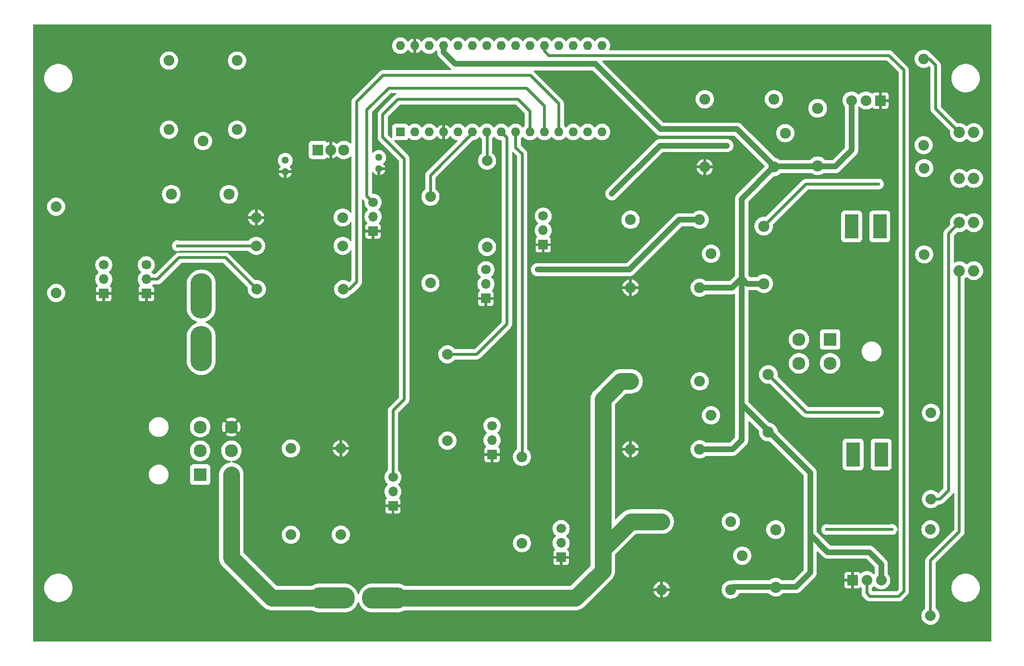
<source format=gbr>
%TF.GenerationSoftware,KiCad,Pcbnew,8.0.1*%
%TF.CreationDate,2024-04-13T23:58:44-04:00*%
%TF.ProjectId,Headlight Controller,48656164-6c69-4676-9874-20436f6e7472,2.2*%
%TF.SameCoordinates,Original*%
%TF.FileFunction,Copper,L2,Bot*%
%TF.FilePolarity,Positive*%
%FSLAX46Y46*%
G04 Gerber Fmt 4.6, Leading zero omitted, Abs format (unit mm)*
G04 Created by KiCad (PCBNEW 8.0.1) date 2024-04-13 23:58:44*
%MOMM*%
%LPD*%
G01*
G04 APERTURE LIST*
%TA.AperFunction,ComponentPad*%
%ADD10O,8.000000X3.800000*%
%TD*%
%TA.AperFunction,ComponentPad*%
%ADD11O,3.800000X8.000000*%
%TD*%
%TA.AperFunction,ComponentPad*%
%ADD12O,1.981200X1.981200*%
%TD*%
%TA.AperFunction,ComponentPad*%
%ADD13R,2.300000X2.300000*%
%TD*%
%TA.AperFunction,ComponentPad*%
%ADD14C,2.300000*%
%TD*%
%TA.AperFunction,ComponentPad*%
%ADD15O,1.879600X1.879600*%
%TD*%
%TA.AperFunction,ComponentPad*%
%ADD16O,2.000000X2.000000*%
%TD*%
%TA.AperFunction,ComponentPad*%
%ADD17R,1.700000X1.700000*%
%TD*%
%TA.AperFunction,ComponentPad*%
%ADD18O,1.700000X1.700000*%
%TD*%
%TA.AperFunction,ComponentPad*%
%ADD19C,1.700000*%
%TD*%
%TA.AperFunction,ComponentPad*%
%ADD20C,1.905000*%
%TD*%
%TA.AperFunction,ComponentPad*%
%ADD21R,1.930400X1.930400*%
%TD*%
%TA.AperFunction,ComponentPad*%
%ADD22O,1.930400X1.930400*%
%TD*%
%TA.AperFunction,ComponentPad*%
%ADD23C,1.930400*%
%TD*%
%TA.AperFunction,ComponentPad*%
%ADD24R,2.380000X4.285000*%
%TD*%
%TA.AperFunction,ComponentPad*%
%ADD25R,1.879600X1.879600*%
%TD*%
%TA.AperFunction,ComponentPad*%
%ADD26R,1.600000X1.600000*%
%TD*%
%TA.AperFunction,ComponentPad*%
%ADD27O,1.600000X1.600000*%
%TD*%
%TA.AperFunction,ComponentPad*%
%ADD28O,1.300000X1.300000*%
%TD*%
%TA.AperFunction,ViaPad*%
%ADD29C,0.600000*%
%TD*%
%TA.AperFunction,Conductor*%
%ADD30C,0.500000*%
%TD*%
%TA.AperFunction,Conductor*%
%ADD31C,3.000000*%
%TD*%
%TA.AperFunction,Conductor*%
%ADD32C,1.000000*%
%TD*%
%TA.AperFunction,Conductor*%
%ADD33C,0.200000*%
%TD*%
G04 APERTURE END LIST*
D10*
%TO.P,F2,1*%
%TO.N,/12V-2*%
X78250000Y-151800000D03*
%TO.P,F2,2*%
%TO.N,/12V-2 Fused*%
X87550000Y-151800000D03*
%TD*%
D11*
%TO.P,F1,1*%
%TO.N,/12V-1*%
X55200000Y-107750000D03*
%TO.P,F1,2*%
%TO.N,/12V-1 Fused*%
X55200000Y-98450000D03*
%TD*%
D12*
%TO.P,CR1,A,A*%
%TO.N,Net-(Q3-C)*%
X154400000Y-86120000D03*
%TO.P,CR1,C,K*%
%TO.N,/+5V*%
X154400000Y-96280000D03*
%TD*%
D13*
%TO.P,J2,1,1*%
%TO.N,/C2-1*%
X166102501Y-106154002D03*
D14*
%TO.P,J2,2,2*%
%TO.N,/C2-3*%
X166102501Y-110354001D03*
%TO.P,J2,3,3*%
%TO.N,/C2-2*%
X160602502Y-106154002D03*
%TO.P,J2,4,4*%
%TO.N,/C2-4*%
X160602502Y-110354001D03*
%TD*%
D15*
%TO.P,R7,1*%
%TO.N,/DG5*%
X98600000Y-108760000D03*
%TO.P,R7,2*%
%TO.N,Net-(Q5-B)*%
X98600000Y-124000000D03*
%TD*%
D16*
%TO.P,D4,1,K*%
%TO.N,/+5V*%
X191445100Y-94000000D03*
%TO.P,D4,2,A*%
%TO.N,Net-(D4-A)*%
X188905100Y-94000000D03*
%TD*%
D12*
%TO.P,CR3,A,A*%
%TO.N,Net-(Q5-C)*%
X155200000Y-112320000D03*
%TO.P,CR3,C,K*%
%TO.N,/+5V*%
X155200000Y-122480000D03*
%TD*%
D17*
%TO.P,Q1,1,E*%
%TO.N,GND*%
X85500000Y-87000000D03*
D18*
%TO.P,Q1,2,B*%
%TO.N,Net-(Q1-B)*%
X85500000Y-84460000D03*
D19*
%TO.P,Q1,3,C*%
%TO.N,/DG8*%
X85500000Y-81920000D03*
%TD*%
D20*
%TO.P,K2,1,1*%
%TO.N,/U2 IN+*%
X158199900Y-69700000D03*
%TO.P,K2,2,2*%
%TO.N,/+5V*%
X156199900Y-75700000D03*
%TO.P,K2,3,3*%
%TO.N,GND*%
X144000000Y-75700000D03*
%TO.P,K2,4,4*%
%TO.N,/12V-1 Fused*%
X144000000Y-63700000D03*
%TO.P,K2,5,5*%
%TO.N,Net-(Q4-C)*%
X156199900Y-63700000D03*
%TD*%
D15*
%TO.P,R4,1*%
%TO.N,Net-(Q2-B)*%
X79800000Y-140600000D03*
%TO.P,R4,2*%
%TO.N,GND*%
X79800000Y-125360000D03*
%TD*%
%TO.P,R5,1*%
%TO.N,/DG3*%
X95609890Y-80940000D03*
%TO.P,R5,2*%
%TO.N,Net-(Q3-B)*%
X95609890Y-96180000D03*
%TD*%
D21*
%TO.P,U1,1,IN*%
%TO.N,/VI*%
X75777500Y-72674100D03*
D22*
%TO.P,U1,2,GND*%
%TO.N,GND*%
X78063500Y-72674100D03*
D23*
%TO.P,U1,3,OUT*%
%TO.N,/+5V*%
X80349500Y-72674100D03*
%TD*%
D24*
%TO.P,U3,1,IN+*%
%TO.N,/U3 IN+*%
X175113000Y-126432000D03*
%TO.P,U3,2,IN-*%
%TO.N,/C2-3*%
X170134600Y-126432000D03*
D15*
%TO.P,U3,3,VCC*%
%TO.N,/+5V*%
X175113000Y-148657000D03*
%TO.P,U3,4,OUT*%
%TO.N,/A1*%
X172573000Y-148657000D03*
D25*
%TO.P,U3,5,GND*%
%TO.N,GND*%
X170033000Y-148657000D03*
%TD*%
D15*
%TO.P,R3,1*%
%TO.N,/Close Lamps*%
X71000000Y-125380000D03*
%TO.P,R3,2*%
%TO.N,Net-(Q2-B)*%
X71000000Y-140620000D03*
%TD*%
%TO.P,R13,1*%
%TO.N,Net-(D3-A)*%
X183900000Y-134320000D03*
%TO.P,R13,2*%
%TO.N,Net-(Q5-C)*%
X183900000Y-119080000D03*
%TD*%
D16*
%TO.P,D3,1,K*%
%TO.N,/+5V*%
X191445100Y-85500000D03*
%TO.P,D3,2,A*%
%TO.N,Net-(D3-A)*%
X188905100Y-85500000D03*
%TD*%
D13*
%TO.P,J1,1,1*%
%TO.N,/Close Lamps*%
X55000000Y-130000000D03*
D14*
%TO.P,J1,2,2*%
%TO.N,/Open Lamps*%
X55000000Y-125800001D03*
%TO.P,J1,3,3*%
%TO.N,/12V-1*%
X55000000Y-121600002D03*
%TO.P,J1,4,4*%
%TO.N,/12V-2*%
X60499999Y-130000000D03*
%TO.P,J1,5,5*%
%TO.N,unconnected-(J1-Pad5)*%
X60499999Y-125800001D03*
%TO.P,J1,6,6*%
%TO.N,GND*%
X60499999Y-121600002D03*
%TD*%
D16*
%TO.P,D1,1,K*%
%TO.N,/+5V*%
X191445100Y-77700000D03*
%TO.P,D1,2,A*%
%TO.N,Net-(D1-A)*%
X188905100Y-77700000D03*
%TD*%
D15*
%TO.P,R9,1*%
%TO.N,Net-(Q7-B)*%
X65010000Y-97250000D03*
%TO.P,R9,2*%
%TO.N,/DG9*%
X80250000Y-97250000D03*
%TD*%
D26*
%TO.P,A1,1,D1/TX*%
%TO.N,unconnected-(A1-D1{slash}TX-Pad1)*%
X90310000Y-69500000D03*
D27*
%TO.P,A1,2,D0/RX*%
%TO.N,unconnected-(A1-D0{slash}RX-Pad2)*%
X92850000Y-69500000D03*
%TO.P,A1,3,~{RESET}*%
%TO.N,unconnected-(A1-~{RESET}-Pad3)*%
X95390000Y-69500000D03*
%TO.P,A1,4,GND*%
%TO.N,GND*%
X97930000Y-69500000D03*
%TO.P,A1,5,D2*%
%TO.N,unconnected-(A1-D2-Pad5)*%
X100470000Y-69500000D03*
%TO.P,A1,6,D3*%
%TO.N,/DG3*%
X103010000Y-69500000D03*
%TO.P,A1,7,D4*%
%TO.N,/DG4*%
X105550000Y-69500000D03*
%TO.P,A1,8,D5*%
%TO.N,/DG5*%
X108090000Y-69500000D03*
%TO.P,A1,9,D6*%
%TO.N,/DG6*%
X110630000Y-69500000D03*
%TO.P,A1,10,D7*%
%TO.N,/DG7*%
X113170000Y-69500000D03*
%TO.P,A1,11,D8*%
%TO.N,/DG8*%
X115710000Y-69500000D03*
%TO.P,A1,12,D9*%
%TO.N,/DG9*%
X118250000Y-69500000D03*
%TO.P,A1,13,D10*%
%TO.N,unconnected-(A1-D10-Pad13)*%
X120790000Y-69500000D03*
%TO.P,A1,14,D11*%
%TO.N,unconnected-(A1-D11-Pad14)*%
X123330000Y-69500000D03*
%TO.P,A1,15,D12*%
%TO.N,unconnected-(A1-D12-Pad15)*%
X125870000Y-69500000D03*
%TO.P,A1,16,D13*%
%TO.N,unconnected-(A1-D13-Pad16)*%
X125870000Y-54260000D03*
%TO.P,A1,17,3V3*%
%TO.N,unconnected-(A1-3V3-Pad17)*%
X123330000Y-54260000D03*
%TO.P,A1,18,AREF*%
%TO.N,unconnected-(A1-AREF-Pad18)*%
X120790000Y-54260000D03*
%TO.P,A1,19,A0*%
%TO.N,/A0*%
X118250000Y-54260000D03*
%TO.P,A1,20,A1*%
%TO.N,/A1*%
X115710000Y-54260000D03*
%TO.P,A1,21,A2*%
%TO.N,unconnected-(A1-A2-Pad21)*%
X113170000Y-54260000D03*
%TO.P,A1,22,A3*%
%TO.N,unconnected-(A1-A3-Pad22)*%
X110630000Y-54260000D03*
%TO.P,A1,23,A4*%
%TO.N,unconnected-(A1-A4-Pad23)*%
X108090000Y-54260000D03*
%TO.P,A1,24,A5*%
%TO.N,unconnected-(A1-A5-Pad24)*%
X105550000Y-54260000D03*
%TO.P,A1,25,A6*%
%TO.N,unconnected-(A1-A6-Pad25)*%
X103010000Y-54260000D03*
%TO.P,A1,26,A7*%
%TO.N,unconnected-(A1-A7-Pad26)*%
X100470000Y-54260000D03*
%TO.P,A1,27,+5V*%
%TO.N,/+5V*%
X97930000Y-54260000D03*
%TO.P,A1,28,~{RESET}*%
%TO.N,unconnected-(A1-~{RESET}-Pad28)*%
X95390000Y-54260000D03*
%TO.P,A1,29,GND*%
%TO.N,GND*%
X92850000Y-54260000D03*
%TO.P,A1,30,VIN*%
%TO.N,unconnected-(A1-VIN-Pad30)*%
X90310000Y-54260000D03*
%TD*%
D28*
%TO.P,C1,1*%
%TO.N,/VI*%
X70000000Y-74500000D03*
%TO.P,C1,2*%
%TO.N,GND*%
X70000000Y-76500000D03*
%TD*%
D17*
%TO.P,Q3,1,E*%
%TO.N,GND*%
X105400000Y-98900000D03*
D18*
%TO.P,Q3,2,B*%
%TO.N,Net-(Q3-B)*%
X105400000Y-96360000D03*
D19*
%TO.P,Q3,3,C*%
%TO.N,Net-(Q3-C)*%
X105400000Y-93820000D03*
%TD*%
D28*
%TO.P,C2,1*%
%TO.N,/+5V*%
X86500000Y-74000000D03*
%TO.P,C2,2*%
%TO.N,GND*%
X86500000Y-76000000D03*
%TD*%
D17*
%TO.P,Q4,1,E*%
%TO.N,GND*%
X115500000Y-89420000D03*
D18*
%TO.P,Q4,2,B*%
%TO.N,Net-(Q4-B)*%
X115500000Y-86880000D03*
D19*
%TO.P,Q4,3,C*%
%TO.N,Net-(Q4-C)*%
X115500000Y-84340000D03*
%TD*%
D15*
%TO.P,R11,1*%
%TO.N,Net-(D1-A)*%
X182700000Y-91120000D03*
%TO.P,R11,2*%
%TO.N,Net-(Q3-C)*%
X182700000Y-75880000D03*
%TD*%
%TO.P,R8,1*%
%TO.N,/DG6*%
X111764945Y-126860000D03*
%TO.P,R8,2*%
%TO.N,Net-(Q6-B)*%
X111764945Y-142100000D03*
%TD*%
D20*
%TO.P,K1,1,1*%
%TO.N,/C2-2*%
X145100100Y-91000000D03*
%TO.P,K1,2,2*%
%TO.N,/+5V*%
X143100100Y-97000000D03*
%TO.P,K1,3,3*%
%TO.N,GND*%
X130900200Y-97000000D03*
%TO.P,K1,4,4*%
%TO.N,/12V-1 Fused*%
X130900200Y-85000000D03*
%TO.P,K1,5,5*%
%TO.N,Net-(Q3-C)*%
X143100100Y-85000000D03*
%TD*%
D17*
%TO.P,Q7,1,E*%
%TO.N,GND*%
X45500000Y-98040000D03*
D18*
%TO.P,Q7,2,B*%
%TO.N,Net-(Q7-B)*%
X45500000Y-95500000D03*
D19*
%TO.P,Q7,3,C*%
%TO.N,Net-(Q7-C)*%
X45500000Y-92960000D03*
%TD*%
D20*
%TO.P,K3,1,1*%
%TO.N,/C2-4*%
X145100100Y-119535000D03*
%TO.P,K3,2,2*%
%TO.N,/+5V*%
X143100100Y-125535000D03*
%TO.P,K3,3,3*%
%TO.N,GND*%
X130900200Y-125535000D03*
%TO.P,K3,4,4*%
%TO.N,/12V-2 Fused*%
X130900200Y-113535000D03*
%TO.P,K3,5,5*%
%TO.N,Net-(Q5-C)*%
X143100100Y-113535000D03*
%TD*%
D17*
%TO.P,Q6,1,E*%
%TO.N,GND*%
X118655055Y-144620000D03*
D18*
%TO.P,Q6,2,B*%
%TO.N,Net-(Q6-B)*%
X118655055Y-142080000D03*
D19*
%TO.P,Q6,3,C*%
%TO.N,Net-(Q6-C)*%
X118655055Y-139540000D03*
%TD*%
D17*
%TO.P,Q2,1,E*%
%TO.N,GND*%
X89000000Y-135540000D03*
D18*
%TO.P,Q2,2,B*%
%TO.N,Net-(Q2-B)*%
X89000000Y-133000000D03*
D19*
%TO.P,Q2,3,C*%
%TO.N,/DG7*%
X89000000Y-130460000D03*
%TD*%
D24*
%TO.P,U2,1,IN+*%
%TO.N,/U2 IN+*%
X169887000Y-86168000D03*
%TO.P,U2,2,IN-*%
%TO.N,/C2-1*%
X174865400Y-86168000D03*
D15*
%TO.P,U2,3,VCC*%
%TO.N,/+5V*%
X169887000Y-63943000D03*
%TO.P,U2,4,OUT*%
%TO.N,/A0*%
X172427000Y-63943000D03*
D25*
%TO.P,U2,5,GND*%
%TO.N,GND*%
X174967000Y-63943000D03*
%TD*%
D15*
%TO.P,R6,1*%
%TO.N,/DG4*%
X105600000Y-74560000D03*
%TO.P,R6,2*%
%TO.N,Net-(Q4-B)*%
X105600000Y-89800000D03*
%TD*%
D12*
%TO.P,CR4,A,A*%
%TO.N,Net-(Q6-C)*%
X156500000Y-139720000D03*
%TO.P,CR4,C,K*%
%TO.N,/+5V*%
X156500000Y-149880000D03*
%TD*%
D17*
%TO.P,Q8,1,E*%
%TO.N,GND*%
X38000000Y-98040000D03*
D18*
%TO.P,Q8,2,B*%
%TO.N,Net-(Q8-B)*%
X38000000Y-95500000D03*
D19*
%TO.P,Q8,3,C*%
%TO.N,Net-(Q7-C)*%
X38000000Y-92960000D03*
%TD*%
D15*
%TO.P,R14,1*%
%TO.N,Net-(D4-A)*%
X183800000Y-154920000D03*
%TO.P,R14,2*%
%TO.N,Net-(Q6-C)*%
X183800000Y-139680000D03*
%TD*%
D20*
%TO.P,K5,1,1*%
%TO.N,/12V-1 Fused*%
X55500000Y-71100100D03*
%TO.P,K5,2,2*%
%TO.N,Net-(Q7-C)*%
X49500000Y-69100100D03*
%TO.P,K5,3,3*%
%TO.N,unconnected-(K5-Pad3)*%
X49500000Y-56900200D03*
%TO.P,K5,4,4*%
%TO.N,/VI*%
X61500000Y-56900200D03*
%TO.P,K5,5,5*%
%TO.N,/12V-1 Fused*%
X61500000Y-69100100D03*
%TD*%
D15*
%TO.P,R1,1*%
%TO.N,/Open Lamps*%
X64880000Y-89600000D03*
%TO.P,R1,2*%
%TO.N,Net-(Q1-B)*%
X80120000Y-89600000D03*
%TD*%
D17*
%TO.P,Q5,1,E*%
%TO.N,GND*%
X106490110Y-126440000D03*
D18*
%TO.P,Q5,2,B*%
%TO.N,Net-(Q5-B)*%
X106490110Y-123900000D03*
D19*
%TO.P,Q5,3,C*%
%TO.N,Net-(Q5-C)*%
X106490110Y-121360000D03*
%TD*%
D12*
%TO.P,CR5,A,A*%
%TO.N,Net-(Q7-C)*%
X49920000Y-80500000D03*
%TO.P,CR5,C,K*%
%TO.N,/12V-1 Fused*%
X60080000Y-80500000D03*
%TD*%
D15*
%TO.P,R2,1*%
%TO.N,Net-(Q1-B)*%
X80120000Y-84600000D03*
%TO.P,R2,2*%
%TO.N,GND*%
X64880000Y-84600000D03*
%TD*%
D20*
%TO.P,K4,1,1*%
%TO.N,/U3 IN+*%
X150600100Y-144300001D03*
%TO.P,K4,2,2*%
%TO.N,/+5V*%
X148600100Y-150300001D03*
%TO.P,K4,3,3*%
%TO.N,GND*%
X136400200Y-150300001D03*
%TO.P,K4,4,4*%
%TO.N,/12V-2 Fused*%
X136400200Y-138300001D03*
%TO.P,K4,5,5*%
%TO.N,Net-(Q6-C)*%
X148600100Y-138300001D03*
%TD*%
D15*
%TO.P,R12,1*%
%TO.N,Net-(D2-A)*%
X182600000Y-56580000D03*
%TO.P,R12,2*%
%TO.N,Net-(Q4-C)*%
X182600000Y-71820000D03*
%TD*%
%TO.P,R10,1*%
%TO.N,Net-(Q8-B)*%
X29600000Y-82680000D03*
%TO.P,R10,2*%
%TO.N,/Open Lamps*%
X29600000Y-97920000D03*
%TD*%
D16*
%TO.P,D2,1,K*%
%TO.N,/+5V*%
X191445100Y-69600000D03*
%TO.P,D2,2,A*%
%TO.N,Net-(D2-A)*%
X188905100Y-69600000D03*
%TD*%
D12*
%TO.P,CR2,A,A*%
%TO.N,Net-(Q4-C)*%
X163900000Y-65320000D03*
%TO.P,CR2,C,K*%
%TO.N,/+5V*%
X163900000Y-75480000D03*
%TD*%
D29*
%TO.N,GND*%
X104700000Y-66300000D03*
X94700000Y-66300000D03*
%TO.N,Net-(Q3-C)*%
X174600000Y-78700000D03*
X114500000Y-93800000D03*
%TO.N,Net-(Q4-C)*%
X127600000Y-80400000D03*
X147900000Y-71900000D03*
%TO.N,Net-(Q5-C)*%
X174600000Y-119000000D03*
%TO.N,Net-(Q6-C)*%
X177000000Y-139680000D03*
X165500000Y-139700000D03*
%TO.N,/Open Lamps*%
X51000000Y-89600000D03*
%TD*%
D30*
%TO.N,Net-(Q7-B)*%
X51300000Y-91700000D02*
X59460000Y-91700000D01*
X47500000Y-95500000D02*
X51300000Y-91700000D01*
X59460000Y-91700000D02*
X65010000Y-97250000D01*
X45500000Y-95500000D02*
X47500000Y-95500000D01*
D31*
%TO.N,/12V-2 Fused*%
X121200000Y-151800000D02*
X87550000Y-151800000D01*
X126000000Y-147000000D02*
X121200000Y-151800000D01*
X126000000Y-143250000D02*
X126000000Y-147000000D01*
%TO.N,/12V-2*%
X67600000Y-151800000D02*
X78250000Y-151800000D01*
X60500000Y-144700000D02*
X67600000Y-151800000D01*
X60499999Y-130000000D02*
X60500000Y-144700000D01*
D30*
%TO.N,/DG3*%
X95609890Y-80940000D02*
X95609890Y-77170110D01*
X95609890Y-77170110D02*
X103010000Y-69770000D01*
X103010000Y-69770000D02*
X103010000Y-69500000D01*
%TO.N,/A1*%
X176500000Y-56000000D02*
X116500000Y-56000000D01*
X179100000Y-58600000D02*
X176500000Y-56000000D01*
X116500000Y-56000000D02*
X115710000Y-55210000D01*
X179100000Y-150600000D02*
X179100000Y-58600000D01*
X172573000Y-150973000D02*
X173100000Y-151500000D01*
X172573000Y-148657000D02*
X172573000Y-150973000D01*
X173100000Y-151500000D02*
X178200000Y-151500000D01*
X178200000Y-151500000D02*
X179100000Y-150600000D01*
X115710000Y-55210000D02*
X115710000Y-54260000D01*
%TO.N,/DG9*%
X118250000Y-64500000D02*
X118250000Y-69500000D01*
X82600000Y-64150000D02*
X87250000Y-59500000D01*
X80250000Y-97250000D02*
X81370000Y-97250000D01*
X87250000Y-59500000D02*
X113250000Y-59500000D01*
X113250000Y-59500000D02*
X118250000Y-64500000D01*
X81370000Y-97250000D02*
X82600000Y-96020000D01*
X82600000Y-96020000D02*
X82600000Y-64150000D01*
%TO.N,/DG4*%
X105600000Y-74560000D02*
X105600000Y-69550000D01*
X105600000Y-69550000D02*
X105550000Y-69500000D01*
%TO.N,/DG7*%
X89000000Y-118700000D02*
X91000000Y-116700000D01*
X113170000Y-65870000D02*
X113170000Y-69500000D01*
X87200000Y-70400000D02*
X87200000Y-66400000D01*
X111050000Y-63750000D02*
X113170000Y-65870000D01*
X91000000Y-74200000D02*
X87200000Y-70400000D01*
X89000000Y-130460000D02*
X89000000Y-118700000D01*
X87200000Y-66400000D02*
X89850000Y-63750000D01*
X91000000Y-116700000D02*
X91000000Y-74200000D01*
X89850000Y-63750000D02*
X111050000Y-63750000D01*
%TO.N,/DG8*%
X112550000Y-61750000D02*
X115710000Y-64910000D01*
X88250000Y-61750000D02*
X112550000Y-61750000D01*
X84400000Y-80820000D02*
X84400000Y-65600000D01*
X115710000Y-64910000D02*
X115710000Y-69500000D01*
X85500000Y-81920000D02*
X84400000Y-80820000D01*
X84400000Y-65600000D02*
X88250000Y-61750000D01*
%TO.N,/DG5*%
X109100000Y-103400000D02*
X109100000Y-70510000D01*
X109100000Y-70510000D02*
X108090000Y-69500000D01*
X98600000Y-108760000D02*
X103740000Y-108760000D01*
X103740000Y-108760000D02*
X109100000Y-103400000D01*
%TO.N,/DG6*%
X110660000Y-72240000D02*
X110660000Y-69530000D01*
X110660000Y-69530000D02*
X110630000Y-69500000D01*
X111800000Y-126824945D02*
X111800000Y-73380000D01*
X111764945Y-126860000D02*
X111800000Y-126824945D01*
X111800000Y-73380000D02*
X110660000Y-72240000D01*
D32*
%TO.N,/+5V*%
X151480000Y-96280000D02*
X150500000Y-95300000D01*
X162600000Y-147300000D02*
X160100000Y-149800000D01*
X162600000Y-140600000D02*
X165700000Y-143700000D01*
X150500000Y-115600000D02*
X150500000Y-123900000D01*
X97960000Y-54290000D02*
X97960000Y-55460000D01*
X149100101Y-149800000D02*
X148600100Y-150300001D01*
X154400000Y-96280000D02*
X151480000Y-96280000D01*
X169887000Y-63943000D02*
X169887000Y-70400000D01*
X97930000Y-54260000D02*
X97960000Y-54290000D01*
X100000000Y-57500000D02*
X124700000Y-57500000D01*
X156300000Y-75600000D02*
X156200000Y-75600000D01*
X169887000Y-70400000D02*
X169887000Y-72713000D01*
X160100000Y-149800000D02*
X149100101Y-149800000D01*
X165700000Y-143700000D02*
X173000000Y-143700000D01*
X148600100Y-150300001D02*
X148600798Y-150300000D01*
X162600000Y-129700000D02*
X162600000Y-140600000D01*
X148800000Y-97000000D02*
X143100100Y-97000000D01*
X97960000Y-55460000D02*
X100000000Y-57500000D01*
X150500000Y-81300000D02*
X150500000Y-117600000D01*
X169887000Y-72713000D02*
X167000000Y-75600000D01*
X150500000Y-95300000D02*
X148800000Y-97000000D01*
X149700000Y-69000000D02*
X156300000Y-75600000D01*
X162600000Y-140600000D02*
X162600000Y-147300000D01*
X173000000Y-143700000D02*
X175113000Y-145813000D01*
X150500000Y-117600000D02*
X162600000Y-129700000D01*
X124700000Y-57500000D02*
X136200000Y-69000000D01*
X136200000Y-69000000D02*
X149700000Y-69000000D01*
X167000000Y-75600000D02*
X156300000Y-75600000D01*
X150500000Y-123900000D02*
X148865001Y-125534999D01*
X156200000Y-75600000D02*
X150500000Y-81300000D01*
X175113000Y-145813000D02*
X175113000Y-148657000D01*
X148865001Y-125534999D02*
X142858249Y-125534999D01*
%TO.N,Net-(Q3-C)*%
X139500000Y-85000000D02*
X132400000Y-92100000D01*
X143100100Y-85000000D02*
X139500000Y-85000000D01*
X132400000Y-92100000D02*
X130700000Y-93800000D01*
D30*
X174600000Y-78700000D02*
X161820000Y-78700000D01*
X161820000Y-78700000D02*
X154400000Y-86120000D01*
D32*
X130700000Y-93800000D02*
X114500000Y-93800000D01*
%TO.N,Net-(Q4-C)*%
X136100000Y-71900000D02*
X127600000Y-80400000D01*
D33*
X156320000Y-63580002D02*
X156300000Y-63600002D01*
D32*
X147900000Y-71900000D02*
X136100000Y-71900000D01*
D30*
%TO.N,Net-(Q5-C)*%
X161880000Y-119000000D02*
X155200000Y-112320000D01*
X174600000Y-119000000D02*
X161880000Y-119000000D01*
%TO.N,Net-(Q6-C)*%
X176980000Y-139700000D02*
X165500000Y-139700000D01*
X177000000Y-139680000D02*
X176980000Y-139700000D01*
%TO.N,Net-(D2-A)*%
X184700000Y-57700000D02*
X184700000Y-65394900D01*
X184700000Y-65394900D02*
X188905100Y-69600000D01*
X182600000Y-56580000D02*
X183580000Y-56580000D01*
X183580000Y-56580000D02*
X184700000Y-57700000D01*
%TO.N,Net-(D3-A)*%
X185480000Y-134320000D02*
X183900000Y-134320000D01*
X188905100Y-85500000D02*
X187000000Y-87405100D01*
X187000000Y-87405100D02*
X187000000Y-132800000D01*
X187000000Y-132800000D02*
X185480000Y-134320000D01*
%TO.N,Net-(D4-A)*%
X188905100Y-94000000D02*
X188905100Y-140094900D01*
X183800000Y-145200000D02*
X183800000Y-154920000D01*
X188905100Y-140094900D02*
X183800000Y-145200000D01*
%TO.N,/Open Lamps*%
X51000000Y-89600000D02*
X64880000Y-89600000D01*
D31*
%TO.N,/12V-2 Fused*%
X126000000Y-143250000D02*
X126000000Y-116750000D01*
X129215000Y-113535000D02*
X130900200Y-113535000D01*
X126000000Y-116750000D02*
X129215000Y-113535000D01*
X130949999Y-138300001D02*
X136400200Y-138300001D01*
X126000000Y-143250000D02*
X130949999Y-138300001D01*
%TD*%
%TA.AperFunction,Conductor*%
%TO.N,GND*%
G36*
X176140483Y-56925485D02*
G01*
X176161125Y-56942119D01*
X178157881Y-58938875D01*
X178191366Y-59000198D01*
X178194200Y-59026556D01*
X178194200Y-139529475D01*
X178174515Y-139596514D01*
X178121711Y-139642269D01*
X178052553Y-139652213D01*
X177988997Y-139623188D01*
X177951223Y-139564410D01*
X177946797Y-139541629D01*
X177945600Y-139529475D01*
X177941971Y-139492630D01*
X177887317Y-139312461D01*
X177852997Y-139248253D01*
X177798567Y-139146421D01*
X177798563Y-139146414D01*
X177679123Y-139000876D01*
X177533585Y-138881436D01*
X177533578Y-138881432D01*
X177367540Y-138792683D01*
X177187372Y-138738029D01*
X177000000Y-138719575D01*
X176812627Y-138738029D01*
X176645063Y-138788860D01*
X176609067Y-138794200D01*
X165825005Y-138794200D01*
X165789010Y-138788861D01*
X165687368Y-138758028D01*
X165500000Y-138739575D01*
X165312627Y-138758029D01*
X165132459Y-138812683D01*
X164966421Y-138901432D01*
X164966414Y-138901436D01*
X164820876Y-139020876D01*
X164701436Y-139166414D01*
X164701432Y-139166421D01*
X164612683Y-139332459D01*
X164558029Y-139512627D01*
X164539575Y-139700000D01*
X164558029Y-139887372D01*
X164612683Y-140067540D01*
X164701432Y-140233578D01*
X164701436Y-140233585D01*
X164820876Y-140379123D01*
X164966414Y-140498563D01*
X164966421Y-140498567D01*
X165132459Y-140587316D01*
X165132461Y-140587317D01*
X165312630Y-140641971D01*
X165500000Y-140660425D01*
X165687370Y-140641971D01*
X165757270Y-140620767D01*
X165789010Y-140611139D01*
X165825005Y-140605800D01*
X176740929Y-140605800D01*
X176776924Y-140611139D01*
X176790194Y-140615165D01*
X176812629Y-140621971D01*
X176829428Y-140623625D01*
X177000000Y-140640425D01*
X177187370Y-140621971D01*
X177367539Y-140567317D01*
X177533584Y-140478564D01*
X177679123Y-140359123D01*
X177798564Y-140213584D01*
X177887317Y-140047539D01*
X177941971Y-139867370D01*
X177946797Y-139818370D01*
X177972958Y-139753583D01*
X178029992Y-139713224D01*
X178099792Y-139710107D01*
X178160197Y-139745221D01*
X178192028Y-139807419D01*
X178194200Y-139830524D01*
X178194200Y-150173443D01*
X178174515Y-150240482D01*
X178157881Y-150261124D01*
X177861125Y-150557881D01*
X177799802Y-150591366D01*
X177773444Y-150594200D01*
X173602800Y-150594200D01*
X173535761Y-150574515D01*
X173490006Y-150521711D01*
X173478800Y-150470200D01*
X173478800Y-150038891D01*
X173498485Y-149971852D01*
X173522268Y-149944601D01*
X173584694Y-149891284D01*
X173704748Y-149788748D01*
X173748711Y-149737273D01*
X173807216Y-149699082D01*
X173877084Y-149698582D01*
X173936130Y-149735936D01*
X173937212Y-149737184D01*
X173981251Y-149788747D01*
X173981252Y-149788748D01*
X174172232Y-149951861D01*
X174172234Y-149951862D01*
X174386373Y-150083086D01*
X174386376Y-150083088D01*
X174604514Y-150173443D01*
X174618408Y-150179198D01*
X174862621Y-150237829D01*
X175113000Y-150257534D01*
X175363379Y-150237829D01*
X175607592Y-150179198D01*
X175723609Y-150131142D01*
X175839623Y-150083088D01*
X175839624Y-150083087D01*
X175839627Y-150083086D01*
X176053770Y-149951859D01*
X176244748Y-149788748D01*
X176407859Y-149597770D01*
X176539086Y-149383627D01*
X176557066Y-149340221D01*
X176587142Y-149267609D01*
X176635198Y-149151592D01*
X176693829Y-148907379D01*
X176713534Y-148657000D01*
X176693829Y-148406621D01*
X176635198Y-148162408D01*
X176596724Y-148069523D01*
X176539088Y-147930376D01*
X176539086Y-147930373D01*
X176407862Y-147716234D01*
X176407861Y-147716233D01*
X176407860Y-147716232D01*
X176407859Y-147716230D01*
X176323263Y-147617181D01*
X176298509Y-147588197D01*
X176269939Y-147524436D01*
X176268800Y-147507666D01*
X176268800Y-145722032D01*
X176254074Y-145629059D01*
X176254074Y-145629058D01*
X176240340Y-145542349D01*
X176240339Y-145542345D01*
X176240339Y-145542344D01*
X176184123Y-145369329D01*
X176184122Y-145369328D01*
X176184122Y-145369326D01*
X176143302Y-145289214D01*
X176101529Y-145207229D01*
X175994595Y-145060047D01*
X175865953Y-144931405D01*
X173752953Y-142818405D01*
X173752949Y-142818401D01*
X173680457Y-142765734D01*
X173680455Y-142765731D01*
X173605774Y-142711473D01*
X173605773Y-142711472D01*
X173605771Y-142711471D01*
X173524722Y-142670174D01*
X173443670Y-142628876D01*
X173270654Y-142572660D01*
X173135885Y-142551315D01*
X173090964Y-142544200D01*
X173090963Y-142544200D01*
X166230110Y-142544200D01*
X166163071Y-142524515D01*
X166142429Y-142507881D01*
X163792119Y-140157571D01*
X163758634Y-140096248D01*
X163755800Y-140069890D01*
X163755800Y-129609031D01*
X163738868Y-129502130D01*
X163727340Y-129429346D01*
X163671122Y-129256326D01*
X163643244Y-129201612D01*
X163643243Y-129201611D01*
X163640487Y-129196202D01*
X163588529Y-129094229D01*
X163481595Y-128947047D01*
X163352953Y-128818405D01*
X163175281Y-128640733D01*
X168288800Y-128640733D01*
X168291725Y-128677903D01*
X168291726Y-128677909D01*
X168337951Y-128837015D01*
X168337952Y-128837018D01*
X168337953Y-128837020D01*
X168341690Y-128843339D01*
X168422295Y-128979635D01*
X168422302Y-128979644D01*
X168539455Y-129096797D01*
X168539459Y-129096800D01*
X168539461Y-129096802D01*
X168682080Y-129181147D01*
X168724039Y-129193337D01*
X168841190Y-129227373D01*
X168841193Y-129227373D01*
X168841195Y-129227374D01*
X168878374Y-129230300D01*
X168878382Y-129230300D01*
X171390818Y-129230300D01*
X171390826Y-129230300D01*
X171428005Y-129227374D01*
X171428007Y-129227373D01*
X171428009Y-129227373D01*
X171469964Y-129215183D01*
X171587120Y-129181147D01*
X171729739Y-129096802D01*
X171846902Y-128979639D01*
X171931247Y-128837020D01*
X171977474Y-128677905D01*
X171980399Y-128640733D01*
X173267200Y-128640733D01*
X173270125Y-128677903D01*
X173270126Y-128677909D01*
X173316351Y-128837015D01*
X173316352Y-128837018D01*
X173316353Y-128837020D01*
X173320090Y-128843339D01*
X173400695Y-128979635D01*
X173400702Y-128979644D01*
X173517855Y-129096797D01*
X173517859Y-129096800D01*
X173517861Y-129096802D01*
X173660480Y-129181147D01*
X173702439Y-129193337D01*
X173819590Y-129227373D01*
X173819593Y-129227373D01*
X173819595Y-129227374D01*
X173856774Y-129230300D01*
X173856782Y-129230300D01*
X176369218Y-129230300D01*
X176369226Y-129230300D01*
X176406405Y-129227374D01*
X176406407Y-129227373D01*
X176406409Y-129227373D01*
X176448364Y-129215183D01*
X176565520Y-129181147D01*
X176708139Y-129096802D01*
X176825302Y-128979639D01*
X176909647Y-128837020D01*
X176955874Y-128677905D01*
X176958800Y-128640726D01*
X176958800Y-124223274D01*
X176955874Y-124186095D01*
X176951387Y-124170651D01*
X176911843Y-124034539D01*
X176909647Y-124026980D01*
X176825302Y-123884361D01*
X176825300Y-123884359D01*
X176825297Y-123884355D01*
X176708144Y-123767202D01*
X176708135Y-123767195D01*
X176565518Y-123682852D01*
X176565515Y-123682851D01*
X176406409Y-123636626D01*
X176406403Y-123636625D01*
X176369233Y-123633700D01*
X176369226Y-123633700D01*
X173856774Y-123633700D01*
X173856766Y-123633700D01*
X173819596Y-123636625D01*
X173819590Y-123636626D01*
X173660484Y-123682851D01*
X173660481Y-123682852D01*
X173517864Y-123767195D01*
X173517855Y-123767202D01*
X173400702Y-123884355D01*
X173400695Y-123884364D01*
X173316352Y-124026981D01*
X173316351Y-124026984D01*
X173270126Y-124186090D01*
X173270125Y-124186096D01*
X173267200Y-124223266D01*
X173267200Y-128640733D01*
X171980399Y-128640733D01*
X171980400Y-128640726D01*
X171980400Y-124223274D01*
X171977474Y-124186095D01*
X171972987Y-124170651D01*
X171933443Y-124034539D01*
X171931247Y-124026980D01*
X171846902Y-123884361D01*
X171846900Y-123884359D01*
X171846897Y-123884355D01*
X171729744Y-123767202D01*
X171729735Y-123767195D01*
X171587118Y-123682852D01*
X171587115Y-123682851D01*
X171428009Y-123636626D01*
X171428003Y-123636625D01*
X171390833Y-123633700D01*
X171390826Y-123633700D01*
X168878374Y-123633700D01*
X168878366Y-123633700D01*
X168841196Y-123636625D01*
X168841190Y-123636626D01*
X168682084Y-123682851D01*
X168682081Y-123682852D01*
X168539464Y-123767195D01*
X168539455Y-123767202D01*
X168422302Y-123884355D01*
X168422295Y-123884364D01*
X168337952Y-124026981D01*
X168337951Y-124026984D01*
X168291726Y-124186090D01*
X168291725Y-124186096D01*
X168288800Y-124223266D01*
X168288800Y-128640733D01*
X163175281Y-128640733D01*
X156869909Y-122335361D01*
X156836424Y-122274038D01*
X156833972Y-122257408D01*
X156831158Y-122221652D01*
X156819650Y-122173719D01*
X156770661Y-121969661D01*
X156671489Y-121730239D01*
X156671489Y-121730238D01*
X156536087Y-121509282D01*
X156536086Y-121509281D01*
X156536085Y-121509280D01*
X156536084Y-121509278D01*
X156367780Y-121312220D01*
X156170722Y-121143916D01*
X156170720Y-121143914D01*
X156170718Y-121143913D01*
X156170717Y-121143912D01*
X155949761Y-121008510D01*
X155710334Y-120909337D01*
X155458351Y-120848842D01*
X155458344Y-120848841D01*
X155422586Y-120846026D01*
X155357298Y-120821140D01*
X155344638Y-120810090D01*
X151692119Y-117157571D01*
X151658634Y-117096248D01*
X151655800Y-117069890D01*
X151655800Y-112320000D01*
X153548509Y-112320000D01*
X153568842Y-112578353D01*
X153629337Y-112830334D01*
X153728510Y-113069761D01*
X153863912Y-113290717D01*
X153863913Y-113290718D01*
X153863914Y-113290720D01*
X153863916Y-113290722D01*
X154032220Y-113487780D01*
X154229278Y-113656084D01*
X154229280Y-113656085D01*
X154229281Y-113656086D01*
X154229282Y-113656087D01*
X154450238Y-113791489D01*
X154542831Y-113829842D01*
X154689661Y-113890661D01*
X154941650Y-113951158D01*
X155200000Y-113971491D01*
X155458350Y-113951158D01*
X155464855Y-113949596D01*
X155534635Y-113953080D01*
X155581492Y-113982486D01*
X161173293Y-119574287D01*
X161173322Y-119574318D01*
X161302583Y-119703579D01*
X161302586Y-119703581D01*
X161427987Y-119787371D01*
X161450943Y-119802710D01*
X161615788Y-119870991D01*
X161615792Y-119870991D01*
X161615793Y-119870992D01*
X161790784Y-119905801D01*
X161790787Y-119905801D01*
X161975328Y-119905801D01*
X161975348Y-119905800D01*
X174274995Y-119905800D01*
X174310990Y-119911139D01*
X174351637Y-119923469D01*
X174412630Y-119941971D01*
X174600000Y-119960425D01*
X174787370Y-119941971D01*
X174967539Y-119887317D01*
X175133584Y-119798564D01*
X175279123Y-119679123D01*
X175398564Y-119533584D01*
X175487317Y-119367539D01*
X175541971Y-119187370D01*
X175560425Y-119000000D01*
X175541971Y-118812630D01*
X175487317Y-118632461D01*
X175487316Y-118632459D01*
X175398567Y-118466421D01*
X175398563Y-118466414D01*
X175279123Y-118320876D01*
X175133585Y-118201436D01*
X175133578Y-118201432D01*
X174967540Y-118112683D01*
X174787372Y-118058029D01*
X174600000Y-118039575D01*
X174412631Y-118058028D01*
X174310990Y-118088861D01*
X174274995Y-118094200D01*
X162306556Y-118094200D01*
X162239517Y-118074515D01*
X162218875Y-118057881D01*
X156862486Y-112701492D01*
X156829001Y-112640169D01*
X156829595Y-112584855D01*
X156831158Y-112578350D01*
X156851491Y-112320000D01*
X156831158Y-112061650D01*
X156770661Y-111809661D01*
X156709842Y-111662831D01*
X156671489Y-111570238D01*
X156536087Y-111349282D01*
X156536086Y-111349281D01*
X156536085Y-111349280D01*
X156536084Y-111349278D01*
X156367780Y-111152220D01*
X156170722Y-110983916D01*
X156170720Y-110983914D01*
X156170718Y-110983913D01*
X156170717Y-110983912D01*
X155949761Y-110848510D01*
X155710334Y-110749337D01*
X155458353Y-110688842D01*
X155200000Y-110668509D01*
X154941646Y-110688842D01*
X154689665Y-110749337D01*
X154450238Y-110848510D01*
X154229282Y-110983912D01*
X154229281Y-110983913D01*
X154032220Y-111152220D01*
X153863913Y-111349281D01*
X153863912Y-111349282D01*
X153728510Y-111570238D01*
X153629337Y-111809665D01*
X153568842Y-112061646D01*
X153548509Y-112320000D01*
X151655800Y-112320000D01*
X151655800Y-110354005D01*
X158791638Y-110354005D01*
X158811862Y-110623886D01*
X158811863Y-110623891D01*
X158872086Y-110887749D01*
X158872088Y-110887758D01*
X158872090Y-110887763D01*
X158970970Y-111139705D01*
X159106296Y-111374097D01*
X159198110Y-111489228D01*
X159275048Y-111585705D01*
X159461510Y-111758715D01*
X159473447Y-111769791D01*
X159697070Y-111922255D01*
X159940919Y-112039687D01*
X160199547Y-112119463D01*
X160199548Y-112119463D01*
X160199551Y-112119464D01*
X160467168Y-112159800D01*
X160467173Y-112159800D01*
X160467176Y-112159801D01*
X160467177Y-112159801D01*
X160737827Y-112159801D01*
X160737828Y-112159801D01*
X160737835Y-112159800D01*
X161005452Y-112119464D01*
X161005453Y-112119463D01*
X161005457Y-112119463D01*
X161264085Y-112039687D01*
X161507934Y-111922255D01*
X161731557Y-111769791D01*
X161917374Y-111597378D01*
X161929955Y-111585705D01*
X161929955Y-111585703D01*
X161929959Y-111585701D01*
X162098708Y-111374097D01*
X162234034Y-111139705D01*
X162332914Y-110887763D01*
X162393140Y-110623896D01*
X162398029Y-110558662D01*
X162413366Y-110354005D01*
X164291637Y-110354005D01*
X164311861Y-110623886D01*
X164311862Y-110623891D01*
X164372085Y-110887749D01*
X164372087Y-110887758D01*
X164372089Y-110887763D01*
X164470969Y-111139705D01*
X164606295Y-111374097D01*
X164698109Y-111489228D01*
X164775047Y-111585705D01*
X164961509Y-111758715D01*
X164973446Y-111769791D01*
X165197069Y-111922255D01*
X165440918Y-112039687D01*
X165699546Y-112119463D01*
X165699547Y-112119463D01*
X165699550Y-112119464D01*
X165967167Y-112159800D01*
X165967172Y-112159800D01*
X165967175Y-112159801D01*
X165967176Y-112159801D01*
X166237826Y-112159801D01*
X166237827Y-112159801D01*
X166237834Y-112159800D01*
X166505451Y-112119464D01*
X166505452Y-112119463D01*
X166505456Y-112119463D01*
X166764084Y-112039687D01*
X167007933Y-111922255D01*
X167231556Y-111769791D01*
X167417373Y-111597378D01*
X167429954Y-111585705D01*
X167429954Y-111585703D01*
X167429958Y-111585701D01*
X167598707Y-111374097D01*
X167734033Y-111139705D01*
X167832913Y-110887763D01*
X167893139Y-110623896D01*
X167898028Y-110558662D01*
X167913365Y-110354005D01*
X167913365Y-110353996D01*
X167893140Y-110084115D01*
X167893139Y-110084110D01*
X167893139Y-110084106D01*
X167832913Y-109820239D01*
X167734033Y-109568297D01*
X167598707Y-109333905D01*
X167429958Y-109122301D01*
X167429957Y-109122300D01*
X167429954Y-109122296D01*
X167231556Y-108938211D01*
X167007933Y-108785747D01*
X167007930Y-108785746D01*
X167007928Y-108785744D01*
X166764084Y-108668315D01*
X166505457Y-108588539D01*
X166505451Y-108588537D01*
X166237834Y-108548201D01*
X166237827Y-108548201D01*
X165967175Y-108548201D01*
X165967167Y-108548201D01*
X165699550Y-108588537D01*
X165699544Y-108588539D01*
X165440917Y-108668315D01*
X165197073Y-108785744D01*
X164973445Y-108938211D01*
X164775047Y-109122296D01*
X164606295Y-109333905D01*
X164470969Y-109568296D01*
X164372091Y-109820233D01*
X164372085Y-109820252D01*
X164311862Y-110084110D01*
X164311861Y-110084115D01*
X164291637Y-110353996D01*
X164291637Y-110354005D01*
X162413366Y-110354005D01*
X162413366Y-110353996D01*
X162393141Y-110084115D01*
X162393140Y-110084110D01*
X162393140Y-110084106D01*
X162332914Y-109820239D01*
X162234034Y-109568297D01*
X162098708Y-109333905D01*
X161929959Y-109122301D01*
X161929958Y-109122300D01*
X161929955Y-109122296D01*
X161731557Y-108938211D01*
X161507934Y-108785747D01*
X161507931Y-108785746D01*
X161507929Y-108785744D01*
X161264085Y-108668315D01*
X161005458Y-108588539D01*
X161005452Y-108588537D01*
X160737835Y-108548201D01*
X160737828Y-108548201D01*
X160467176Y-108548201D01*
X160467168Y-108548201D01*
X160199551Y-108588537D01*
X160199545Y-108588539D01*
X159940918Y-108668315D01*
X159697074Y-108785744D01*
X159473446Y-108938211D01*
X159275048Y-109122296D01*
X159106296Y-109333905D01*
X158970970Y-109568296D01*
X158872092Y-109820233D01*
X158872086Y-109820252D01*
X158811863Y-110084110D01*
X158811862Y-110084115D01*
X158791638Y-110353996D01*
X158791638Y-110354005D01*
X151655800Y-110354005D01*
X151655800Y-108368743D01*
X171652002Y-108368743D01*
X171675629Y-108548201D01*
X171681954Y-108596240D01*
X171725833Y-108760000D01*
X171741344Y-108817889D01*
X171829152Y-109029878D01*
X171829159Y-109029892D01*
X171943894Y-109228619D01*
X172083583Y-109410663D01*
X172083591Y-109410672D01*
X172245832Y-109572913D01*
X172245840Y-109572920D01*
X172427884Y-109712609D01*
X172427887Y-109712610D01*
X172427890Y-109712613D01*
X172626614Y-109827346D01*
X172626619Y-109827348D01*
X172626625Y-109827351D01*
X172717982Y-109865192D01*
X172838615Y-109915160D01*
X173060264Y-109974550D01*
X173287768Y-110004502D01*
X173287775Y-110004502D01*
X173517229Y-110004502D01*
X173517236Y-110004502D01*
X173744740Y-109974550D01*
X173966389Y-109915160D01*
X174178390Y-109827346D01*
X174377114Y-109712613D01*
X174559163Y-109572921D01*
X174559167Y-109572916D01*
X174559172Y-109572913D01*
X174721413Y-109410672D01*
X174721416Y-109410667D01*
X174721421Y-109410663D01*
X174861113Y-109228614D01*
X174975846Y-109029890D01*
X175063660Y-108817889D01*
X175123050Y-108596240D01*
X175153002Y-108368736D01*
X175153002Y-108139268D01*
X175123050Y-107911764D01*
X175063660Y-107690115D01*
X174975846Y-107478114D01*
X174861113Y-107279390D01*
X174861110Y-107279387D01*
X174861109Y-107279384D01*
X174721420Y-107097340D01*
X174721413Y-107097332D01*
X174559172Y-106935091D01*
X174559163Y-106935083D01*
X174377119Y-106795394D01*
X174178392Y-106680659D01*
X174178378Y-106680652D01*
X173966389Y-106592844D01*
X173744740Y-106533454D01*
X173706717Y-106528448D01*
X173517243Y-106503502D01*
X173517236Y-106503502D01*
X173287768Y-106503502D01*
X173287760Y-106503502D01*
X173071217Y-106532011D01*
X173060264Y-106533454D01*
X172966578Y-106558556D01*
X172838614Y-106592844D01*
X172626625Y-106680652D01*
X172626611Y-106680659D01*
X172427884Y-106795394D01*
X172245840Y-106935083D01*
X172083583Y-107097340D01*
X171943894Y-107279384D01*
X171829159Y-107478111D01*
X171829152Y-107478125D01*
X171741344Y-107690114D01*
X171732732Y-107722256D01*
X171682253Y-107910650D01*
X171681955Y-107911761D01*
X171681953Y-107911772D01*
X171652002Y-108139260D01*
X171652002Y-108368743D01*
X151655800Y-108368743D01*
X151655800Y-106154006D01*
X158791638Y-106154006D01*
X158811862Y-106423887D01*
X158811863Y-106423892D01*
X158872086Y-106687750D01*
X158872088Y-106687759D01*
X158872090Y-106687764D01*
X158970970Y-106939706D01*
X159106296Y-107174098D01*
X159190259Y-107279384D01*
X159275048Y-107385706D01*
X159374653Y-107478125D01*
X159473447Y-107569792D01*
X159697070Y-107722256D01*
X159940919Y-107839688D01*
X160199547Y-107919464D01*
X160199548Y-107919464D01*
X160199551Y-107919465D01*
X160467168Y-107959801D01*
X160467173Y-107959801D01*
X160467176Y-107959802D01*
X160467177Y-107959802D01*
X160737827Y-107959802D01*
X160737828Y-107959802D01*
X160757248Y-107956875D01*
X161005452Y-107919465D01*
X161005453Y-107919464D01*
X161005457Y-107919464D01*
X161264085Y-107839688D01*
X161507934Y-107722256D01*
X161731557Y-107569792D01*
X161929959Y-107385702D01*
X161942294Y-107370235D01*
X164296701Y-107370235D01*
X164299626Y-107407405D01*
X164299627Y-107407411D01*
X164345852Y-107566517D01*
X164345853Y-107566520D01*
X164430196Y-107709137D01*
X164430203Y-107709146D01*
X164547356Y-107826299D01*
X164547360Y-107826302D01*
X164547362Y-107826304D01*
X164689981Y-107910649D01*
X164720319Y-107919463D01*
X164849091Y-107956875D01*
X164849094Y-107956875D01*
X164849096Y-107956876D01*
X164886275Y-107959802D01*
X164886283Y-107959802D01*
X167318719Y-107959802D01*
X167318727Y-107959802D01*
X167355906Y-107956876D01*
X167355908Y-107956875D01*
X167355910Y-107956875D01*
X167397865Y-107944685D01*
X167515021Y-107910649D01*
X167657640Y-107826304D01*
X167774803Y-107709141D01*
X167859148Y-107566522D01*
X167905375Y-107407407D01*
X167908301Y-107370228D01*
X167908301Y-104937776D01*
X167905375Y-104900597D01*
X167859148Y-104741482D01*
X167774803Y-104598863D01*
X167774801Y-104598861D01*
X167774798Y-104598857D01*
X167657645Y-104481704D01*
X167657636Y-104481697D01*
X167515019Y-104397354D01*
X167515016Y-104397353D01*
X167355910Y-104351128D01*
X167355904Y-104351127D01*
X167318734Y-104348202D01*
X167318727Y-104348202D01*
X164886275Y-104348202D01*
X164886267Y-104348202D01*
X164849097Y-104351127D01*
X164849091Y-104351128D01*
X164689985Y-104397353D01*
X164689982Y-104397354D01*
X164547365Y-104481697D01*
X164547356Y-104481704D01*
X164430203Y-104598857D01*
X164430196Y-104598866D01*
X164345853Y-104741483D01*
X164345852Y-104741486D01*
X164299627Y-104900592D01*
X164299626Y-104900598D01*
X164296701Y-104937768D01*
X164296701Y-107370235D01*
X161942294Y-107370235D01*
X162098708Y-107174098D01*
X162234034Y-106939706D01*
X162332914Y-106687764D01*
X162393140Y-106423897D01*
X162413366Y-106154002D01*
X162393140Y-105884107D01*
X162332914Y-105620240D01*
X162234034Y-105368298D01*
X162098708Y-105133906D01*
X161929959Y-104922302D01*
X161929958Y-104922301D01*
X161929955Y-104922297D01*
X161731557Y-104738212D01*
X161632073Y-104670385D01*
X161507934Y-104585748D01*
X161507931Y-104585747D01*
X161507929Y-104585745D01*
X161264085Y-104468316D01*
X161005458Y-104388540D01*
X161005452Y-104388538D01*
X160737835Y-104348202D01*
X160737828Y-104348202D01*
X160467176Y-104348202D01*
X160467168Y-104348202D01*
X160199551Y-104388538D01*
X160199545Y-104388540D01*
X159940918Y-104468316D01*
X159697074Y-104585745D01*
X159473446Y-104738212D01*
X159275048Y-104922297D01*
X159106296Y-105133906D01*
X158970970Y-105368297D01*
X158872092Y-105620234D01*
X158872086Y-105620253D01*
X158811863Y-105884111D01*
X158811862Y-105884116D01*
X158791638Y-106153997D01*
X158791638Y-106154006D01*
X151655800Y-106154006D01*
X151655800Y-97559800D01*
X151675485Y-97492761D01*
X151728289Y-97447006D01*
X151779800Y-97435800D01*
X153172448Y-97435800D01*
X153239487Y-97455485D01*
X153252973Y-97465504D01*
X153429278Y-97616084D01*
X153429280Y-97616085D01*
X153429281Y-97616086D01*
X153429282Y-97616087D01*
X153650238Y-97751489D01*
X153742831Y-97789842D01*
X153889661Y-97850661D01*
X154141650Y-97911158D01*
X154400000Y-97931491D01*
X154658350Y-97911158D01*
X154910339Y-97850661D01*
X155149761Y-97751489D01*
X155370722Y-97616084D01*
X155567780Y-97447780D01*
X155736084Y-97250722D01*
X155871489Y-97029761D01*
X155970661Y-96790339D01*
X156031158Y-96538350D01*
X156051491Y-96280000D01*
X156031158Y-96021650D01*
X155970661Y-95769661D01*
X155891947Y-95579628D01*
X155871489Y-95530238D01*
X155736087Y-95309282D01*
X155736086Y-95309281D01*
X155736085Y-95309280D01*
X155736084Y-95309278D01*
X155567780Y-95112220D01*
X155370722Y-94943916D01*
X155370720Y-94943914D01*
X155370718Y-94943913D01*
X155370717Y-94943912D01*
X155149761Y-94808510D01*
X154910334Y-94709337D01*
X154658353Y-94648842D01*
X154400000Y-94628509D01*
X154141646Y-94648842D01*
X153889665Y-94709337D01*
X153650238Y-94808510D01*
X153429282Y-94943912D01*
X153429281Y-94943913D01*
X153391407Y-94976261D01*
X153252978Y-95094490D01*
X153189219Y-95123061D01*
X153172448Y-95124200D01*
X152010110Y-95124200D01*
X151943071Y-95104515D01*
X151922429Y-95087881D01*
X151692119Y-94857571D01*
X151658634Y-94796248D01*
X151655800Y-94769890D01*
X151655800Y-88376733D01*
X168041200Y-88376733D01*
X168044125Y-88413903D01*
X168044126Y-88413909D01*
X168090351Y-88573015D01*
X168090352Y-88573018D01*
X168174695Y-88715635D01*
X168174702Y-88715644D01*
X168291855Y-88832797D01*
X168291859Y-88832800D01*
X168291861Y-88832802D01*
X168434480Y-88917147D01*
X168447319Y-88920877D01*
X168593590Y-88963373D01*
X168593593Y-88963373D01*
X168593595Y-88963374D01*
X168630774Y-88966300D01*
X168630782Y-88966300D01*
X171143218Y-88966300D01*
X171143226Y-88966300D01*
X171180405Y-88963374D01*
X171180407Y-88963373D01*
X171180409Y-88963373D01*
X171222364Y-88951183D01*
X171339520Y-88917147D01*
X171482139Y-88832802D01*
X171599302Y-88715639D01*
X171683647Y-88573020D01*
X171729874Y-88413905D01*
X171732799Y-88376733D01*
X173019600Y-88376733D01*
X173022525Y-88413903D01*
X173022526Y-88413909D01*
X173068751Y-88573015D01*
X173068752Y-88573018D01*
X173153095Y-88715635D01*
X173153102Y-88715644D01*
X173270255Y-88832797D01*
X173270259Y-88832800D01*
X173270261Y-88832802D01*
X173412880Y-88917147D01*
X173425719Y-88920877D01*
X173571990Y-88963373D01*
X173571993Y-88963373D01*
X173571995Y-88963374D01*
X173609174Y-88966300D01*
X173609182Y-88966300D01*
X176121618Y-88966300D01*
X176121626Y-88966300D01*
X176158805Y-88963374D01*
X176158807Y-88963373D01*
X176158809Y-88963373D01*
X176200764Y-88951183D01*
X176317920Y-88917147D01*
X176460539Y-88832802D01*
X176577702Y-88715639D01*
X176662047Y-88573020D01*
X176708274Y-88413905D01*
X176711200Y-88376726D01*
X176711200Y-83959274D01*
X176708274Y-83922095D01*
X176707773Y-83920371D01*
X176662048Y-83762984D01*
X176662047Y-83762981D01*
X176662047Y-83762980D01*
X176577702Y-83620361D01*
X176577700Y-83620359D01*
X176577697Y-83620355D01*
X176460544Y-83503202D01*
X176460535Y-83503195D01*
X176317918Y-83418852D01*
X176317915Y-83418851D01*
X176158809Y-83372626D01*
X176158803Y-83372625D01*
X176121633Y-83369700D01*
X176121626Y-83369700D01*
X173609174Y-83369700D01*
X173609166Y-83369700D01*
X173571996Y-83372625D01*
X173571990Y-83372626D01*
X173412884Y-83418851D01*
X173412881Y-83418852D01*
X173270264Y-83503195D01*
X173270255Y-83503202D01*
X173153102Y-83620355D01*
X173153095Y-83620364D01*
X173068752Y-83762981D01*
X173068751Y-83762984D01*
X173022526Y-83922090D01*
X173022525Y-83922096D01*
X173019600Y-83959266D01*
X173019600Y-88376733D01*
X171732799Y-88376733D01*
X171732800Y-88376726D01*
X171732800Y-83959274D01*
X171729874Y-83922095D01*
X171729373Y-83920371D01*
X171683648Y-83762984D01*
X171683647Y-83762981D01*
X171683647Y-83762980D01*
X171599302Y-83620361D01*
X171599300Y-83620359D01*
X171599297Y-83620355D01*
X171482144Y-83503202D01*
X171482135Y-83503195D01*
X171339518Y-83418852D01*
X171339515Y-83418851D01*
X171180409Y-83372626D01*
X171180403Y-83372625D01*
X171143233Y-83369700D01*
X171143226Y-83369700D01*
X168630774Y-83369700D01*
X168630766Y-83369700D01*
X168593596Y-83372625D01*
X168593590Y-83372626D01*
X168434484Y-83418851D01*
X168434481Y-83418852D01*
X168291864Y-83503195D01*
X168291855Y-83503202D01*
X168174702Y-83620355D01*
X168174695Y-83620364D01*
X168090352Y-83762981D01*
X168090351Y-83762984D01*
X168044126Y-83922090D01*
X168044125Y-83922096D01*
X168041200Y-83959266D01*
X168041200Y-88376733D01*
X151655800Y-88376733D01*
X151655800Y-86120000D01*
X152748509Y-86120000D01*
X152768842Y-86378353D01*
X152829337Y-86630334D01*
X152928510Y-86869761D01*
X153063912Y-87090717D01*
X153063913Y-87090718D01*
X153063914Y-87090720D01*
X153063916Y-87090722D01*
X153232220Y-87287780D01*
X153429278Y-87456084D01*
X153429280Y-87456085D01*
X153429281Y-87456086D01*
X153429282Y-87456087D01*
X153650238Y-87591489D01*
X153670786Y-87600000D01*
X153889661Y-87690661D01*
X154141650Y-87751158D01*
X154400000Y-87771491D01*
X154658350Y-87751158D01*
X154910339Y-87690661D01*
X155149761Y-87591489D01*
X155370722Y-87456084D01*
X155567780Y-87287780D01*
X155736084Y-87090722D01*
X155871489Y-86869761D01*
X155970661Y-86630339D01*
X156031158Y-86378350D01*
X156051491Y-86120000D01*
X156031158Y-85861650D01*
X156029595Y-85855140D01*
X156033082Y-85785358D01*
X156062484Y-85738508D01*
X162158875Y-79642119D01*
X162220198Y-79608634D01*
X162246556Y-79605800D01*
X174274995Y-79605800D01*
X174310990Y-79611139D01*
X174352435Y-79623711D01*
X174412630Y-79641971D01*
X174600000Y-79660425D01*
X174787370Y-79641971D01*
X174967539Y-79587317D01*
X175133584Y-79498564D01*
X175279123Y-79379123D01*
X175398564Y-79233584D01*
X175487317Y-79067539D01*
X175541971Y-78887370D01*
X175560425Y-78700000D01*
X175541971Y-78512630D01*
X175487317Y-78332461D01*
X175398564Y-78166416D01*
X175398563Y-78166414D01*
X175279123Y-78020876D01*
X175133585Y-77901436D01*
X175133578Y-77901432D01*
X174967540Y-77812683D01*
X174787372Y-77758029D01*
X174600000Y-77739575D01*
X174412631Y-77758028D01*
X174310990Y-77788861D01*
X174274995Y-77794200D01*
X161915348Y-77794200D01*
X161915328Y-77794199D01*
X161909214Y-77794199D01*
X161730787Y-77794199D01*
X161730785Y-77794199D01*
X161555793Y-77829007D01*
X161555787Y-77829009D01*
X161390945Y-77897288D01*
X161390936Y-77897293D01*
X161242587Y-77996417D01*
X161179503Y-78059501D01*
X161116419Y-78122586D01*
X161116416Y-78122589D01*
X154781491Y-84457513D01*
X154720168Y-84490998D01*
X154664864Y-84490406D01*
X154660205Y-84489287D01*
X154658351Y-84488842D01*
X154400000Y-84468509D01*
X154141646Y-84488842D01*
X153889665Y-84549337D01*
X153650238Y-84648510D01*
X153429282Y-84783912D01*
X153429281Y-84783913D01*
X153232220Y-84952220D01*
X153063913Y-85149281D01*
X153063912Y-85149282D01*
X152928510Y-85370238D01*
X152829337Y-85609665D01*
X152768842Y-85861646D01*
X152748509Y-86120000D01*
X151655800Y-86120000D01*
X151655800Y-81830109D01*
X151675485Y-81763070D01*
X151692114Y-81742433D01*
X156086590Y-77347956D01*
X156147911Y-77314473D01*
X156183996Y-77312021D01*
X156199900Y-77313273D01*
X156452271Y-77293411D01*
X156698429Y-77234314D01*
X156932311Y-77137437D01*
X157148158Y-77005165D01*
X157340656Y-76840756D01*
X157376090Y-76799267D01*
X157434595Y-76761076D01*
X157470379Y-76755800D01*
X162812949Y-76755800D01*
X162879988Y-76775485D01*
X162893481Y-76785510D01*
X162929280Y-76816086D01*
X162929282Y-76816087D01*
X163150238Y-76951489D01*
X163242831Y-76989842D01*
X163389661Y-77050661D01*
X163641650Y-77111158D01*
X163900000Y-77131491D01*
X164158350Y-77111158D01*
X164410339Y-77050661D01*
X164649761Y-76951489D01*
X164870722Y-76816084D01*
X164906519Y-76785509D01*
X164970281Y-76756939D01*
X164987051Y-76755800D01*
X167090963Y-76755800D01*
X167090964Y-76755800D01*
X167270651Y-76727340D01*
X167270654Y-76727339D01*
X167270655Y-76727339D01*
X167443670Y-76671123D01*
X167443670Y-76671122D01*
X167443673Y-76671122D01*
X167512211Y-76636200D01*
X167605771Y-76588529D01*
X167752953Y-76481595D01*
X167881595Y-76352953D01*
X170768595Y-73465953D01*
X170875529Y-73318771D01*
X170958122Y-73156673D01*
X171014341Y-72983650D01*
X171020687Y-72943581D01*
X171042800Y-72803968D01*
X171042800Y-65115281D01*
X171062485Y-65048242D01*
X171115289Y-65002487D01*
X171184447Y-64992543D01*
X171248003Y-65021568D01*
X171261086Y-65034745D01*
X171295252Y-65074748D01*
X171443088Y-65201012D01*
X171486232Y-65237861D01*
X171486234Y-65237862D01*
X171700373Y-65369086D01*
X171700376Y-65369088D01*
X171901675Y-65452468D01*
X171932408Y-65465198D01*
X172176621Y-65523829D01*
X172427000Y-65543534D01*
X172677379Y-65523829D01*
X172921592Y-65465198D01*
X173037609Y-65417142D01*
X173153623Y-65369088D01*
X173153624Y-65369087D01*
X173153627Y-65369086D01*
X173367770Y-65237859D01*
X173450610Y-65167106D01*
X173514370Y-65138536D01*
X173583456Y-65148973D01*
X173630407Y-65187085D01*
X173670012Y-65239990D01*
X173785106Y-65326150D01*
X173785113Y-65326154D01*
X173919820Y-65376396D01*
X173919827Y-65376398D01*
X173979355Y-65382799D01*
X173979372Y-65382800D01*
X174717000Y-65382800D01*
X174717000Y-64385251D01*
X174770919Y-64416381D01*
X174900120Y-64451000D01*
X175033880Y-64451000D01*
X175163081Y-64416381D01*
X175217000Y-64385251D01*
X175217000Y-65382800D01*
X175954628Y-65382800D01*
X175954644Y-65382799D01*
X176014172Y-65376398D01*
X176014179Y-65376396D01*
X176148886Y-65326154D01*
X176148893Y-65326150D01*
X176263987Y-65239990D01*
X176263990Y-65239987D01*
X176350150Y-65124893D01*
X176350154Y-65124886D01*
X176400396Y-64990179D01*
X176400398Y-64990172D01*
X176406799Y-64930644D01*
X176406800Y-64930627D01*
X176406800Y-64193000D01*
X175409251Y-64193000D01*
X175440381Y-64139081D01*
X175475000Y-64009880D01*
X175475000Y-63876120D01*
X175440381Y-63746919D01*
X175409251Y-63693000D01*
X176406800Y-63693000D01*
X176406800Y-62955372D01*
X176406799Y-62955355D01*
X176400398Y-62895827D01*
X176400396Y-62895820D01*
X176350154Y-62761113D01*
X176350150Y-62761106D01*
X176263990Y-62646012D01*
X176263987Y-62646009D01*
X176148893Y-62559849D01*
X176148886Y-62559845D01*
X176014179Y-62509603D01*
X176014172Y-62509601D01*
X175954644Y-62503200D01*
X175217000Y-62503200D01*
X175217000Y-63500748D01*
X175163081Y-63469619D01*
X175033880Y-63435000D01*
X174900120Y-63435000D01*
X174770919Y-63469619D01*
X174717000Y-63500748D01*
X174717000Y-62503200D01*
X173979355Y-62503200D01*
X173919827Y-62509601D01*
X173919820Y-62509603D01*
X173785113Y-62559845D01*
X173785106Y-62559849D01*
X173670012Y-62646009D01*
X173630407Y-62698915D01*
X173574473Y-62740785D01*
X173504782Y-62745769D01*
X173450610Y-62718893D01*
X173367770Y-62648141D01*
X173367768Y-62648139D01*
X173367766Y-62648138D01*
X173367765Y-62648137D01*
X173153626Y-62516913D01*
X173153623Y-62516911D01*
X172921596Y-62420803D01*
X172921592Y-62420802D01*
X172677379Y-62362171D01*
X172677377Y-62362170D01*
X172677374Y-62362170D01*
X172427000Y-62342466D01*
X172176625Y-62362170D01*
X171932403Y-62420803D01*
X171700376Y-62516911D01*
X171700373Y-62516913D01*
X171486234Y-62648137D01*
X171486232Y-62648138D01*
X171295251Y-62811252D01*
X171251289Y-62862725D01*
X171192782Y-62900917D01*
X171122914Y-62901415D01*
X171063868Y-62864061D01*
X171062711Y-62862725D01*
X171018748Y-62811252D01*
X170827767Y-62648138D01*
X170827765Y-62648137D01*
X170613626Y-62516913D01*
X170613623Y-62516911D01*
X170381596Y-62420803D01*
X170381592Y-62420802D01*
X170137379Y-62362171D01*
X170137377Y-62362170D01*
X170137374Y-62362170D01*
X169887000Y-62342466D01*
X169636625Y-62362170D01*
X169392403Y-62420803D01*
X169160376Y-62516911D01*
X169160373Y-62516913D01*
X168946234Y-62648137D01*
X168946232Y-62648138D01*
X168755252Y-62811252D01*
X168592138Y-63002232D01*
X168592137Y-63002234D01*
X168460913Y-63216373D01*
X168460911Y-63216376D01*
X168364803Y-63448403D01*
X168306170Y-63692625D01*
X168286466Y-63943000D01*
X168306170Y-64193374D01*
X168306170Y-64193377D01*
X168306171Y-64193379D01*
X168343653Y-64349502D01*
X168364803Y-64437596D01*
X168460911Y-64669623D01*
X168460913Y-64669626D01*
X168592137Y-64883765D01*
X168592138Y-64883766D01*
X168592139Y-64883768D01*
X168592141Y-64883770D01*
X168701490Y-65011800D01*
X168730061Y-65075561D01*
X168731200Y-65092332D01*
X168731200Y-72182890D01*
X168711515Y-72249929D01*
X168694881Y-72270571D01*
X166557571Y-74407881D01*
X166496248Y-74441366D01*
X166469890Y-74444200D01*
X165237667Y-74444200D01*
X165170628Y-74424515D01*
X165143377Y-74400732D01*
X165113096Y-74365278D01*
X165067780Y-74312220D01*
X164870722Y-74143916D01*
X164870720Y-74143914D01*
X164870718Y-74143913D01*
X164870717Y-74143912D01*
X164649761Y-74008510D01*
X164410334Y-73909337D01*
X164158353Y-73848842D01*
X163900000Y-73828509D01*
X163641646Y-73848842D01*
X163389665Y-73909337D01*
X163150238Y-74008510D01*
X162929282Y-74143912D01*
X162929281Y-74143913D01*
X162732220Y-74312220D01*
X162656623Y-74400732D01*
X162598116Y-74438925D01*
X162562333Y-74444200D01*
X157251703Y-74444200D01*
X157184664Y-74424515D01*
X157171172Y-74414491D01*
X157163433Y-74407881D01*
X157148158Y-74394835D01*
X157148156Y-74394833D01*
X157148154Y-74394832D01*
X157148152Y-74394831D01*
X156932311Y-74262562D01*
X156698431Y-74165686D01*
X156471623Y-74111234D01*
X156412889Y-74078341D01*
X152034548Y-69700000D01*
X156586627Y-69700000D01*
X156606488Y-69952368D01*
X156665586Y-70198531D01*
X156762462Y-70432411D01*
X156894731Y-70648252D01*
X156894732Y-70648255D01*
X156928893Y-70688252D01*
X157059144Y-70840756D01*
X157179695Y-70943716D01*
X157251644Y-71005167D01*
X157251647Y-71005168D01*
X157467488Y-71137437D01*
X157701368Y-71234313D01*
X157701369Y-71234313D01*
X157701371Y-71234314D01*
X157947529Y-71293411D01*
X158199900Y-71313273D01*
X158452271Y-71293411D01*
X158698429Y-71234314D01*
X158932311Y-71137437D01*
X159148158Y-71005165D01*
X159340656Y-70840756D01*
X159505065Y-70648258D01*
X159637337Y-70432411D01*
X159734214Y-70198529D01*
X159793311Y-69952371D01*
X159813173Y-69700000D01*
X159793311Y-69447629D01*
X159734214Y-69201471D01*
X159734213Y-69201468D01*
X159637337Y-68967588D01*
X159505068Y-68751747D01*
X159505067Y-68751744D01*
X159427720Y-68661183D01*
X159340656Y-68559244D01*
X159188157Y-68428997D01*
X159148155Y-68394832D01*
X159148152Y-68394831D01*
X158932311Y-68262562D01*
X158698431Y-68165686D01*
X158452267Y-68106588D01*
X158452268Y-68106588D01*
X158199900Y-68086727D01*
X157947531Y-68106588D01*
X157701368Y-68165686D01*
X157467488Y-68262562D01*
X157251647Y-68394831D01*
X157251644Y-68394832D01*
X157059144Y-68559244D01*
X156894732Y-68751744D01*
X156894731Y-68751747D01*
X156762462Y-68967588D01*
X156665586Y-69201468D01*
X156606488Y-69447631D01*
X156586627Y-69700000D01*
X152034548Y-69700000D01*
X150452955Y-68118407D01*
X150452949Y-68118402D01*
X150405476Y-68083911D01*
X150305771Y-68011471D01*
X150209878Y-67962611D01*
X150143670Y-67928876D01*
X149970654Y-67872660D01*
X149835885Y-67851315D01*
X149790964Y-67844200D01*
X149790963Y-67844200D01*
X136730110Y-67844200D01*
X136663071Y-67824515D01*
X136642429Y-67807881D01*
X134154548Y-65320000D01*
X162248509Y-65320000D01*
X162268842Y-65578353D01*
X162329337Y-65830334D01*
X162428510Y-66069761D01*
X162563912Y-66290717D01*
X162563913Y-66290718D01*
X162563914Y-66290720D01*
X162563916Y-66290722D01*
X162732220Y-66487780D01*
X162929278Y-66656084D01*
X162929280Y-66656085D01*
X162929281Y-66656086D01*
X162929282Y-66656087D01*
X163150238Y-66791489D01*
X163234898Y-66826556D01*
X163389661Y-66890661D01*
X163641650Y-66951158D01*
X163900000Y-66971491D01*
X164158350Y-66951158D01*
X164410339Y-66890661D01*
X164649761Y-66791489D01*
X164870722Y-66656084D01*
X165067780Y-66487780D01*
X165236084Y-66290722D01*
X165371489Y-66069761D01*
X165470661Y-65830339D01*
X165531158Y-65578350D01*
X165551491Y-65320000D01*
X165531158Y-65061650D01*
X165470661Y-64809661D01*
X165402785Y-64645795D01*
X165371489Y-64570238D01*
X165236087Y-64349282D01*
X165236086Y-64349281D01*
X165236085Y-64349280D01*
X165236084Y-64349278D01*
X165067780Y-64152220D01*
X164870722Y-63983916D01*
X164870720Y-63983914D01*
X164870718Y-63983913D01*
X164870717Y-63983912D01*
X164649761Y-63848510D01*
X164410334Y-63749337D01*
X164158353Y-63688842D01*
X163900000Y-63668509D01*
X163641646Y-63688842D01*
X163389665Y-63749337D01*
X163150238Y-63848510D01*
X162929282Y-63983912D01*
X162929281Y-63983913D01*
X162732220Y-64152220D01*
X162563913Y-64349281D01*
X162563912Y-64349282D01*
X162428510Y-64570238D01*
X162329337Y-64809665D01*
X162268842Y-65061646D01*
X162248509Y-65320000D01*
X134154548Y-65320000D01*
X132534548Y-63700000D01*
X142386727Y-63700000D01*
X142406588Y-63952368D01*
X142465686Y-64198531D01*
X142562562Y-64432411D01*
X142694831Y-64648252D01*
X142694832Y-64648255D01*
X142694835Y-64648258D01*
X142859244Y-64840756D01*
X143008256Y-64968024D01*
X143051744Y-65005167D01*
X143051747Y-65005168D01*
X143267588Y-65137437D01*
X143501468Y-65234313D01*
X143501469Y-65234313D01*
X143501471Y-65234314D01*
X143747629Y-65293411D01*
X144000000Y-65313273D01*
X144252371Y-65293411D01*
X144498529Y-65234314D01*
X144732411Y-65137437D01*
X144948258Y-65005165D01*
X145140756Y-64840756D01*
X145305165Y-64648258D01*
X145437437Y-64432411D01*
X145534314Y-64198529D01*
X145593411Y-63952371D01*
X145613273Y-63700000D01*
X154586627Y-63700000D01*
X154606488Y-63952368D01*
X154665586Y-64198531D01*
X154762462Y-64432411D01*
X154894731Y-64648252D01*
X154894732Y-64648255D01*
X154894735Y-64648258D01*
X155059144Y-64840756D01*
X155208156Y-64968024D01*
X155251644Y-65005167D01*
X155251647Y-65005168D01*
X155467488Y-65137437D01*
X155701368Y-65234313D01*
X155701369Y-65234313D01*
X155701371Y-65234314D01*
X155947529Y-65293411D01*
X156199900Y-65313273D01*
X156452271Y-65293411D01*
X156698429Y-65234314D01*
X156932311Y-65137437D01*
X157148158Y-65005165D01*
X157340656Y-64840756D01*
X157505065Y-64648258D01*
X157637337Y-64432411D01*
X157734214Y-64198529D01*
X157793311Y-63952371D01*
X157813173Y-63700000D01*
X157793311Y-63447629D01*
X157734214Y-63201471D01*
X157724048Y-63176927D01*
X157637337Y-62967588D01*
X157505068Y-62751747D01*
X157505067Y-62751744D01*
X157425543Y-62658634D01*
X157340656Y-62559244D01*
X157178563Y-62420803D01*
X157148155Y-62394832D01*
X157148152Y-62394831D01*
X156932311Y-62262562D01*
X156698431Y-62165686D01*
X156452267Y-62106588D01*
X156452268Y-62106588D01*
X156199900Y-62086727D01*
X155947531Y-62106588D01*
X155701368Y-62165686D01*
X155467488Y-62262562D01*
X155251647Y-62394831D01*
X155251644Y-62394832D01*
X155059144Y-62559244D01*
X154894732Y-62751744D01*
X154894731Y-62751747D01*
X154762462Y-62967588D01*
X154665586Y-63201468D01*
X154606488Y-63447631D01*
X154586627Y-63700000D01*
X145613273Y-63700000D01*
X145593411Y-63447629D01*
X145534314Y-63201471D01*
X145524148Y-63176927D01*
X145437437Y-62967588D01*
X145305168Y-62751747D01*
X145305167Y-62751744D01*
X145225643Y-62658634D01*
X145140756Y-62559244D01*
X144978663Y-62420803D01*
X144948255Y-62394832D01*
X144948252Y-62394831D01*
X144732411Y-62262562D01*
X144498531Y-62165686D01*
X144252367Y-62106588D01*
X144252368Y-62106588D01*
X144000000Y-62086727D01*
X143747631Y-62106588D01*
X143501468Y-62165686D01*
X143267588Y-62262562D01*
X143051747Y-62394831D01*
X143051744Y-62394832D01*
X142859244Y-62559244D01*
X142694832Y-62751744D01*
X142694831Y-62751747D01*
X142562562Y-62967588D01*
X142465686Y-63201468D01*
X142406588Y-63447631D01*
X142386727Y-63700000D01*
X132534548Y-63700000D01*
X125952029Y-57117481D01*
X125918544Y-57056158D01*
X125923528Y-56986466D01*
X125965400Y-56930533D01*
X126030864Y-56906116D01*
X126039710Y-56905800D01*
X176073444Y-56905800D01*
X176140483Y-56925485D01*
G37*
%TD.AperFunction*%
%TA.AperFunction,Conductor*%
G36*
X110690483Y-64675485D02*
G01*
X110711125Y-64692119D01*
X112227881Y-66208875D01*
X112261366Y-66270198D01*
X112264200Y-66296556D01*
X112264200Y-68299601D01*
X112244515Y-68366640D01*
X112216364Y-68397453D01*
X112180638Y-68425260D01*
X112180631Y-68425266D01*
X112017238Y-68602756D01*
X112017230Y-68602767D01*
X112003808Y-68623312D01*
X111950662Y-68668669D01*
X111881430Y-68678092D01*
X111818095Y-68648590D01*
X111796192Y-68623312D01*
X111782769Y-68602767D01*
X111782761Y-68602756D01*
X111619368Y-68425266D01*
X111619367Y-68425265D01*
X111619365Y-68425263D01*
X111428976Y-68277076D01*
X111428974Y-68277075D01*
X111428973Y-68277074D01*
X111428970Y-68277072D01*
X111216798Y-68162251D01*
X111216788Y-68162246D01*
X110988604Y-68083911D01*
X110829954Y-68057437D01*
X110750631Y-68044200D01*
X110509369Y-68044200D01*
X110491841Y-68047125D01*
X110271395Y-68083911D01*
X110043211Y-68162246D01*
X110043201Y-68162251D01*
X109831029Y-68277072D01*
X109831026Y-68277074D01*
X109640636Y-68425262D01*
X109640631Y-68425266D01*
X109477238Y-68602756D01*
X109477230Y-68602767D01*
X109463808Y-68623312D01*
X109410662Y-68668669D01*
X109341430Y-68678092D01*
X109278095Y-68648590D01*
X109256192Y-68623312D01*
X109242769Y-68602767D01*
X109242761Y-68602756D01*
X109079368Y-68425266D01*
X109079367Y-68425265D01*
X109079365Y-68425263D01*
X108888976Y-68277076D01*
X108888974Y-68277075D01*
X108888973Y-68277074D01*
X108888970Y-68277072D01*
X108676798Y-68162251D01*
X108676788Y-68162246D01*
X108448604Y-68083911D01*
X108289954Y-68057437D01*
X108210631Y-68044200D01*
X107969369Y-68044200D01*
X107951841Y-68047125D01*
X107731395Y-68083911D01*
X107503211Y-68162246D01*
X107503201Y-68162251D01*
X107291029Y-68277072D01*
X107291026Y-68277074D01*
X107100636Y-68425262D01*
X107100631Y-68425266D01*
X106937238Y-68602756D01*
X106937230Y-68602767D01*
X106923808Y-68623312D01*
X106870662Y-68668669D01*
X106801430Y-68678092D01*
X106738095Y-68648590D01*
X106716192Y-68623312D01*
X106702769Y-68602767D01*
X106702761Y-68602756D01*
X106539368Y-68425266D01*
X106539367Y-68425265D01*
X106539365Y-68425263D01*
X106348976Y-68277076D01*
X106348974Y-68277075D01*
X106348973Y-68277074D01*
X106348970Y-68277072D01*
X106136798Y-68162251D01*
X106136788Y-68162246D01*
X105908604Y-68083911D01*
X105749954Y-68057437D01*
X105670631Y-68044200D01*
X105429369Y-68044200D01*
X105411841Y-68047125D01*
X105191395Y-68083911D01*
X104963211Y-68162246D01*
X104963201Y-68162251D01*
X104751029Y-68277072D01*
X104751026Y-68277074D01*
X104560636Y-68425262D01*
X104560631Y-68425266D01*
X104397238Y-68602756D01*
X104397230Y-68602767D01*
X104383808Y-68623312D01*
X104330662Y-68668669D01*
X104261430Y-68678092D01*
X104198095Y-68648590D01*
X104176192Y-68623312D01*
X104162769Y-68602767D01*
X104162761Y-68602756D01*
X103999368Y-68425266D01*
X103999367Y-68425265D01*
X103999365Y-68425263D01*
X103808976Y-68277076D01*
X103808974Y-68277075D01*
X103808973Y-68277074D01*
X103808970Y-68277072D01*
X103596798Y-68162251D01*
X103596788Y-68162246D01*
X103368604Y-68083911D01*
X103209954Y-68057437D01*
X103130631Y-68044200D01*
X102889369Y-68044200D01*
X102871841Y-68047125D01*
X102651395Y-68083911D01*
X102423211Y-68162246D01*
X102423201Y-68162251D01*
X102211029Y-68277072D01*
X102211026Y-68277074D01*
X102020636Y-68425262D01*
X102020631Y-68425266D01*
X101857238Y-68602756D01*
X101857230Y-68602767D01*
X101843808Y-68623312D01*
X101790662Y-68668669D01*
X101721430Y-68678092D01*
X101658095Y-68648590D01*
X101636192Y-68623312D01*
X101622769Y-68602767D01*
X101622761Y-68602756D01*
X101459368Y-68425266D01*
X101459367Y-68425265D01*
X101459365Y-68425263D01*
X101268976Y-68277076D01*
X101268974Y-68277075D01*
X101268973Y-68277074D01*
X101268970Y-68277072D01*
X101056798Y-68162251D01*
X101056788Y-68162246D01*
X100828604Y-68083911D01*
X100669954Y-68057437D01*
X100590631Y-68044200D01*
X100349369Y-68044200D01*
X100331841Y-68047125D01*
X100111395Y-68083911D01*
X99883211Y-68162246D01*
X99883201Y-68162251D01*
X99671029Y-68277072D01*
X99671026Y-68277074D01*
X99480636Y-68425262D01*
X99480631Y-68425266D01*
X99317238Y-68602756D01*
X99317230Y-68602767D01*
X99210664Y-68765878D01*
X99157518Y-68811235D01*
X99088286Y-68820658D01*
X99024951Y-68791156D01*
X99005281Y-68769180D01*
X98929657Y-68661179D01*
X98768820Y-68500342D01*
X98582482Y-68369865D01*
X98376328Y-68273734D01*
X98180000Y-68221127D01*
X98180000Y-69066988D01*
X98122993Y-69034075D01*
X97995826Y-69000000D01*
X97864174Y-69000000D01*
X97737007Y-69034075D01*
X97680000Y-69066988D01*
X97680000Y-68221127D01*
X97483671Y-68273734D01*
X97277517Y-68369865D01*
X97091179Y-68500342D01*
X96930338Y-68661183D01*
X96854717Y-68769180D01*
X96800140Y-68812805D01*
X96730641Y-68819997D01*
X96668287Y-68788474D01*
X96649340Y-68765885D01*
X96542768Y-68602765D01*
X96542761Y-68602758D01*
X96542761Y-68602756D01*
X96379368Y-68425266D01*
X96379367Y-68425265D01*
X96379365Y-68425263D01*
X96188976Y-68277076D01*
X96188974Y-68277075D01*
X96188973Y-68277074D01*
X96188970Y-68277072D01*
X95976798Y-68162251D01*
X95976788Y-68162246D01*
X95748604Y-68083911D01*
X95589954Y-68057437D01*
X95510631Y-68044200D01*
X95269369Y-68044200D01*
X95251841Y-68047125D01*
X95031395Y-68083911D01*
X94803211Y-68162246D01*
X94803201Y-68162251D01*
X94591029Y-68277072D01*
X94591026Y-68277074D01*
X94400636Y-68425262D01*
X94400631Y-68425266D01*
X94237238Y-68602756D01*
X94237230Y-68602767D01*
X94223808Y-68623312D01*
X94170662Y-68668669D01*
X94101430Y-68678092D01*
X94038095Y-68648590D01*
X94016192Y-68623312D01*
X94002769Y-68602767D01*
X94002761Y-68602756D01*
X93839368Y-68425266D01*
X93839367Y-68425265D01*
X93839365Y-68425263D01*
X93648976Y-68277076D01*
X93648974Y-68277075D01*
X93648973Y-68277074D01*
X93648970Y-68277072D01*
X93436798Y-68162251D01*
X93436788Y-68162246D01*
X93208604Y-68083911D01*
X93049954Y-68057437D01*
X92970631Y-68044200D01*
X92729369Y-68044200D01*
X92711841Y-68047125D01*
X92491395Y-68083911D01*
X92263211Y-68162246D01*
X92263201Y-68162251D01*
X92051029Y-68277072D01*
X92051027Y-68277073D01*
X91868263Y-68419325D01*
X91803269Y-68444967D01*
X91734729Y-68431400D01*
X91685369Y-68384592D01*
X91632304Y-68294864D01*
X91632297Y-68294855D01*
X91515144Y-68177702D01*
X91515135Y-68177695D01*
X91372518Y-68093352D01*
X91372515Y-68093351D01*
X91213409Y-68047126D01*
X91213403Y-68047125D01*
X91176233Y-68044200D01*
X91176226Y-68044200D01*
X89443774Y-68044200D01*
X89443766Y-68044200D01*
X89406596Y-68047125D01*
X89406590Y-68047126D01*
X89247484Y-68093351D01*
X89247481Y-68093352D01*
X89104864Y-68177695D01*
X89104855Y-68177702D01*
X88987702Y-68294855D01*
X88987695Y-68294864D01*
X88903352Y-68437481D01*
X88903351Y-68437484D01*
X88857126Y-68596590D01*
X88857125Y-68596596D01*
X88854200Y-68633766D01*
X88854200Y-70366233D01*
X88857125Y-70403403D01*
X88875018Y-70464991D01*
X88874818Y-70534861D01*
X88836875Y-70593530D01*
X88773236Y-70622373D01*
X88704107Y-70612231D01*
X88668260Y-70587266D01*
X88142119Y-70061125D01*
X88108634Y-69999802D01*
X88105800Y-69973444D01*
X88105800Y-66826556D01*
X88125485Y-66759517D01*
X88142119Y-66738875D01*
X90188875Y-64692119D01*
X90250198Y-64658634D01*
X90276556Y-64655800D01*
X110623444Y-64655800D01*
X110690483Y-64675485D01*
G37*
%TD.AperFunction*%
%TA.AperFunction,Conductor*%
G36*
X194442539Y-50520185D02*
G01*
X194488294Y-50572989D01*
X194499500Y-50624500D01*
X194499500Y-159375500D01*
X194479815Y-159442539D01*
X194427011Y-159488294D01*
X194375500Y-159499500D01*
X25624500Y-159499500D01*
X25557461Y-159479815D01*
X25511706Y-159427011D01*
X25500500Y-159375500D01*
X25500500Y-154920000D01*
X182199466Y-154920000D01*
X182219170Y-155170374D01*
X182277803Y-155414596D01*
X182373911Y-155646623D01*
X182373913Y-155646626D01*
X182505137Y-155860765D01*
X182505138Y-155860767D01*
X182505141Y-155860770D01*
X182668252Y-156051748D01*
X182816088Y-156178012D01*
X182859232Y-156214861D01*
X182859234Y-156214862D01*
X183073373Y-156346086D01*
X183073376Y-156346088D01*
X183305403Y-156442196D01*
X183305408Y-156442198D01*
X183549621Y-156500829D01*
X183800000Y-156520534D01*
X184050379Y-156500829D01*
X184294592Y-156442198D01*
X184410609Y-156394142D01*
X184526623Y-156346088D01*
X184526624Y-156346087D01*
X184526627Y-156346086D01*
X184740770Y-156214859D01*
X184931748Y-156051748D01*
X185094859Y-155860770D01*
X185226086Y-155646627D01*
X185322198Y-155414592D01*
X185380829Y-155170379D01*
X185400534Y-154920000D01*
X185380829Y-154669621D01*
X185322198Y-154425408D01*
X185322196Y-154425403D01*
X185226088Y-154193376D01*
X185226086Y-154193373D01*
X185094862Y-153979234D01*
X185094861Y-153979232D01*
X185043344Y-153918914D01*
X184931748Y-153788252D01*
X184749267Y-153632398D01*
X184711075Y-153573892D01*
X184705800Y-153538109D01*
X184705800Y-150000005D01*
X187494556Y-150000005D01*
X187514310Y-150314004D01*
X187514311Y-150314011D01*
X187514312Y-150314015D01*
X187567219Y-150591366D01*
X187573270Y-150623083D01*
X187670497Y-150922316D01*
X187670499Y-150922321D01*
X187804461Y-151207003D01*
X187804464Y-151207009D01*
X187973051Y-151472661D01*
X187973054Y-151472665D01*
X188173606Y-151715090D01*
X188173608Y-151715092D01*
X188173610Y-151715094D01*
X188190407Y-151730867D01*
X188402968Y-151930476D01*
X188402978Y-151930484D01*
X188657504Y-152115408D01*
X188657509Y-152115410D01*
X188657516Y-152115416D01*
X188933234Y-152266994D01*
X188933239Y-152266996D01*
X188933241Y-152266997D01*
X188933242Y-152266998D01*
X189225771Y-152382818D01*
X189225774Y-152382819D01*
X189530523Y-152461065D01*
X189530527Y-152461066D01*
X189596010Y-152469338D01*
X189842670Y-152500499D01*
X189842679Y-152500499D01*
X189842682Y-152500500D01*
X189842684Y-152500500D01*
X190157316Y-152500500D01*
X190157318Y-152500500D01*
X190157321Y-152500499D01*
X190157329Y-152500499D01*
X190343593Y-152476968D01*
X190469473Y-152461066D01*
X190774225Y-152382819D01*
X190804097Y-152370992D01*
X191066757Y-152266998D01*
X191066758Y-152266997D01*
X191066756Y-152266997D01*
X191066766Y-152266994D01*
X191342484Y-152115416D01*
X191597030Y-151930478D01*
X191826390Y-151715094D01*
X192026947Y-151472663D01*
X192195537Y-151207007D01*
X192329503Y-150922315D01*
X192426731Y-150623079D01*
X192485688Y-150314015D01*
X192489016Y-150261124D01*
X192505444Y-150000005D01*
X192505444Y-149999994D01*
X192485689Y-149685995D01*
X192485688Y-149685988D01*
X192485688Y-149685985D01*
X192426731Y-149376921D01*
X192329503Y-149077685D01*
X192195537Y-148792993D01*
X192140704Y-148706590D01*
X192026948Y-148527338D01*
X192026945Y-148527334D01*
X191826393Y-148284909D01*
X191826391Y-148284907D01*
X191597031Y-148069523D01*
X191597021Y-148069515D01*
X191342495Y-147884591D01*
X191342488Y-147884586D01*
X191342484Y-147884584D01*
X191066766Y-147733006D01*
X191066763Y-147733004D01*
X191066758Y-147733002D01*
X191066757Y-147733001D01*
X190774228Y-147617181D01*
X190774225Y-147617180D01*
X190469476Y-147538934D01*
X190469463Y-147538932D01*
X190157329Y-147499500D01*
X190157318Y-147499500D01*
X189842682Y-147499500D01*
X189842670Y-147499500D01*
X189530536Y-147538932D01*
X189530523Y-147538934D01*
X189225774Y-147617180D01*
X189225771Y-147617181D01*
X188933242Y-147733001D01*
X188933241Y-147733002D01*
X188657516Y-147884584D01*
X188657504Y-147884591D01*
X188402978Y-148069515D01*
X188402968Y-148069523D01*
X188173608Y-148284907D01*
X188173606Y-148284909D01*
X187973054Y-148527334D01*
X187973051Y-148527338D01*
X187804464Y-148792990D01*
X187804461Y-148792996D01*
X187670499Y-149077678D01*
X187670497Y-149077683D01*
X187573270Y-149376916D01*
X187514311Y-149685988D01*
X187514310Y-149685995D01*
X187494556Y-149999994D01*
X187494556Y-150000005D01*
X184705800Y-150000005D01*
X184705800Y-145626555D01*
X184725485Y-145559516D01*
X184742114Y-145538879D01*
X189482510Y-140798483D01*
X189482514Y-140798481D01*
X189608681Y-140672314D01*
X189707810Y-140523957D01*
X189776091Y-140359112D01*
X189810900Y-140184114D01*
X189810900Y-95456336D01*
X189830585Y-95389297D01*
X189870111Y-95350608D01*
X189881364Y-95343713D01*
X189904401Y-95324038D01*
X189906592Y-95322165D01*
X190079548Y-95174448D01*
X190080803Y-95172978D01*
X190081420Y-95172574D01*
X190083000Y-95170996D01*
X190083331Y-95171327D01*
X190139305Y-95134781D01*
X190209173Y-95134275D01*
X190268223Y-95171623D01*
X190269353Y-95172928D01*
X190270652Y-95174448D01*
X190282176Y-95184290D01*
X190468838Y-95343715D01*
X190468841Y-95343716D01*
X190691057Y-95479891D01*
X190931844Y-95579628D01*
X190931845Y-95579628D01*
X190931847Y-95579629D01*
X191185275Y-95640471D01*
X191445100Y-95660920D01*
X191704925Y-95640471D01*
X191958353Y-95579629D01*
X192199142Y-95479891D01*
X192421364Y-95343713D01*
X192619548Y-95174448D01*
X192788813Y-94976264D01*
X192924991Y-94754042D01*
X193024729Y-94513253D01*
X193085571Y-94259825D01*
X193106020Y-94000000D01*
X193085571Y-93740175D01*
X193024729Y-93486747D01*
X193024728Y-93486744D01*
X192924991Y-93245957D01*
X192788816Y-93023741D01*
X192788815Y-93023738D01*
X192710613Y-92932176D01*
X192619548Y-92825552D01*
X192473516Y-92700829D01*
X192421361Y-92656284D01*
X192421358Y-92656283D01*
X192199142Y-92520108D01*
X191958355Y-92420371D01*
X191704928Y-92359529D01*
X191445100Y-92339080D01*
X191185271Y-92359529D01*
X190931844Y-92420371D01*
X190691057Y-92520108D01*
X190468841Y-92656283D01*
X190468838Y-92656284D01*
X190270651Y-92825553D01*
X190269389Y-92827031D01*
X190268766Y-92827437D01*
X190267207Y-92828997D01*
X190266879Y-92828669D01*
X190210881Y-92865223D01*
X190141013Y-92865721D01*
X190081968Y-92828366D01*
X190080811Y-92827031D01*
X190079548Y-92825552D01*
X189933516Y-92700829D01*
X189881361Y-92656284D01*
X189881358Y-92656283D01*
X189659142Y-92520108D01*
X189418355Y-92420371D01*
X189164928Y-92359529D01*
X188905100Y-92339080D01*
X188645271Y-92359529D01*
X188391844Y-92420371D01*
X188151062Y-92520106D01*
X188115329Y-92542003D01*
X188094589Y-92554713D01*
X188027144Y-92572957D01*
X187960541Y-92551840D01*
X187915928Y-92498068D01*
X187905800Y-92448985D01*
X187905800Y-87831655D01*
X187925485Y-87764616D01*
X187942115Y-87743978D01*
X188515812Y-87170280D01*
X188577133Y-87136797D01*
X188632437Y-87137389D01*
X188634734Y-87137940D01*
X188645275Y-87140471D01*
X188905100Y-87160920D01*
X189164925Y-87140471D01*
X189418353Y-87079629D01*
X189659142Y-86979891D01*
X189881364Y-86843713D01*
X190079548Y-86674448D01*
X190080803Y-86672978D01*
X190081420Y-86672574D01*
X190083000Y-86670996D01*
X190083331Y-86671327D01*
X190139305Y-86634781D01*
X190209173Y-86634275D01*
X190268223Y-86671623D01*
X190269353Y-86672928D01*
X190270416Y-86674172D01*
X190270651Y-86674447D01*
X190468838Y-86843715D01*
X190468841Y-86843716D01*
X190691057Y-86979891D01*
X190931844Y-87079628D01*
X190931845Y-87079628D01*
X190931847Y-87079629D01*
X191185275Y-87140471D01*
X191445100Y-87160920D01*
X191704925Y-87140471D01*
X191958353Y-87079629D01*
X192199142Y-86979891D01*
X192421364Y-86843713D01*
X192619548Y-86674448D01*
X192788813Y-86476264D01*
X192924991Y-86254042D01*
X193024729Y-86013253D01*
X193085571Y-85759825D01*
X193106020Y-85500000D01*
X193085571Y-85240175D01*
X193024729Y-84986747D01*
X193024728Y-84986744D01*
X192924991Y-84745957D01*
X192788816Y-84523741D01*
X192788815Y-84523738D01*
X192715100Y-84437429D01*
X192619548Y-84325552D01*
X192475117Y-84202196D01*
X192421361Y-84156284D01*
X192421358Y-84156283D01*
X192199142Y-84020108D01*
X191958355Y-83920371D01*
X191704928Y-83859529D01*
X191445100Y-83839080D01*
X191185271Y-83859529D01*
X190931844Y-83920371D01*
X190691057Y-84020108D01*
X190468841Y-84156283D01*
X190468838Y-84156284D01*
X190270651Y-84325553D01*
X190269389Y-84327031D01*
X190268766Y-84327437D01*
X190267207Y-84328997D01*
X190266879Y-84328669D01*
X190210881Y-84365223D01*
X190141013Y-84365721D01*
X190081968Y-84328366D01*
X190080811Y-84327031D01*
X190079548Y-84325552D01*
X189935117Y-84202196D01*
X189881361Y-84156284D01*
X189881358Y-84156283D01*
X189659142Y-84020108D01*
X189418355Y-83920371D01*
X189164928Y-83859529D01*
X188905100Y-83839080D01*
X188645271Y-83859529D01*
X188391844Y-83920371D01*
X188151057Y-84020108D01*
X187928841Y-84156283D01*
X187928838Y-84156284D01*
X187730652Y-84325552D01*
X187561384Y-84523738D01*
X187561383Y-84523741D01*
X187425208Y-84745957D01*
X187325471Y-84986744D01*
X187264629Y-85240171D01*
X187251416Y-85408054D01*
X187244180Y-85500000D01*
X187262471Y-85732411D01*
X187264629Y-85759824D01*
X187264630Y-85759830D01*
X187267711Y-85772663D01*
X187264218Y-85842445D01*
X187234817Y-85889287D01*
X186818943Y-86305162D01*
X186422588Y-86701517D01*
X186422586Y-86701519D01*
X186374105Y-86750000D01*
X186296417Y-86827687D01*
X186296415Y-86827690D01*
X186265998Y-86873213D01*
X186265998Y-86873214D01*
X186261464Y-86880000D01*
X186197290Y-86976041D01*
X186197288Y-86976044D01*
X186129208Y-87140407D01*
X186129182Y-87140469D01*
X186129011Y-87140879D01*
X186129006Y-87140897D01*
X186094200Y-87315881D01*
X186094200Y-132373443D01*
X186074515Y-132440482D01*
X186057881Y-132461124D01*
X185264337Y-133254667D01*
X185203014Y-133288152D01*
X185133322Y-133283168D01*
X185082366Y-133247518D01*
X185072774Y-133236287D01*
X185031748Y-133188252D01*
X184886516Y-133064212D01*
X184840767Y-133025138D01*
X184840765Y-133025137D01*
X184626626Y-132893913D01*
X184626623Y-132893911D01*
X184394596Y-132797803D01*
X184394592Y-132797802D01*
X184150379Y-132739171D01*
X184150377Y-132739170D01*
X184150374Y-132739170D01*
X183900000Y-132719466D01*
X183649625Y-132739170D01*
X183405403Y-132797803D01*
X183173376Y-132893911D01*
X183173373Y-132893913D01*
X182959234Y-133025137D01*
X182959232Y-133025138D01*
X182768252Y-133188252D01*
X182605138Y-133379232D01*
X182605137Y-133379234D01*
X182473913Y-133593373D01*
X182473911Y-133593376D01*
X182377803Y-133825403D01*
X182319170Y-134069625D01*
X182299466Y-134320000D01*
X182319170Y-134570374D01*
X182377803Y-134814596D01*
X182473912Y-135046625D01*
X182605137Y-135260765D01*
X182605138Y-135260767D01*
X182605141Y-135260770D01*
X182768252Y-135451748D01*
X182916088Y-135578012D01*
X182959232Y-135614861D01*
X182959234Y-135614862D01*
X183173373Y-135746086D01*
X183173376Y-135746088D01*
X183405403Y-135842196D01*
X183405408Y-135842198D01*
X183649621Y-135900829D01*
X183900000Y-135920534D01*
X184150379Y-135900829D01*
X184394592Y-135842198D01*
X184520609Y-135790000D01*
X184626623Y-135746088D01*
X184626624Y-135746087D01*
X184626627Y-135746086D01*
X184840770Y-135614859D01*
X185031748Y-135451748D01*
X185187601Y-135269267D01*
X185246108Y-135231075D01*
X185281891Y-135225800D01*
X185569215Y-135225800D01*
X185569216Y-135225799D01*
X185744213Y-135190991D01*
X185909058Y-135122710D01*
X186022923Y-135046627D01*
X186057414Y-135023581D01*
X186183581Y-134897414D01*
X186183582Y-134897412D01*
X186190648Y-134890346D01*
X186190651Y-134890342D01*
X187577410Y-133503583D01*
X187577414Y-133503581D01*
X187703581Y-133377414D01*
X187735611Y-133329477D01*
X187772198Y-133274722D01*
X187825810Y-133229917D01*
X187895135Y-133221210D01*
X187958163Y-133251364D01*
X187994882Y-133310807D01*
X187999300Y-133343613D01*
X187999300Y-139668343D01*
X187979615Y-139735382D01*
X187962981Y-139756024D01*
X185596809Y-142122196D01*
X183222589Y-144496416D01*
X183222586Y-144496419D01*
X183177996Y-144541009D01*
X183096419Y-144622585D01*
X183073291Y-144657200D01*
X182997290Y-144770942D01*
X182929009Y-144935786D01*
X182924000Y-144960965D01*
X182903830Y-145062373D01*
X182903830Y-145062375D01*
X182894200Y-145110784D01*
X182894200Y-153538109D01*
X182874515Y-153605148D01*
X182850732Y-153632399D01*
X182668252Y-153788252D01*
X182505138Y-153979232D01*
X182505137Y-153979234D01*
X182373913Y-154193373D01*
X182373911Y-154193376D01*
X182277803Y-154425403D01*
X182219170Y-154669625D01*
X182199466Y-154920000D01*
X25500500Y-154920000D01*
X25500500Y-150000005D01*
X27494556Y-150000005D01*
X27514310Y-150314004D01*
X27514311Y-150314011D01*
X27514312Y-150314015D01*
X27567219Y-150591366D01*
X27573270Y-150623083D01*
X27670497Y-150922316D01*
X27670499Y-150922321D01*
X27804461Y-151207003D01*
X27804464Y-151207009D01*
X27973051Y-151472661D01*
X27973054Y-151472665D01*
X28173606Y-151715090D01*
X28173608Y-151715092D01*
X28173610Y-151715094D01*
X28190407Y-151730867D01*
X28402968Y-151930476D01*
X28402978Y-151930484D01*
X28657504Y-152115408D01*
X28657509Y-152115410D01*
X28657516Y-152115416D01*
X28933234Y-152266994D01*
X28933239Y-152266996D01*
X28933241Y-152266997D01*
X28933242Y-152266998D01*
X29225771Y-152382818D01*
X29225774Y-152382819D01*
X29530523Y-152461065D01*
X29530527Y-152461066D01*
X29596010Y-152469338D01*
X29842670Y-152500499D01*
X29842679Y-152500499D01*
X29842682Y-152500500D01*
X29842684Y-152500500D01*
X30157316Y-152500500D01*
X30157318Y-152500500D01*
X30157321Y-152500499D01*
X30157329Y-152500499D01*
X30343593Y-152476968D01*
X30469473Y-152461066D01*
X30774225Y-152382819D01*
X30804097Y-152370992D01*
X31066757Y-152266998D01*
X31066758Y-152266997D01*
X31066756Y-152266997D01*
X31066766Y-152266994D01*
X31342484Y-152115416D01*
X31597030Y-151930478D01*
X31826390Y-151715094D01*
X32026947Y-151472663D01*
X32195537Y-151207007D01*
X32329503Y-150922315D01*
X32426731Y-150623079D01*
X32485688Y-150314015D01*
X32489016Y-150261124D01*
X32505444Y-150000005D01*
X32505444Y-149999994D01*
X32485689Y-149685995D01*
X32485688Y-149685988D01*
X32485688Y-149685985D01*
X32426731Y-149376921D01*
X32329503Y-149077685D01*
X32195537Y-148792993D01*
X32140704Y-148706590D01*
X32026948Y-148527338D01*
X32026945Y-148527334D01*
X31826393Y-148284909D01*
X31826391Y-148284907D01*
X31597031Y-148069523D01*
X31597021Y-148069515D01*
X31342495Y-147884591D01*
X31342488Y-147884586D01*
X31342484Y-147884584D01*
X31066766Y-147733006D01*
X31066763Y-147733004D01*
X31066758Y-147733002D01*
X31066757Y-147733001D01*
X30774228Y-147617181D01*
X30774225Y-147617180D01*
X30469476Y-147538934D01*
X30469463Y-147538932D01*
X30157329Y-147499500D01*
X30157318Y-147499500D01*
X29842682Y-147499500D01*
X29842670Y-147499500D01*
X29530536Y-147538932D01*
X29530523Y-147538934D01*
X29225774Y-147617180D01*
X29225771Y-147617181D01*
X28933242Y-147733001D01*
X28933241Y-147733002D01*
X28657516Y-147884584D01*
X28657504Y-147884591D01*
X28402978Y-148069515D01*
X28402968Y-148069523D01*
X28173608Y-148284907D01*
X28173606Y-148284909D01*
X27973054Y-148527334D01*
X27973051Y-148527338D01*
X27804464Y-148792990D01*
X27804461Y-148792996D01*
X27670499Y-149077678D01*
X27670497Y-149077683D01*
X27573270Y-149376916D01*
X27514311Y-149685988D01*
X27514310Y-149685995D01*
X27494556Y-149999994D01*
X27494556Y-150000005D01*
X25500500Y-150000005D01*
X25500500Y-144841292D01*
X58344199Y-144841292D01*
X58344200Y-144841306D01*
X58356640Y-144935788D01*
X58356640Y-144935789D01*
X58381085Y-145121477D01*
X58403110Y-145203672D01*
X58454229Y-145394450D01*
X58562370Y-145655525D01*
X58562374Y-145655535D01*
X58703670Y-145900267D01*
X58875704Y-146124466D01*
X58875710Y-146124473D01*
X59078628Y-146327391D01*
X59078658Y-146327419D01*
X65975705Y-153224467D01*
X65975706Y-153224468D01*
X66175527Y-153424290D01*
X66175533Y-153424295D01*
X66399734Y-153596331D01*
X66399736Y-153596332D01*
X66518327Y-153664800D01*
X66518328Y-153664800D01*
X66644468Y-153737627D01*
X66905554Y-153845772D01*
X67178521Y-153918914D01*
X67458701Y-153955800D01*
X67741298Y-153955800D01*
X74741366Y-153955800D01*
X74807337Y-153974805D01*
X74814382Y-153979232D01*
X74911768Y-154040424D01*
X75170385Y-154164967D01*
X75170392Y-154164969D01*
X75170397Y-154164972D01*
X75373891Y-154236177D01*
X75441337Y-154259778D01*
X75441349Y-154259782D01*
X75721213Y-154323659D01*
X76006465Y-154355799D01*
X76006466Y-154355800D01*
X76006469Y-154355800D01*
X80493534Y-154355800D01*
X80493534Y-154355799D01*
X80778787Y-154323659D01*
X81058651Y-154259782D01*
X81329603Y-154164972D01*
X81329611Y-154164968D01*
X81329614Y-154164967D01*
X81588231Y-154040424D01*
X81588231Y-154040423D01*
X81588237Y-154040421D01*
X81831298Y-153887695D01*
X82055732Y-153708715D01*
X82258715Y-153505732D01*
X82437695Y-153281298D01*
X82590421Y-153038237D01*
X82714972Y-152779603D01*
X82782959Y-152585308D01*
X82823680Y-152528532D01*
X82888633Y-152502785D01*
X82957195Y-152516241D01*
X83007597Y-152564629D01*
X83017041Y-152585308D01*
X83085029Y-152779606D01*
X83085032Y-152779614D01*
X83209575Y-153038231D01*
X83209579Y-153038237D01*
X83362305Y-153281298D01*
X83541285Y-153505732D01*
X83744268Y-153708715D01*
X83968702Y-153887695D01*
X84114382Y-153979232D01*
X84211768Y-154040424D01*
X84470385Y-154164967D01*
X84470392Y-154164969D01*
X84470397Y-154164972D01*
X84673891Y-154236177D01*
X84741337Y-154259778D01*
X84741349Y-154259782D01*
X85021213Y-154323659D01*
X85306465Y-154355799D01*
X85306466Y-154355800D01*
X85306469Y-154355800D01*
X89793534Y-154355800D01*
X89793534Y-154355799D01*
X90078787Y-154323659D01*
X90358651Y-154259782D01*
X90629603Y-154164972D01*
X90629611Y-154164968D01*
X90629614Y-154164967D01*
X90888231Y-154040424D01*
X90888231Y-154040423D01*
X90888237Y-154040421D01*
X90992662Y-153974805D01*
X91058634Y-153955800D01*
X121341292Y-153955800D01*
X121341298Y-153955800D01*
X121341299Y-153955800D01*
X121481388Y-153937357D01*
X121621479Y-153918914D01*
X121894446Y-153845772D01*
X122155532Y-153737627D01*
X122281672Y-153664800D01*
X122281673Y-153664800D01*
X122400263Y-153596332D01*
X122400265Y-153596331D01*
X122429508Y-153573892D01*
X122624468Y-153424294D01*
X122824294Y-153224468D01*
X122824295Y-153224467D01*
X122829658Y-153219104D01*
X122829673Y-153219086D01*
X125498758Y-150550001D01*
X134965159Y-150550001D01*
X135021691Y-150773241D01*
X135118386Y-150993685D01*
X135250043Y-151195200D01*
X135250051Y-151195211D01*
X135413073Y-151372298D01*
X135413083Y-151372307D01*
X135603031Y-151520150D01*
X135603040Y-151520156D01*
X135814731Y-151634716D01*
X135814745Y-151634722D01*
X136042407Y-151712880D01*
X136150200Y-151730867D01*
X136150200Y-150952498D01*
X136196455Y-150971658D01*
X136331404Y-150998501D01*
X136468996Y-150998501D01*
X136603945Y-150971658D01*
X136650200Y-150952498D01*
X136650200Y-151730866D01*
X136757992Y-151712880D01*
X136985654Y-151634722D01*
X136985668Y-151634716D01*
X137197359Y-151520156D01*
X137197368Y-151520150D01*
X137387316Y-151372307D01*
X137387326Y-151372298D01*
X137550348Y-151195211D01*
X137550356Y-151195200D01*
X137682013Y-150993685D01*
X137778708Y-150773241D01*
X137835241Y-150550001D01*
X137052698Y-150550001D01*
X137071857Y-150503746D01*
X137098700Y-150368797D01*
X137098700Y-150231205D01*
X137071857Y-150096256D01*
X137052698Y-150050001D01*
X137835241Y-150050001D01*
X137778708Y-149826760D01*
X137682013Y-149606316D01*
X137550356Y-149404801D01*
X137550348Y-149404790D01*
X137387326Y-149227703D01*
X137387316Y-149227694D01*
X137197368Y-149079851D01*
X137197359Y-149079845D01*
X136985668Y-148965285D01*
X136985654Y-148965279D01*
X136757991Y-148887120D01*
X136650200Y-148869134D01*
X136650200Y-149647503D01*
X136603945Y-149628344D01*
X136468996Y-149601501D01*
X136331404Y-149601501D01*
X136196455Y-149628344D01*
X136150200Y-149647503D01*
X136150200Y-148869134D01*
X136150199Y-148869134D01*
X136042408Y-148887120D01*
X135814745Y-148965279D01*
X135814731Y-148965285D01*
X135603040Y-149079845D01*
X135603031Y-149079851D01*
X135413083Y-149227694D01*
X135413073Y-149227703D01*
X135250051Y-149404790D01*
X135250043Y-149404801D01*
X135118386Y-149606316D01*
X135021691Y-149826760D01*
X134965159Y-150050001D01*
X135747702Y-150050001D01*
X135728543Y-150096256D01*
X135701700Y-150231205D01*
X135701700Y-150368797D01*
X135728543Y-150503746D01*
X135747702Y-150550001D01*
X134965159Y-150550001D01*
X125498758Y-150550001D01*
X127419086Y-148629673D01*
X127419104Y-148629658D01*
X127624289Y-148424473D01*
X127624294Y-148424468D01*
X127796329Y-148200268D01*
X127937627Y-147955532D01*
X128045772Y-147694446D01*
X128066475Y-147617181D01*
X128118914Y-147421479D01*
X128155800Y-147141298D01*
X128155800Y-146858702D01*
X128155800Y-144300001D01*
X148986827Y-144300001D01*
X149006688Y-144552369D01*
X149065786Y-144798532D01*
X149162662Y-145032412D01*
X149294931Y-145248253D01*
X149294932Y-145248256D01*
X149294935Y-145248259D01*
X149459344Y-145440757D01*
X149574224Y-145538874D01*
X149651844Y-145605168D01*
X149651847Y-145605169D01*
X149867688Y-145737438D01*
X150101568Y-145834314D01*
X150101569Y-145834314D01*
X150101571Y-145834315D01*
X150347729Y-145893412D01*
X150600100Y-145913274D01*
X150852471Y-145893412D01*
X151098629Y-145834315D01*
X151332511Y-145737438D01*
X151548358Y-145605166D01*
X151740856Y-145440757D01*
X151905265Y-145248259D01*
X152037537Y-145032412D01*
X152134414Y-144798530D01*
X152193511Y-144552372D01*
X152213373Y-144300001D01*
X152193511Y-144047630D01*
X152134414Y-143801472D01*
X152126362Y-143782033D01*
X152037537Y-143567589D01*
X151905268Y-143351748D01*
X151905267Y-143351745D01*
X151802779Y-143231748D01*
X151740856Y-143159245D01*
X151602134Y-143040765D01*
X151548355Y-142994833D01*
X151548352Y-142994832D01*
X151332511Y-142862563D01*
X151098631Y-142765687D01*
X150852467Y-142706589D01*
X150852468Y-142706589D01*
X150600100Y-142686728D01*
X150347731Y-142706589D01*
X150101568Y-142765687D01*
X149867688Y-142862563D01*
X149651847Y-142994832D01*
X149651844Y-142994833D01*
X149459344Y-143159245D01*
X149294932Y-143351745D01*
X149294931Y-143351748D01*
X149162662Y-143567589D01*
X149065786Y-143801469D01*
X149006688Y-144047632D01*
X148986827Y-144300001D01*
X128155800Y-144300001D01*
X128155800Y-144194323D01*
X128175485Y-144127284D01*
X128192119Y-144106642D01*
X131806641Y-140492120D01*
X131867964Y-140458635D01*
X131894322Y-140455801D01*
X136541492Y-140455801D01*
X136541499Y-140455801D01*
X136821678Y-140418915D01*
X137094646Y-140345773D01*
X137355732Y-140237628D01*
X137600468Y-140096330D01*
X137824668Y-139924295D01*
X138024494Y-139724469D01*
X138196529Y-139500269D01*
X138337827Y-139255533D01*
X138445972Y-138994447D01*
X138519114Y-138721479D01*
X138556000Y-138441300D01*
X138556000Y-138300001D01*
X146986827Y-138300001D01*
X147006688Y-138552369D01*
X147065786Y-138798532D01*
X147162662Y-139032412D01*
X147294931Y-139248253D01*
X147294932Y-139248256D01*
X147301150Y-139255536D01*
X147459344Y-139440757D01*
X147577450Y-139541629D01*
X147651844Y-139605168D01*
X147651847Y-139605169D01*
X147867688Y-139737438D01*
X148101568Y-139834314D01*
X148101569Y-139834314D01*
X148101571Y-139834315D01*
X148347729Y-139893412D01*
X148600100Y-139913274D01*
X148852471Y-139893412D01*
X149098629Y-139834315D01*
X149332511Y-139737438D01*
X149360967Y-139720000D01*
X154848509Y-139720000D01*
X154868842Y-139978353D01*
X154929337Y-140230334D01*
X155028510Y-140469761D01*
X155163912Y-140690717D01*
X155163913Y-140690718D01*
X155163914Y-140690720D01*
X155163916Y-140690722D01*
X155332220Y-140887780D01*
X155529278Y-141056084D01*
X155529280Y-141056085D01*
X155529281Y-141056086D01*
X155529282Y-141056087D01*
X155750238Y-141191489D01*
X155842831Y-141229842D01*
X155989661Y-141290661D01*
X156241650Y-141351158D01*
X156500000Y-141371491D01*
X156758350Y-141351158D01*
X157010339Y-141290661D01*
X157249761Y-141191489D01*
X157470722Y-141056084D01*
X157667780Y-140887780D01*
X157836084Y-140690722D01*
X157971489Y-140469761D01*
X158070661Y-140230339D01*
X158131158Y-139978350D01*
X158151491Y-139720000D01*
X158131158Y-139461650D01*
X158070661Y-139209661D01*
X157991880Y-139019466D01*
X157971489Y-138970238D01*
X157836087Y-138749282D01*
X157836086Y-138749281D01*
X157836085Y-138749280D01*
X157836084Y-138749278D01*
X157667780Y-138552220D01*
X157470722Y-138383916D01*
X157470720Y-138383914D01*
X157470718Y-138383913D01*
X157470717Y-138383912D01*
X157249761Y-138248510D01*
X157010334Y-138149337D01*
X156758353Y-138088842D01*
X156500000Y-138068509D01*
X156241646Y-138088842D01*
X155989665Y-138149337D01*
X155750238Y-138248510D01*
X155529282Y-138383912D01*
X155529281Y-138383913D01*
X155332220Y-138552220D01*
X155163913Y-138749281D01*
X155163912Y-138749282D01*
X155028510Y-138970238D01*
X154929337Y-139209665D01*
X154868842Y-139461646D01*
X154848509Y-139720000D01*
X149360967Y-139720000D01*
X149548358Y-139605166D01*
X149740856Y-139440757D01*
X149905265Y-139248259D01*
X150037537Y-139032412D01*
X150134414Y-138798530D01*
X150193511Y-138552372D01*
X150213373Y-138300001D01*
X150193511Y-138047630D01*
X150134414Y-137801472D01*
X150134413Y-137801469D01*
X150037537Y-137567589D01*
X149905268Y-137351748D01*
X149905267Y-137351745D01*
X149868124Y-137308257D01*
X149740856Y-137159245D01*
X149613586Y-137050546D01*
X149548355Y-136994833D01*
X149548352Y-136994832D01*
X149332511Y-136862563D01*
X149098631Y-136765687D01*
X148852467Y-136706589D01*
X148852468Y-136706589D01*
X148600100Y-136686728D01*
X148347731Y-136706589D01*
X148101568Y-136765687D01*
X147867688Y-136862563D01*
X147651847Y-136994832D01*
X147651844Y-136994833D01*
X147459344Y-137159245D01*
X147294932Y-137351745D01*
X147294931Y-137351748D01*
X147162662Y-137567589D01*
X147065786Y-137801469D01*
X147006688Y-138047632D01*
X146986827Y-138300001D01*
X138556000Y-138300001D01*
X138556000Y-138158702D01*
X138519114Y-137878523D01*
X138445972Y-137605555D01*
X138337827Y-137344469D01*
X138196529Y-137099733D01*
X138116036Y-136994833D01*
X138024495Y-136875534D01*
X138024489Y-136875527D01*
X137824673Y-136675711D01*
X137824666Y-136675705D01*
X137600467Y-136503671D01*
X137355735Y-136362375D01*
X137355725Y-136362371D01*
X137094650Y-136254230D01*
X136958162Y-136217658D01*
X136821678Y-136181087D01*
X136821677Y-136181086D01*
X136821674Y-136181086D01*
X136541509Y-136144202D01*
X136541504Y-136144201D01*
X136541499Y-136144201D01*
X130808700Y-136144201D01*
X130808694Y-136144201D01*
X130808689Y-136144202D01*
X130668610Y-136162644D01*
X130528530Y-136181085D01*
X130528523Y-136181086D01*
X130528520Y-136181087D01*
X130470832Y-136196544D01*
X130255554Y-136254227D01*
X129994473Y-136362371D01*
X129994463Y-136362375D01*
X129749731Y-136503671D01*
X129525532Y-136675705D01*
X129525526Y-136675710D01*
X129325705Y-136875533D01*
X128367481Y-137833757D01*
X128306158Y-137867242D01*
X128236466Y-137862258D01*
X128180533Y-137820386D01*
X128156116Y-137754922D01*
X128155800Y-137746076D01*
X128155800Y-125785000D01*
X129465159Y-125785000D01*
X129521691Y-126008240D01*
X129618386Y-126228684D01*
X129750043Y-126430199D01*
X129750051Y-126430210D01*
X129913073Y-126607297D01*
X129913083Y-126607306D01*
X130103031Y-126755149D01*
X130103040Y-126755155D01*
X130314731Y-126869715D01*
X130314745Y-126869721D01*
X130542407Y-126947879D01*
X130650200Y-126965866D01*
X130650200Y-126187497D01*
X130696455Y-126206657D01*
X130831404Y-126233500D01*
X130968996Y-126233500D01*
X131103945Y-126206657D01*
X131150200Y-126187497D01*
X131150200Y-126965865D01*
X131257992Y-126947879D01*
X131485654Y-126869721D01*
X131485668Y-126869715D01*
X131697359Y-126755155D01*
X131697368Y-126755149D01*
X131887316Y-126607306D01*
X131887326Y-126607297D01*
X132050348Y-126430210D01*
X132050356Y-126430199D01*
X132182013Y-126228684D01*
X132278708Y-126008240D01*
X132335241Y-125785000D01*
X131552698Y-125785000D01*
X131571857Y-125738745D01*
X131598700Y-125603796D01*
X131598700Y-125466204D01*
X131571857Y-125331255D01*
X131552698Y-125285000D01*
X132335241Y-125285000D01*
X132278708Y-125061759D01*
X132182013Y-124841315D01*
X132050356Y-124639800D01*
X132050348Y-124639789D01*
X131887326Y-124462702D01*
X131887316Y-124462693D01*
X131697368Y-124314850D01*
X131697359Y-124314844D01*
X131485668Y-124200284D01*
X131485654Y-124200278D01*
X131257991Y-124122119D01*
X131150200Y-124104133D01*
X131150200Y-124882502D01*
X131103945Y-124863343D01*
X130968996Y-124836500D01*
X130831404Y-124836500D01*
X130696455Y-124863343D01*
X130650200Y-124882502D01*
X130650200Y-124104133D01*
X130650199Y-124104133D01*
X130542408Y-124122119D01*
X130314745Y-124200278D01*
X130314731Y-124200284D01*
X130103040Y-124314844D01*
X130103031Y-124314850D01*
X129913083Y-124462693D01*
X129913073Y-124462702D01*
X129750051Y-124639789D01*
X129750043Y-124639800D01*
X129618386Y-124841315D01*
X129521691Y-125061759D01*
X129465159Y-125285000D01*
X130247702Y-125285000D01*
X130228543Y-125331255D01*
X130201700Y-125466204D01*
X130201700Y-125603796D01*
X130228543Y-125738745D01*
X130247702Y-125785000D01*
X129465159Y-125785000D01*
X128155800Y-125785000D01*
X128155800Y-119535000D01*
X143486827Y-119535000D01*
X143506688Y-119787368D01*
X143565786Y-120033531D01*
X143662662Y-120267411D01*
X143794931Y-120483252D01*
X143794932Y-120483255D01*
X143850645Y-120548486D01*
X143959344Y-120675756D01*
X144107662Y-120802432D01*
X144151844Y-120840167D01*
X144151846Y-120840167D01*
X144172263Y-120852679D01*
X144367688Y-120972437D01*
X144601568Y-121069313D01*
X144601569Y-121069313D01*
X144601571Y-121069314D01*
X144847729Y-121128411D01*
X145100100Y-121148273D01*
X145352471Y-121128411D01*
X145598629Y-121069314D01*
X145832511Y-120972437D01*
X146048358Y-120840165D01*
X146240856Y-120675756D01*
X146405265Y-120483258D01*
X146537537Y-120267411D01*
X146634414Y-120033529D01*
X146693511Y-119787371D01*
X146713373Y-119535000D01*
X146693511Y-119282629D01*
X146634414Y-119036471D01*
X146634413Y-119036468D01*
X146537537Y-118802588D01*
X146405268Y-118586747D01*
X146405267Y-118586744D01*
X146302501Y-118466421D01*
X146240856Y-118394244D01*
X146096486Y-118270940D01*
X146048355Y-118229832D01*
X146048352Y-118229831D01*
X145832511Y-118097562D01*
X145598631Y-118000686D01*
X145352467Y-117941588D01*
X145352468Y-117941588D01*
X145100100Y-117921727D01*
X144847731Y-117941588D01*
X144601568Y-118000686D01*
X144367688Y-118097562D01*
X144151847Y-118229831D01*
X144151844Y-118229832D01*
X143959344Y-118394244D01*
X143794932Y-118586744D01*
X143794931Y-118586747D01*
X143662662Y-118802588D01*
X143565786Y-119036468D01*
X143506688Y-119282631D01*
X143486827Y-119535000D01*
X128155800Y-119535000D01*
X128155800Y-117694323D01*
X128175485Y-117627284D01*
X128192119Y-117606642D01*
X130071643Y-115727119D01*
X130132966Y-115693634D01*
X130159324Y-115690800D01*
X131041492Y-115690800D01*
X131041499Y-115690800D01*
X131321678Y-115653914D01*
X131594646Y-115580772D01*
X131855732Y-115472627D01*
X132100468Y-115331329D01*
X132324668Y-115159294D01*
X132524494Y-114959468D01*
X132696529Y-114735268D01*
X132837827Y-114490532D01*
X132945972Y-114229446D01*
X133019114Y-113956478D01*
X133056000Y-113676299D01*
X133056000Y-113535000D01*
X141486827Y-113535000D01*
X141506688Y-113787368D01*
X141565786Y-114033531D01*
X141662662Y-114267411D01*
X141794931Y-114483252D01*
X141794932Y-114483255D01*
X141801150Y-114490535D01*
X141959344Y-114675756D01*
X142029024Y-114735268D01*
X142151844Y-114840167D01*
X142151847Y-114840168D01*
X142367688Y-114972437D01*
X142601568Y-115069313D01*
X142601569Y-115069313D01*
X142601571Y-115069314D01*
X142847729Y-115128411D01*
X143100100Y-115148273D01*
X143352471Y-115128411D01*
X143598629Y-115069314D01*
X143832511Y-114972437D01*
X144048358Y-114840165D01*
X144240856Y-114675756D01*
X144405265Y-114483258D01*
X144537537Y-114267411D01*
X144634414Y-114033529D01*
X144693511Y-113787371D01*
X144713373Y-113535000D01*
X144693511Y-113282629D01*
X144634414Y-113036471D01*
X144553261Y-112840549D01*
X144537537Y-112802588D01*
X144405268Y-112586747D01*
X144405267Y-112586744D01*
X144368124Y-112543256D01*
X144240856Y-112394244D01*
X144113586Y-112285545D01*
X144048355Y-112229832D01*
X144048352Y-112229831D01*
X143832511Y-112097562D01*
X143598631Y-112000686D01*
X143352467Y-111941588D01*
X143352468Y-111941588D01*
X143100100Y-111921727D01*
X142847731Y-111941588D01*
X142601568Y-112000686D01*
X142367688Y-112097562D01*
X142151847Y-112229831D01*
X142151844Y-112229832D01*
X141959344Y-112394244D01*
X141794932Y-112586744D01*
X141794931Y-112586747D01*
X141662662Y-112802588D01*
X141565786Y-113036468D01*
X141506688Y-113282631D01*
X141486827Y-113535000D01*
X133056000Y-113535000D01*
X133056000Y-113393701D01*
X133019114Y-113113522D01*
X132945972Y-112840554D01*
X132837827Y-112579468D01*
X132837183Y-112578353D01*
X132696529Y-112334732D01*
X132524495Y-112110533D01*
X132524489Y-112110526D01*
X132324673Y-111910710D01*
X132324666Y-111910704D01*
X132100467Y-111738670D01*
X131855735Y-111597374D01*
X131855725Y-111597370D01*
X131594650Y-111489229D01*
X131458162Y-111452657D01*
X131321678Y-111416086D01*
X131321677Y-111416085D01*
X131321674Y-111416085D01*
X131041509Y-111379201D01*
X131041504Y-111379200D01*
X131041499Y-111379200D01*
X131041492Y-111379200D01*
X129360171Y-111379200D01*
X129360139Y-111379199D01*
X129356299Y-111379199D01*
X129073702Y-111379199D01*
X129073694Y-111379199D01*
X128807009Y-111414310D01*
X128793522Y-111416086D01*
X128520554Y-111489227D01*
X128520544Y-111489230D01*
X128335938Y-111565697D01*
X128335937Y-111565696D01*
X128259476Y-111597369D01*
X128259457Y-111597378D01*
X128108315Y-111684641D01*
X128014732Y-111738670D01*
X127790534Y-111910703D01*
X127790527Y-111910709D01*
X124575536Y-115125702D01*
X124575532Y-115125706D01*
X124375709Y-115325527D01*
X124375704Y-115325533D01*
X124203670Y-115549732D01*
X124062374Y-115794464D01*
X124062370Y-115794474D01*
X123954229Y-116055549D01*
X123881085Y-116328525D01*
X123844201Y-116608690D01*
X123844200Y-116608707D01*
X123844200Y-146055677D01*
X123824515Y-146122716D01*
X123807881Y-146143358D01*
X120343358Y-149607881D01*
X120282035Y-149641366D01*
X120255677Y-149644200D01*
X91058634Y-149644200D01*
X90992662Y-149625194D01*
X90991581Y-149624515D01*
X90949009Y-149597765D01*
X90888231Y-149559575D01*
X90629614Y-149435032D01*
X90629606Y-149435029D01*
X90358662Y-149340221D01*
X90358650Y-149340217D01*
X90078790Y-149276341D01*
X90078774Y-149276339D01*
X89793535Y-149244200D01*
X89793531Y-149244200D01*
X85306469Y-149244200D01*
X85306464Y-149244200D01*
X85021225Y-149276339D01*
X85021209Y-149276341D01*
X84741349Y-149340217D01*
X84741337Y-149340221D01*
X84470393Y-149435029D01*
X84470385Y-149435032D01*
X84211768Y-149559575D01*
X83968703Y-149712304D01*
X83744268Y-149891284D01*
X83541284Y-150094268D01*
X83362304Y-150318703D01*
X83209575Y-150561768D01*
X83085032Y-150820385D01*
X83085029Y-150820393D01*
X83017041Y-151014691D01*
X82976320Y-151071467D01*
X82911367Y-151097214D01*
X82842805Y-151083758D01*
X82792402Y-151035370D01*
X82782959Y-151014691D01*
X82730301Y-150864205D01*
X82714972Y-150820397D01*
X82714969Y-150820392D01*
X82714967Y-150820385D01*
X82590424Y-150561768D01*
X82583030Y-150550001D01*
X82437695Y-150318702D01*
X82258715Y-150094268D01*
X82055732Y-149891285D01*
X82015517Y-149859215D01*
X81943106Y-149801469D01*
X81831298Y-149712305D01*
X81654955Y-149601501D01*
X81588231Y-149559575D01*
X81329614Y-149435032D01*
X81329606Y-149435029D01*
X81058662Y-149340221D01*
X81058650Y-149340217D01*
X80778790Y-149276341D01*
X80778774Y-149276339D01*
X80493535Y-149244200D01*
X80493531Y-149244200D01*
X76006469Y-149244200D01*
X76006464Y-149244200D01*
X75721225Y-149276339D01*
X75721209Y-149276341D01*
X75441349Y-149340217D01*
X75441337Y-149340221D01*
X75170393Y-149435029D01*
X75170385Y-149435032D01*
X74911768Y-149559575D01*
X74837382Y-149606316D01*
X74808419Y-149624515D01*
X74807338Y-149625194D01*
X74741366Y-149644200D01*
X68544324Y-149644200D01*
X68477285Y-149624515D01*
X68456643Y-149607881D01*
X62692118Y-143843356D01*
X62658633Y-143782033D01*
X62655799Y-143755675D01*
X62655799Y-140620000D01*
X69399466Y-140620000D01*
X69419170Y-140870374D01*
X69419170Y-140870377D01*
X69419171Y-140870379D01*
X69453158Y-141011943D01*
X69477803Y-141114596D01*
X69573911Y-141346623D01*
X69573913Y-141346626D01*
X69705137Y-141560765D01*
X69705138Y-141560767D01*
X69749957Y-141613243D01*
X69868252Y-141751748D01*
X69982851Y-141849625D01*
X70059232Y-141914861D01*
X70059234Y-141914862D01*
X70273373Y-142046086D01*
X70273376Y-142046088D01*
X70505403Y-142142196D01*
X70505408Y-142142198D01*
X70749621Y-142200829D01*
X71000000Y-142220534D01*
X71250379Y-142200829D01*
X71494592Y-142142198D01*
X71610609Y-142094142D01*
X71726623Y-142046088D01*
X71726624Y-142046087D01*
X71726627Y-142046086D01*
X71940770Y-141914859D01*
X72131748Y-141751748D01*
X72294859Y-141560770D01*
X72426086Y-141346627D01*
X72434371Y-141326627D01*
X72490346Y-141191489D01*
X72522198Y-141114592D01*
X72580829Y-140870379D01*
X72600534Y-140620000D01*
X72598960Y-140600000D01*
X78199466Y-140600000D01*
X78219170Y-140850374D01*
X78219170Y-140850377D01*
X78219171Y-140850379D01*
X78223973Y-140870379D01*
X78277803Y-141094596D01*
X78373911Y-141326623D01*
X78373913Y-141326626D01*
X78505137Y-141540765D01*
X78505138Y-141540767D01*
X78560343Y-141605403D01*
X78668252Y-141731748D01*
X78799346Y-141843713D01*
X78859232Y-141894861D01*
X78859234Y-141894862D01*
X79073373Y-142026086D01*
X79073376Y-142026088D01*
X79251817Y-142100000D01*
X79305408Y-142122198D01*
X79549621Y-142180829D01*
X79800000Y-142200534D01*
X80050379Y-142180829D01*
X80294592Y-142122198D01*
X80348183Y-142100000D01*
X110164411Y-142100000D01*
X110184115Y-142350374D01*
X110242748Y-142594596D01*
X110338856Y-142826623D01*
X110338858Y-142826626D01*
X110470082Y-143040765D01*
X110470083Y-143040767D01*
X110470086Y-143040770D01*
X110633197Y-143231748D01*
X110715434Y-143301985D01*
X110824177Y-143394861D01*
X110824179Y-143394862D01*
X111038318Y-143526086D01*
X111038321Y-143526088D01*
X111270348Y-143622196D01*
X111270353Y-143622198D01*
X111514566Y-143680829D01*
X111764945Y-143700534D01*
X112015324Y-143680829D01*
X112259537Y-143622198D01*
X112381064Y-143571860D01*
X112491568Y-143526088D01*
X112491569Y-143526087D01*
X112491572Y-143526086D01*
X112705715Y-143394859D01*
X112896693Y-143231748D01*
X113059804Y-143040770D01*
X113191031Y-142826627D01*
X113194439Y-142818401D01*
X113287141Y-142594596D01*
X113287143Y-142594592D01*
X113345774Y-142350379D01*
X113365479Y-142100000D01*
X113363905Y-142080000D01*
X117144599Y-142080000D01*
X117163194Y-142316284D01*
X117218524Y-142546754D01*
X117309225Y-142765726D01*
X117309228Y-142765731D01*
X117309229Y-142765733D01*
X117433070Y-142967824D01*
X117553390Y-143108701D01*
X117584791Y-143145466D01*
X117613362Y-143209228D01*
X117602925Y-143278313D01*
X117564812Y-143325264D01*
X117447867Y-143412809D01*
X117447864Y-143412812D01*
X117361704Y-143527906D01*
X117361700Y-143527913D01*
X117311458Y-143662620D01*
X117311456Y-143662627D01*
X117305055Y-143722155D01*
X117305055Y-144370000D01*
X118106573Y-144370000D01*
X118095944Y-144388409D01*
X118055055Y-144541009D01*
X118055055Y-144698991D01*
X118095944Y-144851591D01*
X118106573Y-144870000D01*
X117305055Y-144870000D01*
X117305055Y-145517844D01*
X117311456Y-145577372D01*
X117311458Y-145577379D01*
X117361700Y-145712086D01*
X117361704Y-145712093D01*
X117447864Y-145827187D01*
X117447867Y-145827190D01*
X117562961Y-145913350D01*
X117562968Y-145913354D01*
X117697675Y-145963596D01*
X117697682Y-145963598D01*
X117757210Y-145969999D01*
X117757227Y-145970000D01*
X118405055Y-145970000D01*
X118405055Y-145168482D01*
X118423464Y-145179111D01*
X118576064Y-145220000D01*
X118734046Y-145220000D01*
X118886646Y-145179111D01*
X118905055Y-145168482D01*
X118905055Y-145970000D01*
X119552883Y-145970000D01*
X119552899Y-145969999D01*
X119612427Y-145963598D01*
X119612434Y-145963596D01*
X119747141Y-145913354D01*
X119747148Y-145913350D01*
X119862242Y-145827190D01*
X119862245Y-145827187D01*
X119948405Y-145712093D01*
X119948409Y-145712086D01*
X119998651Y-145577379D01*
X119998653Y-145577372D01*
X120005054Y-145517844D01*
X120005055Y-145517827D01*
X120005055Y-144870000D01*
X119203537Y-144870000D01*
X119214166Y-144851591D01*
X119255055Y-144698991D01*
X119255055Y-144541009D01*
X119214166Y-144388409D01*
X119203537Y-144370000D01*
X120005055Y-144370000D01*
X120005055Y-143722172D01*
X120005054Y-143722155D01*
X119998653Y-143662627D01*
X119998651Y-143662620D01*
X119948409Y-143527913D01*
X119948405Y-143527906D01*
X119862245Y-143412813D01*
X119745297Y-143325265D01*
X119703426Y-143269331D01*
X119698442Y-143199639D01*
X119725316Y-143145469D01*
X119877040Y-142967824D01*
X120000881Y-142765733D01*
X120091584Y-142546757D01*
X120146915Y-142316287D01*
X120165511Y-142080000D01*
X120146915Y-141843713D01*
X120120034Y-141731747D01*
X120091585Y-141613245D01*
X120000884Y-141394273D01*
X120000882Y-141394270D01*
X120000881Y-141394267D01*
X119877040Y-141192176D01*
X119723109Y-141011946D01*
X119723107Y-141011944D01*
X119723106Y-141011943D01*
X119597060Y-140904290D01*
X119558866Y-140845784D01*
X119558367Y-140775916D01*
X119595721Y-140716869D01*
X119597060Y-140715710D01*
X119647870Y-140672314D01*
X119723109Y-140608054D01*
X119877040Y-140427824D01*
X120000881Y-140225733D01*
X120091584Y-140006757D01*
X120146915Y-139776287D01*
X120165511Y-139540000D01*
X120146915Y-139303713D01*
X120113953Y-139166416D01*
X120091585Y-139073245D01*
X120000884Y-138854273D01*
X120000882Y-138854270D01*
X120000881Y-138854267D01*
X119877040Y-138652176D01*
X119723109Y-138471946D01*
X119542879Y-138318015D01*
X119340788Y-138194174D01*
X119340786Y-138194173D01*
X119340781Y-138194170D01*
X119121809Y-138103469D01*
X118891338Y-138048139D01*
X118891339Y-138048139D01*
X118655055Y-138029544D01*
X118418770Y-138048139D01*
X118188300Y-138103469D01*
X117969328Y-138194170D01*
X117767230Y-138318015D01*
X117587001Y-138471946D01*
X117433070Y-138652175D01*
X117309225Y-138854273D01*
X117218524Y-139073245D01*
X117163194Y-139303715D01*
X117144599Y-139540000D01*
X117163194Y-139776284D01*
X117218524Y-140006754D01*
X117309225Y-140225726D01*
X117309228Y-140225731D01*
X117309229Y-140225733D01*
X117433070Y-140427824D01*
X117587001Y-140608054D01*
X117683787Y-140690717D01*
X117713050Y-140715710D01*
X117751243Y-140774217D01*
X117751741Y-140844085D01*
X117714388Y-140903131D01*
X117713050Y-140904290D01*
X117587001Y-141011946D01*
X117433070Y-141192175D01*
X117309225Y-141394273D01*
X117218524Y-141613245D01*
X117163194Y-141843715D01*
X117144599Y-142080000D01*
X113363905Y-142080000D01*
X113345774Y-141849621D01*
X113287143Y-141605408D01*
X113287141Y-141605403D01*
X113191033Y-141373376D01*
X113191031Y-141373373D01*
X113059807Y-141159234D01*
X113059806Y-141159232D01*
X112971710Y-141056086D01*
X112896693Y-140968252D01*
X112753302Y-140845784D01*
X112705712Y-140805138D01*
X112705710Y-140805137D01*
X112491571Y-140673913D01*
X112491568Y-140673911D01*
X112259541Y-140577803D01*
X112215860Y-140567316D01*
X112015324Y-140519171D01*
X112015322Y-140519170D01*
X112015319Y-140519170D01*
X111764945Y-140499466D01*
X111514570Y-140519170D01*
X111270348Y-140577803D01*
X111038321Y-140673911D01*
X111038318Y-140673913D01*
X110824179Y-140805137D01*
X110824177Y-140805138D01*
X110633197Y-140968252D01*
X110470083Y-141159232D01*
X110470082Y-141159234D01*
X110338858Y-141373373D01*
X110338856Y-141373376D01*
X110242748Y-141605403D01*
X110184115Y-141849625D01*
X110164411Y-142100000D01*
X80348183Y-142100000D01*
X80478343Y-142046086D01*
X80526623Y-142026088D01*
X80526624Y-142026087D01*
X80526627Y-142026086D01*
X80740770Y-141894859D01*
X80931748Y-141731748D01*
X81094859Y-141540770D01*
X81226086Y-141326627D01*
X81245179Y-141280534D01*
X81313912Y-141114596D01*
X81322198Y-141094592D01*
X81380829Y-140850379D01*
X81400534Y-140600000D01*
X81380829Y-140349621D01*
X81322198Y-140105408D01*
X81306512Y-140067539D01*
X81226088Y-139873376D01*
X81226086Y-139873373D01*
X81094862Y-139659234D01*
X81094861Y-139659232D01*
X80994418Y-139541629D01*
X80931748Y-139468252D01*
X80764187Y-139325141D01*
X80740767Y-139305138D01*
X80740765Y-139305137D01*
X80526626Y-139173913D01*
X80526623Y-139173911D01*
X80294596Y-139077803D01*
X80275611Y-139073245D01*
X80050379Y-139019171D01*
X80050377Y-139019170D01*
X80050374Y-139019170D01*
X79800000Y-138999466D01*
X79549625Y-139019170D01*
X79305403Y-139077803D01*
X79073376Y-139173911D01*
X79073373Y-139173913D01*
X78859234Y-139305137D01*
X78859232Y-139305138D01*
X78668252Y-139468252D01*
X78505138Y-139659232D01*
X78505137Y-139659234D01*
X78373913Y-139873373D01*
X78373911Y-139873376D01*
X78277803Y-140105403D01*
X78219170Y-140349625D01*
X78199466Y-140600000D01*
X72598960Y-140600000D01*
X72580829Y-140369621D01*
X72522198Y-140125408D01*
X72499202Y-140069890D01*
X72426088Y-139893376D01*
X72426086Y-139893373D01*
X72294862Y-139679234D01*
X72294861Y-139679232D01*
X72231602Y-139605166D01*
X72131748Y-139488252D01*
X71949341Y-139332461D01*
X71940767Y-139325138D01*
X71940765Y-139325137D01*
X71726626Y-139193913D01*
X71726623Y-139193911D01*
X71494596Y-139097803D01*
X71411287Y-139077802D01*
X71250379Y-139039171D01*
X71250377Y-139039170D01*
X71250374Y-139039170D01*
X71000000Y-139019466D01*
X70749625Y-139039170D01*
X70505403Y-139097803D01*
X70273376Y-139193911D01*
X70273373Y-139193913D01*
X70059234Y-139325137D01*
X70059232Y-139325138D01*
X69868252Y-139488252D01*
X69705138Y-139679232D01*
X69705137Y-139679234D01*
X69573913Y-139893373D01*
X69573911Y-139893376D01*
X69477803Y-140125403D01*
X69419170Y-140369625D01*
X69399466Y-140620000D01*
X62655799Y-140620000D01*
X62655799Y-129858707D01*
X62655799Y-129858701D01*
X62618913Y-129578522D01*
X62545771Y-129305554D01*
X62437626Y-129044468D01*
X62381378Y-128947044D01*
X62296328Y-128799732D01*
X62124294Y-128575533D01*
X62124288Y-128575526D01*
X61924472Y-128375710D01*
X61924465Y-128375704D01*
X61700266Y-128203670D01*
X61455534Y-128062374D01*
X61455524Y-128062370D01*
X61194449Y-127954229D01*
X60921473Y-127881085D01*
X60664675Y-127847277D01*
X60600779Y-127819010D01*
X60562308Y-127760686D01*
X60561477Y-127690821D01*
X60598549Y-127631598D01*
X60661755Y-127601819D01*
X60662319Y-127601732D01*
X60762565Y-127586623D01*
X60902949Y-127565464D01*
X60902950Y-127565463D01*
X60902954Y-127565463D01*
X61161582Y-127485687D01*
X61405431Y-127368255D01*
X61629054Y-127215791D01*
X61827456Y-127031701D01*
X61996205Y-126820097D01*
X62131531Y-126585705D01*
X62230411Y-126333763D01*
X62290637Y-126069896D01*
X62290638Y-126069886D01*
X62310863Y-125800005D01*
X62310863Y-125799996D01*
X62290638Y-125530115D01*
X62290637Y-125530110D01*
X62290637Y-125530106D01*
X62256376Y-125380000D01*
X69399466Y-125380000D01*
X69419170Y-125630374D01*
X69419170Y-125630377D01*
X69419171Y-125630379D01*
X69445188Y-125738745D01*
X69477803Y-125874596D01*
X69573911Y-126106623D01*
X69573913Y-126106626D01*
X69705137Y-126320765D01*
X69705138Y-126320767D01*
X69760410Y-126385482D01*
X69868252Y-126511748D01*
X69982851Y-126609625D01*
X70059232Y-126674861D01*
X70059234Y-126674862D01*
X70273373Y-126806086D01*
X70273376Y-126806088D01*
X70505403Y-126902196D01*
X70505408Y-126902198D01*
X70749621Y-126960829D01*
X71000000Y-126980534D01*
X71250379Y-126960829D01*
X71494592Y-126902198D01*
X71644360Y-126840162D01*
X71726623Y-126806088D01*
X71726624Y-126806087D01*
X71726627Y-126806086D01*
X71940770Y-126674859D01*
X72131748Y-126511748D01*
X72294859Y-126320770D01*
X72426086Y-126106627D01*
X72441301Y-126069896D01*
X72487069Y-125959400D01*
X72522198Y-125874592D01*
X72580829Y-125630379D01*
X72582433Y-125610000D01*
X78378060Y-125610000D01*
X78433544Y-125829103D01*
X78529393Y-126047619D01*
X78659899Y-126247372D01*
X78659907Y-126247383D01*
X78821504Y-126422922D01*
X78821514Y-126422931D01*
X79009801Y-126569481D01*
X79009810Y-126569487D01*
X79219650Y-126683046D01*
X79219660Y-126683051D01*
X79445338Y-126760526D01*
X79550000Y-126777990D01*
X79550000Y-125907790D01*
X79568640Y-125918552D01*
X79721088Y-125959400D01*
X79878912Y-125959400D01*
X80031360Y-125918552D01*
X80050000Y-125907790D01*
X80050000Y-126777989D01*
X80154661Y-126760526D01*
X80380339Y-126683051D01*
X80380349Y-126683046D01*
X80590189Y-126569487D01*
X80590198Y-126569481D01*
X80778485Y-126422931D01*
X80778495Y-126422922D01*
X80940092Y-126247383D01*
X80940100Y-126247372D01*
X81070606Y-126047619D01*
X81166455Y-125829103D01*
X81221940Y-125610000D01*
X80347790Y-125610000D01*
X80358552Y-125591360D01*
X80399400Y-125438912D01*
X80399400Y-125281088D01*
X80358552Y-125128640D01*
X80347790Y-125110000D01*
X81221940Y-125110000D01*
X81166455Y-124890896D01*
X81070606Y-124672380D01*
X80940100Y-124472627D01*
X80940092Y-124472616D01*
X80778495Y-124297077D01*
X80778485Y-124297068D01*
X80590198Y-124150518D01*
X80590189Y-124150512D01*
X80380349Y-124036953D01*
X80380339Y-124036948D01*
X80154663Y-123959474D01*
X80050000Y-123942009D01*
X80050000Y-124812209D01*
X80031360Y-124801448D01*
X79878912Y-124760600D01*
X79721088Y-124760600D01*
X79568640Y-124801448D01*
X79550000Y-124812209D01*
X79550000Y-123942009D01*
X79549999Y-123942009D01*
X79445336Y-123959474D01*
X79219660Y-124036948D01*
X79219650Y-124036953D01*
X79009810Y-124150512D01*
X79009801Y-124150518D01*
X78821514Y-124297068D01*
X78821504Y-124297077D01*
X78659907Y-124472616D01*
X78659899Y-124472627D01*
X78529393Y-124672380D01*
X78433544Y-124890896D01*
X78378060Y-125110000D01*
X79252210Y-125110000D01*
X79241448Y-125128640D01*
X79200600Y-125281088D01*
X79200600Y-125438912D01*
X79241448Y-125591360D01*
X79252210Y-125610000D01*
X78378060Y-125610000D01*
X72582433Y-125610000D01*
X72600534Y-125380000D01*
X72580829Y-125129621D01*
X72522198Y-124885408D01*
X72522196Y-124885403D01*
X72426088Y-124653376D01*
X72426086Y-124653373D01*
X72294862Y-124439234D01*
X72294861Y-124439232D01*
X72247868Y-124384211D01*
X72131748Y-124248252D01*
X71978214Y-124117121D01*
X71940767Y-124085138D01*
X71940765Y-124085137D01*
X71726626Y-123953913D01*
X71726623Y-123953911D01*
X71494596Y-123857803D01*
X71320834Y-123816086D01*
X71250379Y-123799171D01*
X71250377Y-123799170D01*
X71250374Y-123799170D01*
X71000000Y-123779466D01*
X70749625Y-123799170D01*
X70505403Y-123857803D01*
X70273376Y-123953911D01*
X70273373Y-123953913D01*
X70059234Y-124085137D01*
X70059232Y-124085138D01*
X69868252Y-124248252D01*
X69705138Y-124439232D01*
X69705137Y-124439234D01*
X69573913Y-124653373D01*
X69573911Y-124653376D01*
X69477803Y-124885403D01*
X69419170Y-125129625D01*
X69399466Y-125380000D01*
X62256376Y-125380000D01*
X62230411Y-125266239D01*
X62131531Y-125014297D01*
X61996205Y-124779905D01*
X61827456Y-124568301D01*
X61827454Y-124568299D01*
X61827452Y-124568296D01*
X61629054Y-124384211D01*
X61527320Y-124314850D01*
X61405431Y-124231747D01*
X61405428Y-124231746D01*
X61405426Y-124231744D01*
X61161582Y-124114315D01*
X60902955Y-124034539D01*
X60902949Y-124034537D01*
X60635332Y-123994201D01*
X60635325Y-123994201D01*
X60364673Y-123994201D01*
X60364665Y-123994201D01*
X60097048Y-124034537D01*
X60097042Y-124034539D01*
X59838415Y-124114315D01*
X59594571Y-124231744D01*
X59370943Y-124384211D01*
X59172545Y-124568296D01*
X59003793Y-124779905D01*
X58868467Y-125014296D01*
X58769589Y-125266233D01*
X58769583Y-125266252D01*
X58709360Y-125530110D01*
X58709359Y-125530115D01*
X58689135Y-125799996D01*
X58689135Y-125800005D01*
X58709359Y-126069886D01*
X58709360Y-126069891D01*
X58709360Y-126069895D01*
X58709361Y-126069896D01*
X58717744Y-126106623D01*
X58769583Y-126333749D01*
X58769585Y-126333758D01*
X58769587Y-126333763D01*
X58868467Y-126585705D01*
X59003793Y-126820097D01*
X59131737Y-126980533D01*
X59172545Y-127031705D01*
X59359836Y-127205484D01*
X59370944Y-127215791D01*
X59594567Y-127368255D01*
X59838416Y-127485687D01*
X60097044Y-127565463D01*
X60097045Y-127565463D01*
X60097048Y-127565464D01*
X60337617Y-127601723D01*
X60400974Y-127631179D01*
X60438348Y-127690212D01*
X60437873Y-127760081D01*
X60399700Y-127818601D01*
X60335949Y-127847193D01*
X60335322Y-127847277D01*
X60078524Y-127881085D01*
X59805548Y-127954229D01*
X59544473Y-128062370D01*
X59544463Y-128062374D01*
X59299731Y-128203670D01*
X59075532Y-128375704D01*
X59075525Y-128375710D01*
X58875709Y-128575526D01*
X58875703Y-128575533D01*
X58703669Y-128799732D01*
X58562373Y-129044464D01*
X58562369Y-129044474D01*
X58454228Y-129305549D01*
X58381084Y-129578525D01*
X58344200Y-129858690D01*
X58344199Y-129858707D01*
X58344199Y-144841292D01*
X25500500Y-144841292D01*
X25500500Y-130114741D01*
X45949499Y-130114741D01*
X45974445Y-130304215D01*
X45979451Y-130342238D01*
X45979452Y-130342240D01*
X46038841Y-130563887D01*
X46126649Y-130775876D01*
X46126656Y-130775890D01*
X46241391Y-130974617D01*
X46381080Y-131156661D01*
X46381088Y-131156670D01*
X46543329Y-131318911D01*
X46543337Y-131318918D01*
X46543338Y-131318919D01*
X46593961Y-131357764D01*
X46725381Y-131458607D01*
X46725384Y-131458608D01*
X46725387Y-131458611D01*
X46924111Y-131573344D01*
X46924116Y-131573346D01*
X46924122Y-131573349D01*
X47015479Y-131611190D01*
X47136112Y-131661158D01*
X47357761Y-131720548D01*
X47585265Y-131750500D01*
X47585272Y-131750500D01*
X47814726Y-131750500D01*
X47814733Y-131750500D01*
X48042237Y-131720548D01*
X48263886Y-131661158D01*
X48475887Y-131573344D01*
X48674611Y-131458611D01*
X48856660Y-131318919D01*
X48856664Y-131318914D01*
X48856669Y-131318911D01*
X48959347Y-131216233D01*
X53194200Y-131216233D01*
X53197125Y-131253403D01*
X53197126Y-131253409D01*
X53243351Y-131412515D01*
X53243352Y-131412518D01*
X53327695Y-131555135D01*
X53327702Y-131555144D01*
X53444855Y-131672297D01*
X53444859Y-131672300D01*
X53444861Y-131672302D01*
X53587480Y-131756647D01*
X53613082Y-131764085D01*
X53746590Y-131802873D01*
X53746593Y-131802873D01*
X53746595Y-131802874D01*
X53783774Y-131805800D01*
X53783782Y-131805800D01*
X56216218Y-131805800D01*
X56216226Y-131805800D01*
X56253405Y-131802874D01*
X56253407Y-131802873D01*
X56253409Y-131802873D01*
X56295364Y-131790683D01*
X56412520Y-131756647D01*
X56555139Y-131672302D01*
X56672302Y-131555139D01*
X56756647Y-131412520D01*
X56802874Y-131253405D01*
X56805800Y-131216226D01*
X56805800Y-128783774D01*
X56802874Y-128746595D01*
X56783840Y-128681081D01*
X56756648Y-128587484D01*
X56756647Y-128587481D01*
X56756647Y-128587480D01*
X56681571Y-128460534D01*
X56672304Y-128444864D01*
X56672297Y-128444855D01*
X56555144Y-128327702D01*
X56555135Y-128327695D01*
X56412518Y-128243352D01*
X56412515Y-128243351D01*
X56253409Y-128197126D01*
X56253403Y-128197125D01*
X56216233Y-128194200D01*
X56216226Y-128194200D01*
X53783774Y-128194200D01*
X53783766Y-128194200D01*
X53746596Y-128197125D01*
X53746590Y-128197126D01*
X53587484Y-128243351D01*
X53587481Y-128243352D01*
X53444864Y-128327695D01*
X53444855Y-128327702D01*
X53327702Y-128444855D01*
X53327695Y-128444864D01*
X53243352Y-128587481D01*
X53243351Y-128587484D01*
X53197126Y-128746590D01*
X53197125Y-128746596D01*
X53194200Y-128783766D01*
X53194200Y-131216233D01*
X48959347Y-131216233D01*
X49018910Y-131156670D01*
X49018913Y-131156665D01*
X49018918Y-131156661D01*
X49158610Y-130974612D01*
X49273343Y-130775888D01*
X49361157Y-130563887D01*
X49420547Y-130342238D01*
X49450499Y-130114734D01*
X49450499Y-129885266D01*
X49420547Y-129657762D01*
X49361157Y-129436113D01*
X49285461Y-129253367D01*
X49273348Y-129224123D01*
X49273345Y-129224117D01*
X49273343Y-129224112D01*
X49158610Y-129025388D01*
X49158607Y-129025385D01*
X49158606Y-129025382D01*
X49018917Y-128843338D01*
X49018910Y-128843330D01*
X48856669Y-128681089D01*
X48856660Y-128681081D01*
X48674616Y-128541392D01*
X48475889Y-128426657D01*
X48475875Y-128426650D01*
X48263886Y-128338842D01*
X48222310Y-128327702D01*
X48042237Y-128279452D01*
X48004214Y-128274446D01*
X47814740Y-128249500D01*
X47814733Y-128249500D01*
X47585265Y-128249500D01*
X47585257Y-128249500D01*
X47368714Y-128278009D01*
X47357761Y-128279452D01*
X47332995Y-128286088D01*
X47136111Y-128338842D01*
X46924122Y-128426650D01*
X46924108Y-128426657D01*
X46725381Y-128541392D01*
X46543337Y-128681081D01*
X46381080Y-128843338D01*
X46241391Y-129025382D01*
X46126656Y-129224109D01*
X46126649Y-129224123D01*
X46038841Y-129436112D01*
X45979452Y-129657759D01*
X45979450Y-129657770D01*
X45949499Y-129885258D01*
X45949499Y-130114741D01*
X25500500Y-130114741D01*
X25500500Y-125800005D01*
X53189136Y-125800005D01*
X53209360Y-126069886D01*
X53209361Y-126069891D01*
X53209361Y-126069895D01*
X53209362Y-126069896D01*
X53217745Y-126106623D01*
X53269584Y-126333749D01*
X53269586Y-126333758D01*
X53269588Y-126333763D01*
X53368468Y-126585705D01*
X53503794Y-126820097D01*
X53631738Y-126980533D01*
X53672546Y-127031705D01*
X53859837Y-127205484D01*
X53870945Y-127215791D01*
X54094568Y-127368255D01*
X54338417Y-127485687D01*
X54597045Y-127565463D01*
X54597046Y-127565463D01*
X54597049Y-127565464D01*
X54864666Y-127605800D01*
X54864671Y-127605800D01*
X54864674Y-127605801D01*
X54864675Y-127605801D01*
X55135325Y-127605801D01*
X55135326Y-127605801D01*
X55135333Y-127605800D01*
X55402950Y-127565464D01*
X55402951Y-127565463D01*
X55402955Y-127565463D01*
X55661583Y-127485687D01*
X55905432Y-127368255D01*
X56129055Y-127215791D01*
X56327457Y-127031701D01*
X56496206Y-126820097D01*
X56631532Y-126585705D01*
X56730412Y-126333763D01*
X56790638Y-126069896D01*
X56790639Y-126069886D01*
X56810864Y-125800005D01*
X56810864Y-125799996D01*
X56790639Y-125530115D01*
X56790638Y-125530110D01*
X56790638Y-125530106D01*
X56730412Y-125266239D01*
X56631532Y-125014297D01*
X56496206Y-124779905D01*
X56327457Y-124568301D01*
X56327455Y-124568299D01*
X56327453Y-124568296D01*
X56129055Y-124384211D01*
X56027321Y-124314850D01*
X55905432Y-124231747D01*
X55905429Y-124231746D01*
X55905427Y-124231744D01*
X55661583Y-124114315D01*
X55402956Y-124034539D01*
X55402950Y-124034537D01*
X55135333Y-123994201D01*
X55135326Y-123994201D01*
X54864674Y-123994201D01*
X54864666Y-123994201D01*
X54597049Y-124034537D01*
X54597043Y-124034539D01*
X54338416Y-124114315D01*
X54094572Y-124231744D01*
X53870944Y-124384211D01*
X53672546Y-124568296D01*
X53503794Y-124779905D01*
X53368468Y-125014296D01*
X53269590Y-125266233D01*
X53269584Y-125266252D01*
X53209361Y-125530110D01*
X53209360Y-125530115D01*
X53189136Y-125799996D01*
X53189136Y-125800005D01*
X25500500Y-125800005D01*
X25500500Y-121714758D01*
X45949499Y-121714758D01*
X45964245Y-121826757D01*
X45979451Y-121942255D01*
X46038841Y-122163904D01*
X46126649Y-122375893D01*
X46126656Y-122375907D01*
X46186754Y-122480000D01*
X46240973Y-122573911D01*
X46241391Y-122574634D01*
X46381080Y-122756678D01*
X46381088Y-122756687D01*
X46543329Y-122918928D01*
X46543337Y-122918935D01*
X46543338Y-122918936D01*
X46593961Y-122957781D01*
X46725381Y-123058624D01*
X46725384Y-123058625D01*
X46725387Y-123058628D01*
X46924111Y-123173361D01*
X46924116Y-123173363D01*
X46924122Y-123173366D01*
X47015479Y-123211207D01*
X47136112Y-123261175D01*
X47357761Y-123320565D01*
X47585265Y-123350517D01*
X47585272Y-123350517D01*
X47814726Y-123350517D01*
X47814733Y-123350517D01*
X48042237Y-123320565D01*
X48263886Y-123261175D01*
X48475887Y-123173361D01*
X48674611Y-123058628D01*
X48856660Y-122918936D01*
X48856664Y-122918931D01*
X48856669Y-122918928D01*
X49018910Y-122756687D01*
X49018913Y-122756682D01*
X49018918Y-122756678D01*
X49158610Y-122574629D01*
X49273343Y-122375905D01*
X49361157Y-122163904D01*
X49420547Y-121942255D01*
X49450499Y-121714751D01*
X49450499Y-121600006D01*
X53189136Y-121600006D01*
X53209360Y-121869887D01*
X53209361Y-121869892D01*
X53269584Y-122133750D01*
X53269586Y-122133759D01*
X53269588Y-122133764D01*
X53368468Y-122385706D01*
X53503794Y-122620098D01*
X53640089Y-122791007D01*
X53672546Y-122831706D01*
X53843508Y-122990334D01*
X53870945Y-123015792D01*
X54094568Y-123168256D01*
X54094571Y-123168257D01*
X54094572Y-123168258D01*
X54105179Y-123173366D01*
X54338417Y-123285688D01*
X54597045Y-123365464D01*
X54597046Y-123365464D01*
X54597049Y-123365465D01*
X54864666Y-123405801D01*
X54864671Y-123405801D01*
X54864674Y-123405802D01*
X54864675Y-123405802D01*
X55135325Y-123405802D01*
X55135326Y-123405802D01*
X55135333Y-123405801D01*
X55402950Y-123365465D01*
X55402951Y-123365464D01*
X55402955Y-123365464D01*
X55661583Y-123285688D01*
X55905432Y-123168256D01*
X56129055Y-123015792D01*
X56327194Y-122831946D01*
X56327453Y-122831706D01*
X56327453Y-122831704D01*
X56327457Y-122831702D01*
X56496206Y-122620098D01*
X56631532Y-122385706D01*
X56730412Y-122133764D01*
X56790638Y-121869897D01*
X56810864Y-121600002D01*
X58844897Y-121600002D01*
X58865273Y-121858914D01*
X58925900Y-122111447D01*
X58925905Y-122111464D01*
X59025289Y-122351399D01*
X59025291Y-122351402D01*
X59160991Y-122572844D01*
X59160992Y-122572845D01*
X59166800Y-122579646D01*
X59709521Y-122036926D01*
X59800923Y-122173719D01*
X59926282Y-122299078D01*
X60063073Y-122390479D01*
X59520353Y-122933199D01*
X59527156Y-122939009D01*
X59748598Y-123074709D01*
X59748601Y-123074711D01*
X59988536Y-123174095D01*
X59988553Y-123174100D01*
X60241087Y-123234727D01*
X60241086Y-123234727D01*
X60499999Y-123255103D01*
X60758911Y-123234727D01*
X61011444Y-123174100D01*
X61011461Y-123174095D01*
X61251396Y-123074711D01*
X61251399Y-123074709D01*
X61472843Y-122939007D01*
X61479643Y-122933199D01*
X60936923Y-122390479D01*
X61073716Y-122299078D01*
X61199075Y-122173719D01*
X61290476Y-122036926D01*
X61833196Y-122579646D01*
X61839004Y-122572846D01*
X61974706Y-122351402D01*
X61974708Y-122351399D01*
X62074092Y-122111464D01*
X62074097Y-122111447D01*
X62134724Y-121858914D01*
X62155100Y-121600002D01*
X62134724Y-121341089D01*
X62074097Y-121088556D01*
X62074092Y-121088539D01*
X61974708Y-120848604D01*
X61974706Y-120848601D01*
X61839006Y-120627159D01*
X61833196Y-120620356D01*
X61290476Y-121163076D01*
X61199075Y-121026285D01*
X61073716Y-120900926D01*
X60936923Y-120809524D01*
X61479644Y-120266803D01*
X61472842Y-120260995D01*
X61472841Y-120260994D01*
X61251399Y-120125294D01*
X61251396Y-120125292D01*
X61011461Y-120025908D01*
X61011444Y-120025903D01*
X60758910Y-119965276D01*
X60758911Y-119965276D01*
X60499999Y-119944900D01*
X60241086Y-119965276D01*
X59988553Y-120025903D01*
X59988536Y-120025908D01*
X59748601Y-120125292D01*
X59748598Y-120125294D01*
X59527154Y-120260995D01*
X59520352Y-120266802D01*
X60063074Y-120809524D01*
X59926282Y-120900926D01*
X59800923Y-121026285D01*
X59709521Y-121163077D01*
X59166799Y-120620355D01*
X59160992Y-120627157D01*
X59025291Y-120848601D01*
X59025289Y-120848604D01*
X58925905Y-121088539D01*
X58925900Y-121088556D01*
X58865273Y-121341089D01*
X58844897Y-121600002D01*
X56810864Y-121600002D01*
X56810585Y-121596284D01*
X56790639Y-121330116D01*
X56790638Y-121330111D01*
X56790638Y-121330107D01*
X56730412Y-121066240D01*
X56631532Y-120814298D01*
X56496206Y-120579906D01*
X56327457Y-120368302D01*
X56327456Y-120368301D01*
X56327453Y-120368297D01*
X56129055Y-120184212D01*
X56066270Y-120141406D01*
X55905432Y-120031748D01*
X55905429Y-120031747D01*
X55905427Y-120031745D01*
X55661583Y-119914316D01*
X55402956Y-119834540D01*
X55402950Y-119834538D01*
X55135333Y-119794202D01*
X55135326Y-119794202D01*
X54864674Y-119794202D01*
X54864666Y-119794202D01*
X54597049Y-119834538D01*
X54597043Y-119834540D01*
X54338416Y-119914316D01*
X54094572Y-120031745D01*
X53870944Y-120184212D01*
X53672546Y-120368297D01*
X53503794Y-120579906D01*
X53368468Y-120814297D01*
X53269590Y-121066234D01*
X53269584Y-121066253D01*
X53209361Y-121330111D01*
X53209360Y-121330116D01*
X53189136Y-121599997D01*
X53189136Y-121600006D01*
X49450499Y-121600006D01*
X49450499Y-121485283D01*
X49420547Y-121257779D01*
X49361157Y-121036130D01*
X49308637Y-120909337D01*
X49273348Y-120824140D01*
X49273345Y-120824134D01*
X49273343Y-120824129D01*
X49158610Y-120625405D01*
X49158607Y-120625402D01*
X49158606Y-120625399D01*
X49049531Y-120483252D01*
X49018918Y-120443356D01*
X49018917Y-120443355D01*
X49018910Y-120443347D01*
X48856669Y-120281106D01*
X48856660Y-120281098D01*
X48674616Y-120141409D01*
X48668737Y-120138015D01*
X48590619Y-120092913D01*
X48475889Y-120026674D01*
X48475875Y-120026667D01*
X48263886Y-119938859D01*
X48042237Y-119879469D01*
X48004214Y-119874463D01*
X47814740Y-119849517D01*
X47814733Y-119849517D01*
X47585265Y-119849517D01*
X47585257Y-119849517D01*
X47368714Y-119878026D01*
X47357761Y-119879469D01*
X47328472Y-119887317D01*
X47136111Y-119938859D01*
X46924122Y-120026667D01*
X46924108Y-120026674D01*
X46725381Y-120141409D01*
X46543337Y-120281098D01*
X46381080Y-120443355D01*
X46241391Y-120625399D01*
X46126656Y-120824126D01*
X46126649Y-120824140D01*
X46038841Y-121036129D01*
X45979452Y-121257776D01*
X45979450Y-121257787D01*
X45949499Y-121485275D01*
X45949499Y-121714758D01*
X25500500Y-121714758D01*
X25500500Y-109993535D01*
X52644200Y-109993535D01*
X52676339Y-110278774D01*
X52676341Y-110278790D01*
X52740217Y-110558650D01*
X52740221Y-110558662D01*
X52835029Y-110829606D01*
X52835032Y-110829614D01*
X52959575Y-111088231D01*
X52999782Y-111152220D01*
X53112305Y-111331298D01*
X53291285Y-111555732D01*
X53494268Y-111758715D01*
X53718702Y-111937695D01*
X53961763Y-112090421D01*
X53961768Y-112090424D01*
X54220385Y-112214967D01*
X54220392Y-112214969D01*
X54220397Y-112214972D01*
X54423891Y-112286177D01*
X54491337Y-112309778D01*
X54491349Y-112309782D01*
X54771213Y-112373659D01*
X55056465Y-112405799D01*
X55056466Y-112405800D01*
X55056469Y-112405800D01*
X55343534Y-112405800D01*
X55343534Y-112405799D01*
X55628787Y-112373659D01*
X55908651Y-112309782D01*
X56179603Y-112214972D01*
X56179611Y-112214968D01*
X56179614Y-112214967D01*
X56438231Y-112090424D01*
X56438231Y-112090423D01*
X56438237Y-112090421D01*
X56681298Y-111937695D01*
X56905732Y-111758715D01*
X57108715Y-111555732D01*
X57287695Y-111331298D01*
X57440421Y-111088237D01*
X57490661Y-110983912D01*
X57564967Y-110829614D01*
X57564968Y-110829611D01*
X57564972Y-110829603D01*
X57659782Y-110558651D01*
X57723659Y-110278787D01*
X57755800Y-109993531D01*
X57755800Y-105506469D01*
X57723659Y-105221213D01*
X57659782Y-104941349D01*
X57653115Y-104922297D01*
X57589846Y-104741483D01*
X57564972Y-104670397D01*
X57564969Y-104670392D01*
X57564967Y-104670385D01*
X57440424Y-104411768D01*
X57431367Y-104397354D01*
X57287695Y-104168702D01*
X57108715Y-103944268D01*
X56905732Y-103741285D01*
X56681298Y-103562305D01*
X56438237Y-103409579D01*
X56438238Y-103409579D01*
X56438231Y-103409575D01*
X56179614Y-103285032D01*
X56179606Y-103285029D01*
X55985308Y-103217041D01*
X55928532Y-103176320D01*
X55902785Y-103111367D01*
X55916241Y-103042805D01*
X55964629Y-102992403D01*
X55985308Y-102982959D01*
X56041467Y-102963307D01*
X56179603Y-102914972D01*
X56179611Y-102914968D01*
X56179614Y-102914967D01*
X56438231Y-102790424D01*
X56438231Y-102790423D01*
X56438237Y-102790421D01*
X56681298Y-102637695D01*
X56905732Y-102458715D01*
X57108715Y-102255732D01*
X57287695Y-102031298D01*
X57440421Y-101788237D01*
X57564972Y-101529603D01*
X57659782Y-101258651D01*
X57723659Y-100978787D01*
X57755800Y-100693531D01*
X57755800Y-96206469D01*
X57723659Y-95921213D01*
X57659782Y-95641349D01*
X57659474Y-95640470D01*
X57610322Y-95500000D01*
X57564972Y-95370397D01*
X57564969Y-95370392D01*
X57564967Y-95370385D01*
X57440424Y-95111768D01*
X57435867Y-95104515D01*
X57287695Y-94868702D01*
X57108715Y-94644268D01*
X56905732Y-94441285D01*
X56894017Y-94431943D01*
X56848733Y-94395830D01*
X56681298Y-94262305D01*
X56438237Y-94109579D01*
X56438238Y-94109579D01*
X56438231Y-94109575D01*
X56179614Y-93985032D01*
X56179606Y-93985029D01*
X55908662Y-93890221D01*
X55908650Y-93890217D01*
X55628790Y-93826341D01*
X55628774Y-93826339D01*
X55343535Y-93794200D01*
X55343531Y-93794200D01*
X55056469Y-93794200D01*
X55056464Y-93794200D01*
X54771225Y-93826339D01*
X54771209Y-93826341D01*
X54491349Y-93890217D01*
X54491337Y-93890221D01*
X54220393Y-93985029D01*
X54220385Y-93985032D01*
X53961768Y-94109575D01*
X53718703Y-94262304D01*
X53494268Y-94441284D01*
X53291284Y-94644268D01*
X53112304Y-94868703D01*
X52959575Y-95111768D01*
X52835032Y-95370385D01*
X52835029Y-95370393D01*
X52740221Y-95641337D01*
X52740217Y-95641349D01*
X52676341Y-95921209D01*
X52676339Y-95921225D01*
X52644200Y-96206464D01*
X52644200Y-100693535D01*
X52676339Y-100978774D01*
X52676341Y-100978790D01*
X52740217Y-101258650D01*
X52740221Y-101258662D01*
X52835029Y-101529606D01*
X52835032Y-101529614D01*
X52959575Y-101788231D01*
X52959579Y-101788237D01*
X53112305Y-102031298D01*
X53291285Y-102255732D01*
X53494268Y-102458715D01*
X53718702Y-102637695D01*
X53961763Y-102790421D01*
X53961768Y-102790424D01*
X54220385Y-102914967D01*
X54220392Y-102914969D01*
X54220397Y-102914972D01*
X54307664Y-102945508D01*
X54414691Y-102982959D01*
X54471467Y-103023680D01*
X54497214Y-103088633D01*
X54483758Y-103157195D01*
X54435370Y-103207598D01*
X54414691Y-103217041D01*
X54220393Y-103285029D01*
X54220385Y-103285032D01*
X53961768Y-103409575D01*
X53718703Y-103562304D01*
X53494268Y-103741284D01*
X53291284Y-103944268D01*
X53112304Y-104168703D01*
X52959575Y-104411768D01*
X52835032Y-104670385D01*
X52835029Y-104670393D01*
X52740221Y-104941337D01*
X52740217Y-104941349D01*
X52676341Y-105221209D01*
X52676339Y-105221225D01*
X52644200Y-105506464D01*
X52644200Y-109993535D01*
X25500500Y-109993535D01*
X25500500Y-97920000D01*
X27999466Y-97920000D01*
X28019170Y-98170374D01*
X28019170Y-98170377D01*
X28019171Y-98170379D01*
X28060107Y-98340889D01*
X28077803Y-98414596D01*
X28173911Y-98646623D01*
X28173913Y-98646626D01*
X28305137Y-98860765D01*
X28305138Y-98860767D01*
X28305141Y-98860770D01*
X28468252Y-99051748D01*
X28562324Y-99132093D01*
X28659232Y-99214861D01*
X28659234Y-99214862D01*
X28873373Y-99346086D01*
X28873376Y-99346088D01*
X29105403Y-99442196D01*
X29105408Y-99442198D01*
X29349621Y-99500829D01*
X29600000Y-99520534D01*
X29850379Y-99500829D01*
X30094592Y-99442198D01*
X30244464Y-99380119D01*
X30326623Y-99346088D01*
X30326624Y-99346087D01*
X30326627Y-99346086D01*
X30540770Y-99214859D01*
X30731748Y-99051748D01*
X30894859Y-98860770D01*
X31026086Y-98646627D01*
X31122198Y-98414592D01*
X31180829Y-98170379D01*
X31200534Y-97920000D01*
X31180829Y-97669621D01*
X31122198Y-97425408D01*
X31075119Y-97311748D01*
X31026088Y-97193376D01*
X31026086Y-97193373D01*
X30894862Y-96979234D01*
X30894861Y-96979232D01*
X30832849Y-96906626D01*
X30731748Y-96788252D01*
X30598670Y-96674592D01*
X30540767Y-96625138D01*
X30540765Y-96625137D01*
X30326626Y-96493913D01*
X30326623Y-96493911D01*
X30094596Y-96397803D01*
X30024595Y-96380997D01*
X29850379Y-96339171D01*
X29850377Y-96339170D01*
X29850374Y-96339170D01*
X29600000Y-96319466D01*
X29349625Y-96339170D01*
X29105403Y-96397803D01*
X28873376Y-96493911D01*
X28873373Y-96493913D01*
X28659234Y-96625137D01*
X28659232Y-96625138D01*
X28468252Y-96788252D01*
X28305138Y-96979232D01*
X28305137Y-96979234D01*
X28173913Y-97193373D01*
X28173911Y-97193376D01*
X28077803Y-97425403D01*
X28019170Y-97669625D01*
X27999466Y-97920000D01*
X25500500Y-97920000D01*
X25500500Y-95500000D01*
X36489544Y-95500000D01*
X36508139Y-95736284D01*
X36563469Y-95966754D01*
X36654170Y-96185726D01*
X36654173Y-96185731D01*
X36654174Y-96185733D01*
X36778015Y-96387824D01*
X36906576Y-96538350D01*
X36929736Y-96565466D01*
X36958307Y-96629228D01*
X36947870Y-96698313D01*
X36909757Y-96745264D01*
X36792812Y-96832809D01*
X36792809Y-96832812D01*
X36706649Y-96947906D01*
X36706645Y-96947913D01*
X36656403Y-97082620D01*
X36656401Y-97082627D01*
X36650000Y-97142155D01*
X36650000Y-97790000D01*
X37451518Y-97790000D01*
X37440889Y-97808409D01*
X37400000Y-97961009D01*
X37400000Y-98118991D01*
X37440889Y-98271591D01*
X37451518Y-98290000D01*
X36650000Y-98290000D01*
X36650000Y-98937844D01*
X36656401Y-98997372D01*
X36656403Y-98997379D01*
X36706645Y-99132086D01*
X36706649Y-99132093D01*
X36792809Y-99247187D01*
X36792812Y-99247190D01*
X36907906Y-99333350D01*
X36907913Y-99333354D01*
X37042620Y-99383596D01*
X37042627Y-99383598D01*
X37102155Y-99389999D01*
X37102172Y-99390000D01*
X37750000Y-99390000D01*
X37750000Y-98588482D01*
X37768409Y-98599111D01*
X37921009Y-98640000D01*
X38078991Y-98640000D01*
X38231591Y-98599111D01*
X38250000Y-98588482D01*
X38250000Y-99390000D01*
X38897828Y-99390000D01*
X38897844Y-99389999D01*
X38957372Y-99383598D01*
X38957379Y-99383596D01*
X39092086Y-99333354D01*
X39092093Y-99333350D01*
X39207187Y-99247190D01*
X39207190Y-99247187D01*
X39293350Y-99132093D01*
X39293354Y-99132086D01*
X39343596Y-98997379D01*
X39343598Y-98997372D01*
X39349999Y-98937844D01*
X39350000Y-98937827D01*
X39350000Y-98290000D01*
X38548482Y-98290000D01*
X38559111Y-98271591D01*
X38600000Y-98118991D01*
X38600000Y-97961009D01*
X38559111Y-97808409D01*
X38548482Y-97790000D01*
X39350000Y-97790000D01*
X39350000Y-97142172D01*
X39349999Y-97142155D01*
X39343598Y-97082627D01*
X39343596Y-97082620D01*
X39293354Y-96947913D01*
X39293350Y-96947906D01*
X39207190Y-96832813D01*
X39090242Y-96745265D01*
X39048371Y-96689331D01*
X39043387Y-96619639D01*
X39070261Y-96565469D01*
X39221985Y-96387824D01*
X39345826Y-96185733D01*
X39436529Y-95966757D01*
X39439319Y-95955138D01*
X39454178Y-95893243D01*
X39491860Y-95736287D01*
X39510456Y-95500000D01*
X43989544Y-95500000D01*
X44008139Y-95736284D01*
X44063469Y-95966754D01*
X44154170Y-96185726D01*
X44154173Y-96185731D01*
X44154174Y-96185733D01*
X44278015Y-96387824D01*
X44406576Y-96538350D01*
X44429736Y-96565466D01*
X44458307Y-96629228D01*
X44447870Y-96698313D01*
X44409757Y-96745264D01*
X44292812Y-96832809D01*
X44292809Y-96832812D01*
X44206649Y-96947906D01*
X44206645Y-96947913D01*
X44156403Y-97082620D01*
X44156401Y-97082627D01*
X44150000Y-97142155D01*
X44150000Y-97790000D01*
X44951518Y-97790000D01*
X44940889Y-97808409D01*
X44900000Y-97961009D01*
X44900000Y-98118991D01*
X44940889Y-98271591D01*
X44951518Y-98290000D01*
X44150000Y-98290000D01*
X44150000Y-98937844D01*
X44156401Y-98997372D01*
X44156403Y-98997379D01*
X44206645Y-99132086D01*
X44206649Y-99132093D01*
X44292809Y-99247187D01*
X44292812Y-99247190D01*
X44407906Y-99333350D01*
X44407913Y-99333354D01*
X44542620Y-99383596D01*
X44542627Y-99383598D01*
X44602155Y-99389999D01*
X44602172Y-99390000D01*
X45250000Y-99390000D01*
X45250000Y-98588482D01*
X45268409Y-98599111D01*
X45421009Y-98640000D01*
X45578991Y-98640000D01*
X45731591Y-98599111D01*
X45750000Y-98588482D01*
X45750000Y-99390000D01*
X46397828Y-99390000D01*
X46397844Y-99389999D01*
X46457372Y-99383598D01*
X46457379Y-99383596D01*
X46592086Y-99333354D01*
X46592093Y-99333350D01*
X46707187Y-99247190D01*
X46707190Y-99247187D01*
X46793350Y-99132093D01*
X46793354Y-99132086D01*
X46843596Y-98997379D01*
X46843598Y-98997372D01*
X46849999Y-98937844D01*
X46850000Y-98937827D01*
X46850000Y-98290000D01*
X46048482Y-98290000D01*
X46059111Y-98271591D01*
X46100000Y-98118991D01*
X46100000Y-97961009D01*
X46059111Y-97808409D01*
X46048482Y-97790000D01*
X46850000Y-97790000D01*
X46850000Y-97142172D01*
X46849999Y-97142155D01*
X46843598Y-97082627D01*
X46843596Y-97082620D01*
X46793354Y-96947913D01*
X46793350Y-96947906D01*
X46707190Y-96832813D01*
X46590242Y-96745265D01*
X46548371Y-96689331D01*
X46543387Y-96619639D01*
X46570261Y-96565469D01*
X46669507Y-96449268D01*
X46728014Y-96411075D01*
X46763797Y-96405800D01*
X47589215Y-96405800D01*
X47589216Y-96405799D01*
X47764213Y-96370991D01*
X47929058Y-96302710D01*
X48003235Y-96253145D01*
X48077414Y-96203581D01*
X48203581Y-96077414D01*
X48203582Y-96077411D01*
X48210648Y-96070346D01*
X48210650Y-96070342D01*
X51638875Y-92642119D01*
X51700198Y-92608634D01*
X51726556Y-92605800D01*
X59033444Y-92605800D01*
X59100483Y-92625485D01*
X59121125Y-92642119D01*
X63392357Y-96913352D01*
X63425842Y-96974675D01*
X63428294Y-97010762D01*
X63409466Y-97250000D01*
X63429170Y-97500374D01*
X63429170Y-97500377D01*
X63429171Y-97500379D01*
X63469803Y-97669621D01*
X63487803Y-97744596D01*
X63583911Y-97976623D01*
X63583913Y-97976626D01*
X63715137Y-98190765D01*
X63715138Y-98190767D01*
X63730822Y-98209130D01*
X63878252Y-98381748D01*
X64026088Y-98508012D01*
X64069232Y-98544861D01*
X64069234Y-98544862D01*
X64283373Y-98676086D01*
X64283376Y-98676088D01*
X64515403Y-98772196D01*
X64515408Y-98772198D01*
X64759621Y-98830829D01*
X65010000Y-98850534D01*
X65260379Y-98830829D01*
X65504592Y-98772198D01*
X65620609Y-98724142D01*
X65736623Y-98676088D01*
X65736624Y-98676087D01*
X65736627Y-98676086D01*
X65950770Y-98544859D01*
X66141748Y-98381748D01*
X66304859Y-98190770D01*
X66436086Y-97976627D01*
X66447840Y-97948252D01*
X66505764Y-97808409D01*
X66532198Y-97744592D01*
X66590829Y-97500379D01*
X66610534Y-97250000D01*
X66590829Y-96999621D01*
X66532198Y-96755408D01*
X66518354Y-96721985D01*
X66436088Y-96523376D01*
X66436086Y-96523373D01*
X66304862Y-96309234D01*
X66304861Y-96309232D01*
X66256958Y-96253145D01*
X66141748Y-96118252D01*
X65999222Y-95996523D01*
X65950767Y-95955138D01*
X65950765Y-95955137D01*
X65736626Y-95823913D01*
X65736623Y-95823911D01*
X65504596Y-95727803D01*
X65367276Y-95694835D01*
X65260379Y-95669171D01*
X65260377Y-95669170D01*
X65260374Y-95669170D01*
X65010000Y-95649466D01*
X64770762Y-95668294D01*
X64702384Y-95653930D01*
X64673352Y-95632357D01*
X60170651Y-91129657D01*
X60170648Y-91129653D01*
X60170648Y-91129654D01*
X60163581Y-91122587D01*
X60163581Y-91122586D01*
X60037414Y-90996419D01*
X60037413Y-90996418D01*
X60037412Y-90996417D01*
X60037409Y-90996415D01*
X59940628Y-90931748D01*
X59940626Y-90931746D01*
X59889060Y-90897291D01*
X59889056Y-90897289D01*
X59724213Y-90829009D01*
X59724205Y-90829007D01*
X59549218Y-90794200D01*
X59549214Y-90794200D01*
X51395348Y-90794200D01*
X51395328Y-90794199D01*
X51389214Y-90794199D01*
X51210787Y-90794199D01*
X51210785Y-90794199D01*
X51059502Y-90824292D01*
X51041674Y-90827838D01*
X51035787Y-90829009D01*
X50870945Y-90897288D01*
X50870936Y-90897293D01*
X50722587Y-90996417D01*
X50659503Y-91059501D01*
X50596419Y-91122586D01*
X50596416Y-91122589D01*
X48866052Y-92852954D01*
X47161125Y-94557881D01*
X47099802Y-94591366D01*
X47073444Y-94594200D01*
X46763797Y-94594200D01*
X46696758Y-94574515D01*
X46669507Y-94550732D01*
X46568051Y-94431943D01*
X46442005Y-94324290D01*
X46403811Y-94265784D01*
X46403312Y-94195916D01*
X46440666Y-94136869D01*
X46442005Y-94135710D01*
X46568054Y-94028054D01*
X46721985Y-93847824D01*
X46845826Y-93645733D01*
X46936529Y-93426757D01*
X46991860Y-93196287D01*
X47010456Y-92960000D01*
X46991860Y-92723713D01*
X46949216Y-92546088D01*
X46936530Y-92493245D01*
X46845829Y-92274273D01*
X46845827Y-92274270D01*
X46845826Y-92274267D01*
X46721985Y-92072176D01*
X46568054Y-91891946D01*
X46387824Y-91738015D01*
X46185733Y-91614174D01*
X46185731Y-91614173D01*
X46185726Y-91614170D01*
X45966754Y-91523469D01*
X45736283Y-91468139D01*
X45736284Y-91468139D01*
X45500000Y-91449544D01*
X45263715Y-91468139D01*
X45033245Y-91523469D01*
X44814273Y-91614170D01*
X44612175Y-91738015D01*
X44431946Y-91891946D01*
X44278015Y-92072175D01*
X44154170Y-92274273D01*
X44063469Y-92493245D01*
X44008139Y-92723715D01*
X43989544Y-92960000D01*
X44008139Y-93196284D01*
X44063469Y-93426754D01*
X44154170Y-93645726D01*
X44154173Y-93645731D01*
X44154174Y-93645733D01*
X44278015Y-93847824D01*
X44431946Y-94028054D01*
X44557995Y-94135710D01*
X44596188Y-94194217D01*
X44596686Y-94264085D01*
X44559333Y-94323131D01*
X44557995Y-94324290D01*
X44431946Y-94431946D01*
X44278015Y-94612175D01*
X44154170Y-94814273D01*
X44063469Y-95033245D01*
X44008139Y-95263715D01*
X43989544Y-95500000D01*
X39510456Y-95500000D01*
X39491860Y-95263713D01*
X39458338Y-95124085D01*
X39436530Y-95033245D01*
X39345829Y-94814273D01*
X39345827Y-94814270D01*
X39345826Y-94814267D01*
X39221985Y-94612176D01*
X39068054Y-94431946D01*
X39068052Y-94431944D01*
X39068051Y-94431943D01*
X38942005Y-94324290D01*
X38903811Y-94265784D01*
X38903312Y-94195916D01*
X38940666Y-94136869D01*
X38942005Y-94135710D01*
X39068054Y-94028054D01*
X39221985Y-93847824D01*
X39345826Y-93645733D01*
X39436529Y-93426757D01*
X39491860Y-93196287D01*
X39510456Y-92960000D01*
X39491860Y-92723713D01*
X39449216Y-92546088D01*
X39436530Y-92493245D01*
X39345829Y-92274273D01*
X39345827Y-92274270D01*
X39345826Y-92274267D01*
X39221985Y-92072176D01*
X39068054Y-91891946D01*
X38887824Y-91738015D01*
X38685733Y-91614174D01*
X38685731Y-91614173D01*
X38685726Y-91614170D01*
X38466754Y-91523469D01*
X38236283Y-91468139D01*
X38236284Y-91468139D01*
X38000000Y-91449544D01*
X37763715Y-91468139D01*
X37533245Y-91523469D01*
X37314273Y-91614170D01*
X37112175Y-91738015D01*
X36931946Y-91891946D01*
X36778015Y-92072175D01*
X36654170Y-92274273D01*
X36563469Y-92493245D01*
X36508139Y-92723715D01*
X36489544Y-92960000D01*
X36508139Y-93196284D01*
X36563469Y-93426754D01*
X36654170Y-93645726D01*
X36654173Y-93645731D01*
X36654174Y-93645733D01*
X36778015Y-93847824D01*
X36931946Y-94028054D01*
X37057995Y-94135710D01*
X37096188Y-94194217D01*
X37096686Y-94264085D01*
X37059333Y-94323131D01*
X37057995Y-94324290D01*
X36931946Y-94431946D01*
X36778015Y-94612175D01*
X36654170Y-94814273D01*
X36563469Y-95033245D01*
X36508139Y-95263715D01*
X36489544Y-95500000D01*
X25500500Y-95500000D01*
X25500500Y-89600000D01*
X50039575Y-89600000D01*
X50058029Y-89787372D01*
X50112683Y-89967540D01*
X50201432Y-90133578D01*
X50201436Y-90133585D01*
X50320876Y-90279123D01*
X50466414Y-90398563D01*
X50466421Y-90398567D01*
X50493298Y-90412933D01*
X50632461Y-90487317D01*
X50812630Y-90541971D01*
X51000000Y-90560425D01*
X51187370Y-90541971D01*
X51250791Y-90522732D01*
X51289010Y-90511139D01*
X51325005Y-90505800D01*
X63498109Y-90505800D01*
X63565148Y-90525485D01*
X63592398Y-90549267D01*
X63748252Y-90731748D01*
X63862130Y-90829009D01*
X63939232Y-90894861D01*
X63939234Y-90894862D01*
X64153373Y-91026086D01*
X64153376Y-91026088D01*
X64385403Y-91122196D01*
X64385408Y-91122198D01*
X64629621Y-91180829D01*
X64880000Y-91200534D01*
X65130379Y-91180829D01*
X65374592Y-91122198D01*
X65490609Y-91074142D01*
X65606623Y-91026088D01*
X65606624Y-91026087D01*
X65606627Y-91026086D01*
X65820770Y-90894859D01*
X66011748Y-90731748D01*
X66174859Y-90540770D01*
X66306086Y-90326627D01*
X66319356Y-90294592D01*
X66367140Y-90179230D01*
X66402198Y-90094592D01*
X66460829Y-89850379D01*
X66480534Y-89600000D01*
X66460829Y-89349621D01*
X66402198Y-89105408D01*
X66344578Y-88966300D01*
X66306088Y-88873376D01*
X66306086Y-88873373D01*
X66174862Y-88659234D01*
X66174861Y-88659232D01*
X66138012Y-88616088D01*
X66011748Y-88468252D01*
X65847433Y-88327913D01*
X65820767Y-88305138D01*
X65820765Y-88305137D01*
X65606626Y-88173913D01*
X65606623Y-88173911D01*
X65374596Y-88077803D01*
X65339308Y-88069331D01*
X65130379Y-88019171D01*
X65130377Y-88019170D01*
X65130374Y-88019170D01*
X64880000Y-87999466D01*
X64629625Y-88019170D01*
X64385403Y-88077803D01*
X64153376Y-88173911D01*
X64153373Y-88173913D01*
X63939234Y-88305137D01*
X63939232Y-88305138D01*
X63748252Y-88468252D01*
X63592399Y-88650732D01*
X63533892Y-88688925D01*
X63498109Y-88694200D01*
X51325005Y-88694200D01*
X51289010Y-88688861D01*
X51187368Y-88658028D01*
X51000000Y-88639575D01*
X50812627Y-88658029D01*
X50632459Y-88712683D01*
X50466421Y-88801432D01*
X50466414Y-88801436D01*
X50320876Y-88920876D01*
X50201436Y-89066414D01*
X50201432Y-89066421D01*
X50112683Y-89232459D01*
X50058029Y-89412627D01*
X50039575Y-89600000D01*
X25500500Y-89600000D01*
X25500500Y-84850000D01*
X63458060Y-84850000D01*
X63513544Y-85069103D01*
X63609393Y-85287619D01*
X63739899Y-85487372D01*
X63739907Y-85487383D01*
X63901504Y-85662922D01*
X63901514Y-85662931D01*
X64089801Y-85809481D01*
X64089810Y-85809487D01*
X64299650Y-85923046D01*
X64299660Y-85923051D01*
X64525338Y-86000526D01*
X64630000Y-86017990D01*
X64630000Y-85147790D01*
X64648640Y-85158552D01*
X64801088Y-85199400D01*
X64958912Y-85199400D01*
X65111360Y-85158552D01*
X65130000Y-85147790D01*
X65130000Y-86017989D01*
X65234661Y-86000526D01*
X65460339Y-85923051D01*
X65460349Y-85923046D01*
X65670189Y-85809487D01*
X65670198Y-85809481D01*
X65858485Y-85662931D01*
X65858495Y-85662922D01*
X66020092Y-85487383D01*
X66020100Y-85487372D01*
X66150606Y-85287619D01*
X66246455Y-85069103D01*
X66301940Y-84850000D01*
X65427790Y-84850000D01*
X65438552Y-84831360D01*
X65479400Y-84678912D01*
X65479400Y-84521088D01*
X65438552Y-84368640D01*
X65427790Y-84350000D01*
X66301940Y-84350000D01*
X66246455Y-84130896D01*
X66150606Y-83912380D01*
X66020100Y-83712627D01*
X66020092Y-83712616D01*
X65858495Y-83537077D01*
X65858485Y-83537068D01*
X65670198Y-83390518D01*
X65670189Y-83390512D01*
X65460349Y-83276953D01*
X65460339Y-83276948D01*
X65234663Y-83199474D01*
X65130000Y-83182009D01*
X65130000Y-84052209D01*
X65111360Y-84041448D01*
X64958912Y-84000600D01*
X64801088Y-84000600D01*
X64648640Y-84041448D01*
X64630000Y-84052209D01*
X64630000Y-83182009D01*
X64629999Y-83182009D01*
X64525336Y-83199474D01*
X64299660Y-83276948D01*
X64299650Y-83276953D01*
X64089810Y-83390512D01*
X64089801Y-83390518D01*
X63901514Y-83537068D01*
X63901504Y-83537077D01*
X63739907Y-83712616D01*
X63739899Y-83712627D01*
X63609393Y-83912380D01*
X63513544Y-84130896D01*
X63458060Y-84350000D01*
X64332210Y-84350000D01*
X64321448Y-84368640D01*
X64280600Y-84521088D01*
X64280600Y-84678912D01*
X64321448Y-84831360D01*
X64332210Y-84850000D01*
X63458060Y-84850000D01*
X25500500Y-84850000D01*
X25500500Y-82680000D01*
X27999466Y-82680000D01*
X28019170Y-82930374D01*
X28019170Y-82930377D01*
X28019171Y-82930379D01*
X28033018Y-82988054D01*
X28077803Y-83174596D01*
X28173911Y-83406623D01*
X28173913Y-83406626D01*
X28305137Y-83620765D01*
X28305138Y-83620767D01*
X28305141Y-83620770D01*
X28468252Y-83811748D01*
X28597453Y-83922096D01*
X28659232Y-83974861D01*
X28659234Y-83974862D01*
X28873373Y-84106086D01*
X28873376Y-84106088D01*
X29105403Y-84202196D01*
X29105408Y-84202198D01*
X29349621Y-84260829D01*
X29600000Y-84280534D01*
X29850379Y-84260829D01*
X30094592Y-84202198D01*
X30210609Y-84154142D01*
X30326623Y-84106088D01*
X30326624Y-84106087D01*
X30326627Y-84106086D01*
X30540770Y-83974859D01*
X30731748Y-83811748D01*
X30894859Y-83620770D01*
X31026086Y-83406627D01*
X31032169Y-83391943D01*
X31095927Y-83238015D01*
X31122198Y-83174592D01*
X31180829Y-82930379D01*
X31200534Y-82680000D01*
X31180829Y-82429621D01*
X31122198Y-82185408D01*
X31110136Y-82156287D01*
X31026088Y-81953376D01*
X31026086Y-81953373D01*
X30894862Y-81739234D01*
X30894861Y-81739232D01*
X30832849Y-81666626D01*
X30731748Y-81548252D01*
X30598670Y-81434592D01*
X30540767Y-81385138D01*
X30540765Y-81385137D01*
X30326626Y-81253913D01*
X30326623Y-81253911D01*
X30094596Y-81157803D01*
X30094592Y-81157802D01*
X29850379Y-81099171D01*
X29850377Y-81099170D01*
X29850374Y-81099170D01*
X29600000Y-81079466D01*
X29349625Y-81099170D01*
X29105403Y-81157803D01*
X28873376Y-81253911D01*
X28873373Y-81253913D01*
X28659234Y-81385137D01*
X28659232Y-81385138D01*
X28468252Y-81548252D01*
X28305138Y-81739232D01*
X28305137Y-81739234D01*
X28173913Y-81953373D01*
X28173911Y-81953376D01*
X28077803Y-82185403D01*
X28019170Y-82429625D01*
X27999466Y-82680000D01*
X25500500Y-82680000D01*
X25500500Y-80500000D01*
X48268509Y-80500000D01*
X48288842Y-80758353D01*
X48349337Y-81010334D01*
X48448510Y-81249761D01*
X48583912Y-81470717D01*
X48583913Y-81470718D01*
X48583914Y-81470720D01*
X48583916Y-81470722D01*
X48752220Y-81667780D01*
X48949278Y-81836084D01*
X48949280Y-81836085D01*
X48949281Y-81836086D01*
X48949282Y-81836087D01*
X49170238Y-81971489D01*
X49262831Y-82009842D01*
X49409661Y-82070661D01*
X49409664Y-82070661D01*
X49409665Y-82070662D01*
X49414189Y-82071748D01*
X49661650Y-82131158D01*
X49920000Y-82151491D01*
X50178350Y-82131158D01*
X50430339Y-82070661D01*
X50669761Y-81971489D01*
X50890722Y-81836084D01*
X51087780Y-81667780D01*
X51256084Y-81470722D01*
X51391489Y-81249761D01*
X51490661Y-81010339D01*
X51551158Y-80758350D01*
X51571491Y-80500000D01*
X58428509Y-80500000D01*
X58448842Y-80758353D01*
X58509337Y-81010334D01*
X58608510Y-81249761D01*
X58743912Y-81470717D01*
X58743913Y-81470718D01*
X58743914Y-81470720D01*
X58743916Y-81470722D01*
X58912220Y-81667780D01*
X59109278Y-81836084D01*
X59109280Y-81836085D01*
X59109281Y-81836086D01*
X59109282Y-81836087D01*
X59330238Y-81971489D01*
X59422831Y-82009842D01*
X59569661Y-82070661D01*
X59569664Y-82070661D01*
X59569665Y-82070662D01*
X59574189Y-82071748D01*
X59821650Y-82131158D01*
X60080000Y-82151491D01*
X60338350Y-82131158D01*
X60590339Y-82070661D01*
X60829761Y-81971489D01*
X61050722Y-81836084D01*
X61247780Y-81667780D01*
X61416084Y-81470722D01*
X61551489Y-81249761D01*
X61650661Y-81010339D01*
X61711158Y-80758350D01*
X61731491Y-80500000D01*
X61711158Y-80241650D01*
X61650661Y-79989661D01*
X61575519Y-79808252D01*
X61551489Y-79750238D01*
X61416087Y-79529282D01*
X61416086Y-79529281D01*
X61416085Y-79529280D01*
X61416084Y-79529278D01*
X61247780Y-79332220D01*
X61050722Y-79163916D01*
X61050720Y-79163914D01*
X61050718Y-79163913D01*
X61050717Y-79163912D01*
X60829761Y-79028510D01*
X60590334Y-78929337D01*
X60338353Y-78868842D01*
X60080000Y-78848509D01*
X59821646Y-78868842D01*
X59569665Y-78929337D01*
X59330238Y-79028510D01*
X59109282Y-79163912D01*
X59109281Y-79163913D01*
X58912220Y-79332220D01*
X58743913Y-79529281D01*
X58743912Y-79529282D01*
X58608510Y-79750238D01*
X58509337Y-79989665D01*
X58448842Y-80241646D01*
X58428509Y-80500000D01*
X51571491Y-80500000D01*
X51551158Y-80241650D01*
X51490661Y-79989661D01*
X51415519Y-79808252D01*
X51391489Y-79750238D01*
X51256087Y-79529282D01*
X51256086Y-79529281D01*
X51256085Y-79529280D01*
X51256084Y-79529278D01*
X51087780Y-79332220D01*
X50890722Y-79163916D01*
X50890720Y-79163914D01*
X50890718Y-79163913D01*
X50890717Y-79163912D01*
X50669761Y-79028510D01*
X50430334Y-78929337D01*
X50178353Y-78868842D01*
X49920000Y-78848509D01*
X49661646Y-78868842D01*
X49409665Y-78929337D01*
X49170238Y-79028510D01*
X48949282Y-79163912D01*
X48949281Y-79163913D01*
X48752220Y-79332220D01*
X48583913Y-79529281D01*
X48583912Y-79529282D01*
X48448510Y-79750238D01*
X48349337Y-79989665D01*
X48288842Y-80241646D01*
X48268509Y-80500000D01*
X25500500Y-80500000D01*
X25500500Y-74500000D01*
X68689212Y-74500000D01*
X68709125Y-74727611D01*
X68709127Y-74727621D01*
X68768259Y-74948308D01*
X68768261Y-74948312D01*
X68768262Y-74948316D01*
X68796040Y-75007886D01*
X68864823Y-75155393D01*
X68864824Y-75155394D01*
X68995878Y-75342558D01*
X69157442Y-75504122D01*
X69159479Y-75505548D01*
X69159493Y-75505558D01*
X69160183Y-75506422D01*
X69161592Y-75507604D01*
X69161354Y-75507886D01*
X69203117Y-75560136D01*
X69210309Y-75629634D01*
X69178786Y-75691989D01*
X69171908Y-75698768D01*
X69146496Y-75721934D01*
X69018061Y-75892008D01*
X68923067Y-76082781D01*
X68923062Y-76082794D01*
X68875487Y-76249999D01*
X68875488Y-76250000D01*
X69684314Y-76250000D01*
X69679920Y-76254394D01*
X69627259Y-76345606D01*
X69600000Y-76447339D01*
X69600000Y-76552661D01*
X69627259Y-76654394D01*
X69679920Y-76745606D01*
X69684314Y-76750000D01*
X68875488Y-76750000D01*
X68923062Y-76917205D01*
X68923067Y-76917218D01*
X69018061Y-77107991D01*
X69146500Y-77278071D01*
X69304000Y-77421651D01*
X69304002Y-77421653D01*
X69485201Y-77533846D01*
X69485207Y-77533849D01*
X69683941Y-77610838D01*
X69750000Y-77623186D01*
X69750000Y-76815686D01*
X69754394Y-76820080D01*
X69845606Y-76872741D01*
X69947339Y-76900000D01*
X70052661Y-76900000D01*
X70154394Y-76872741D01*
X70245606Y-76820080D01*
X70250000Y-76815686D01*
X70250000Y-77623185D01*
X70316058Y-77610838D01*
X70514792Y-77533849D01*
X70514798Y-77533846D01*
X70695997Y-77421653D01*
X70695999Y-77421651D01*
X70853499Y-77278071D01*
X70981938Y-77107991D01*
X71076932Y-76917218D01*
X71076937Y-76917205D01*
X71124512Y-76750000D01*
X70315686Y-76750000D01*
X70320080Y-76745606D01*
X70372741Y-76654394D01*
X70400000Y-76552661D01*
X70400000Y-76447339D01*
X70372741Y-76345606D01*
X70320080Y-76254394D01*
X70315686Y-76250000D01*
X71124512Y-76250000D01*
X71124512Y-76249999D01*
X71076937Y-76082794D01*
X71076932Y-76082781D01*
X70981938Y-75892008D01*
X70853501Y-75721931D01*
X70828092Y-75698767D01*
X70791812Y-75639055D01*
X70793574Y-75569207D01*
X70832818Y-75511400D01*
X70840521Y-75505548D01*
X70842558Y-75504122D01*
X71004122Y-75342558D01*
X71135176Y-75155394D01*
X71231738Y-74948316D01*
X71290874Y-74727616D01*
X71310788Y-74500000D01*
X71290874Y-74272384D01*
X71231738Y-74051684D01*
X71135176Y-73844606D01*
X71037796Y-73705533D01*
X74156500Y-73705533D01*
X74159425Y-73742703D01*
X74159426Y-73742709D01*
X74205651Y-73901815D01*
X74205652Y-73901818D01*
X74205653Y-73901820D01*
X74224518Y-73933720D01*
X74289995Y-74044435D01*
X74290002Y-74044444D01*
X74407155Y-74161597D01*
X74407164Y-74161604D01*
X74446570Y-74184908D01*
X74549780Y-74245947D01*
X74591739Y-74258137D01*
X74708890Y-74292173D01*
X74708893Y-74292173D01*
X74708895Y-74292174D01*
X74746074Y-74295100D01*
X74746082Y-74295100D01*
X76808918Y-74295100D01*
X76808926Y-74295100D01*
X76846105Y-74292174D01*
X76846107Y-74292173D01*
X76846109Y-74292173D01*
X76914223Y-74272384D01*
X77005220Y-74245947D01*
X77147839Y-74161602D01*
X77265002Y-74044439D01*
X77265373Y-74043810D01*
X77265792Y-74043419D01*
X77269782Y-74038276D01*
X77270611Y-74038919D01*
X77316439Y-73996126D01*
X77385180Y-73983618D01*
X77431126Y-73997873D01*
X77472908Y-74020485D01*
X77472926Y-74020492D01*
X77702579Y-74099333D01*
X77813500Y-74117842D01*
X77813500Y-73166232D01*
X77850745Y-73187736D01*
X77990933Y-73225300D01*
X78136067Y-73225300D01*
X78276255Y-73187736D01*
X78313500Y-73166232D01*
X78313500Y-74117841D01*
X78424420Y-74099333D01*
X78654073Y-74020492D01*
X78654087Y-74020486D01*
X78867629Y-73904924D01*
X78867632Y-73904922D01*
X79015206Y-73790060D01*
X79080200Y-73764417D01*
X79148740Y-73777983D01*
X79185657Y-73807379D01*
X79199736Y-73823864D01*
X79319731Y-73926349D01*
X79393756Y-73989573D01*
X79393758Y-73989574D01*
X79611306Y-74122887D01*
X79611309Y-74122889D01*
X79847037Y-74220530D01*
X80049484Y-74269133D01*
X80095136Y-74280093D01*
X80349500Y-74300112D01*
X80603864Y-74280093D01*
X80746092Y-74245947D01*
X80851962Y-74220530D01*
X80851963Y-74220529D01*
X80851965Y-74220529D01*
X80994240Y-74161597D01*
X81087690Y-74122889D01*
X81087691Y-74122888D01*
X81087694Y-74122887D01*
X81305246Y-73989571D01*
X81489669Y-73832058D01*
X81553430Y-73803488D01*
X81622515Y-73813925D01*
X81674991Y-73860056D01*
X81694200Y-73926349D01*
X81694200Y-83675401D01*
X81674515Y-83742440D01*
X81621711Y-83788195D01*
X81552553Y-83798139D01*
X81488997Y-83769114D01*
X81464473Y-83740191D01*
X81414862Y-83659235D01*
X81414861Y-83659232D01*
X81378012Y-83616088D01*
X81251748Y-83468252D01*
X81125482Y-83360410D01*
X81060767Y-83305138D01*
X81060765Y-83305137D01*
X80846626Y-83173913D01*
X80846623Y-83173911D01*
X80614596Y-83077803D01*
X80614592Y-83077802D01*
X80370379Y-83019171D01*
X80370377Y-83019170D01*
X80370374Y-83019170D01*
X80120000Y-82999466D01*
X79869625Y-83019170D01*
X79625403Y-83077803D01*
X79393376Y-83173911D01*
X79393373Y-83173913D01*
X79179234Y-83305137D01*
X79179232Y-83305138D01*
X78988252Y-83468252D01*
X78825138Y-83659232D01*
X78825137Y-83659234D01*
X78693913Y-83873373D01*
X78693911Y-83873376D01*
X78597803Y-84105403D01*
X78539170Y-84349625D01*
X78519466Y-84600000D01*
X78539170Y-84850374D01*
X78539170Y-84850377D01*
X78539171Y-84850379D01*
X78575092Y-85000000D01*
X78597803Y-85094596D01*
X78693911Y-85326623D01*
X78693913Y-85326626D01*
X78825137Y-85540765D01*
X78825138Y-85540767D01*
X78858338Y-85579639D01*
X78988252Y-85731748D01*
X79082148Y-85811943D01*
X79179232Y-85894861D01*
X79179234Y-85894862D01*
X79393373Y-86026086D01*
X79393376Y-86026088D01*
X79625403Y-86122196D01*
X79625408Y-86122198D01*
X79869621Y-86180829D01*
X80120000Y-86200534D01*
X80370379Y-86180829D01*
X80614592Y-86122198D01*
X80730609Y-86074142D01*
X80846623Y-86026088D01*
X80846624Y-86026087D01*
X80846627Y-86026086D01*
X81060770Y-85894859D01*
X81251748Y-85731748D01*
X81414859Y-85540770D01*
X81440743Y-85498531D01*
X81464473Y-85459808D01*
X81516284Y-85412933D01*
X81585214Y-85401510D01*
X81649377Y-85429167D01*
X81688402Y-85487123D01*
X81694200Y-85524598D01*
X81694200Y-88675401D01*
X81674515Y-88742440D01*
X81621711Y-88788195D01*
X81552553Y-88798139D01*
X81488997Y-88769114D01*
X81464473Y-88740191D01*
X81414862Y-88659235D01*
X81414861Y-88659232D01*
X81378012Y-88616088D01*
X81251748Y-88468252D01*
X81087433Y-88327913D01*
X81060767Y-88305138D01*
X81060765Y-88305137D01*
X80846626Y-88173913D01*
X80846623Y-88173911D01*
X80614596Y-88077803D01*
X80579308Y-88069331D01*
X80370379Y-88019171D01*
X80370377Y-88019170D01*
X80370374Y-88019170D01*
X80120000Y-87999466D01*
X79869625Y-88019170D01*
X79625403Y-88077803D01*
X79393376Y-88173911D01*
X79393373Y-88173913D01*
X79179234Y-88305137D01*
X79179232Y-88305138D01*
X78988252Y-88468252D01*
X78825138Y-88659232D01*
X78825137Y-88659234D01*
X78693913Y-88873373D01*
X78693911Y-88873376D01*
X78597803Y-89105403D01*
X78539170Y-89349625D01*
X78519466Y-89600000D01*
X78539170Y-89850374D01*
X78539170Y-89850377D01*
X78539171Y-89850379D01*
X78545800Y-89877990D01*
X78597803Y-90094596D01*
X78693911Y-90326623D01*
X78693913Y-90326626D01*
X78825137Y-90540765D01*
X78825138Y-90540767D01*
X78832399Y-90549268D01*
X78988252Y-90731748D01*
X79102130Y-90829009D01*
X79179232Y-90894861D01*
X79179234Y-90894862D01*
X79393373Y-91026086D01*
X79393376Y-91026088D01*
X79625403Y-91122196D01*
X79625408Y-91122198D01*
X79869621Y-91180829D01*
X80120000Y-91200534D01*
X80370379Y-91180829D01*
X80614592Y-91122198D01*
X80730609Y-91074142D01*
X80846623Y-91026088D01*
X80846624Y-91026087D01*
X80846627Y-91026086D01*
X81060770Y-90894859D01*
X81251748Y-90731748D01*
X81414859Y-90540770D01*
X81436289Y-90505800D01*
X81464473Y-90459808D01*
X81516284Y-90412933D01*
X81585214Y-90401510D01*
X81649377Y-90429167D01*
X81688402Y-90487123D01*
X81694200Y-90524598D01*
X81694200Y-95593443D01*
X81674515Y-95660482D01*
X81657881Y-95681124D01*
X81375967Y-95963038D01*
X81314644Y-95996523D01*
X81244952Y-95991539D01*
X81207755Y-95969648D01*
X81190766Y-95955138D01*
X81190765Y-95955137D01*
X80976626Y-95823913D01*
X80976623Y-95823911D01*
X80744596Y-95727803D01*
X80607276Y-95694835D01*
X80500379Y-95669171D01*
X80500377Y-95669170D01*
X80500374Y-95669170D01*
X80250000Y-95649466D01*
X79999625Y-95669170D01*
X79755403Y-95727803D01*
X79523376Y-95823911D01*
X79523373Y-95823913D01*
X79309234Y-95955137D01*
X79309232Y-95955138D01*
X79118252Y-96118252D01*
X78955138Y-96309232D01*
X78955137Y-96309234D01*
X78823913Y-96523373D01*
X78823911Y-96523376D01*
X78727803Y-96755403D01*
X78669170Y-96999625D01*
X78649466Y-97250000D01*
X78669170Y-97500374D01*
X78669170Y-97500377D01*
X78669171Y-97500379D01*
X78709803Y-97669621D01*
X78727803Y-97744596D01*
X78823911Y-97976623D01*
X78823913Y-97976626D01*
X78955137Y-98190765D01*
X78955138Y-98190767D01*
X78970822Y-98209130D01*
X79118252Y-98381748D01*
X79266088Y-98508012D01*
X79309232Y-98544861D01*
X79309234Y-98544862D01*
X79523373Y-98676086D01*
X79523376Y-98676088D01*
X79755403Y-98772196D01*
X79755408Y-98772198D01*
X79999621Y-98830829D01*
X80250000Y-98850534D01*
X80500379Y-98830829D01*
X80744592Y-98772198D01*
X80860609Y-98724142D01*
X80976623Y-98676088D01*
X80976624Y-98676087D01*
X80976627Y-98676086D01*
X81190770Y-98544859D01*
X81381748Y-98381748D01*
X81544859Y-98190770D01*
X81552810Y-98177793D01*
X81604615Y-98130919D01*
X81628435Y-98122944D01*
X81628380Y-98122760D01*
X81634202Y-98120993D01*
X81634213Y-98120991D01*
X81799058Y-98052710D01*
X81873235Y-98003145D01*
X81947414Y-97953581D01*
X82073581Y-97827414D01*
X82073582Y-97827411D01*
X82080648Y-97820346D01*
X82080651Y-97820342D01*
X83177410Y-96723583D01*
X83177414Y-96723581D01*
X83303581Y-96597414D01*
X83402710Y-96449057D01*
X83470991Y-96284212D01*
X83505800Y-96109214D01*
X83505800Y-81506158D01*
X83525485Y-81439119D01*
X83578289Y-81393364D01*
X83647447Y-81383420D01*
X83711003Y-81412445D01*
X83717481Y-81418477D01*
X83826905Y-81527901D01*
X83826927Y-81527921D01*
X83965863Y-81666857D01*
X83999348Y-81728180D01*
X84001800Y-81764266D01*
X83989544Y-81919999D01*
X84008139Y-82156284D01*
X84063469Y-82386754D01*
X84154170Y-82605726D01*
X84154173Y-82605731D01*
X84154174Y-82605733D01*
X84278015Y-82807824D01*
X84431946Y-82988054D01*
X84537029Y-83077803D01*
X84557995Y-83095710D01*
X84596188Y-83154217D01*
X84596686Y-83224085D01*
X84559333Y-83283131D01*
X84557995Y-83284290D01*
X84431946Y-83391946D01*
X84278015Y-83572175D01*
X84154170Y-83774273D01*
X84063469Y-83993245D01*
X84008139Y-84223715D01*
X83989544Y-84460000D01*
X84008139Y-84696284D01*
X84063469Y-84926754D01*
X84154170Y-85145726D01*
X84154173Y-85145731D01*
X84154174Y-85145733D01*
X84278015Y-85347824D01*
X84428994Y-85524598D01*
X84429736Y-85525466D01*
X84458307Y-85589228D01*
X84447870Y-85658313D01*
X84409757Y-85705264D01*
X84292812Y-85792809D01*
X84292809Y-85792812D01*
X84206649Y-85907906D01*
X84206645Y-85907913D01*
X84156403Y-86042620D01*
X84156401Y-86042627D01*
X84150000Y-86102155D01*
X84150000Y-86750000D01*
X84951518Y-86750000D01*
X84940889Y-86768409D01*
X84900000Y-86921009D01*
X84900000Y-87078991D01*
X84940889Y-87231591D01*
X84951518Y-87250000D01*
X84150000Y-87250000D01*
X84150000Y-87897844D01*
X84156401Y-87957372D01*
X84156403Y-87957379D01*
X84206645Y-88092086D01*
X84206649Y-88092093D01*
X84292809Y-88207187D01*
X84292812Y-88207190D01*
X84407906Y-88293350D01*
X84407913Y-88293354D01*
X84542620Y-88343596D01*
X84542627Y-88343598D01*
X84602155Y-88349999D01*
X84602172Y-88350000D01*
X85250000Y-88350000D01*
X85250000Y-87548482D01*
X85268409Y-87559111D01*
X85421009Y-87600000D01*
X85578991Y-87600000D01*
X85731591Y-87559111D01*
X85750000Y-87548482D01*
X85750000Y-88350000D01*
X86397828Y-88350000D01*
X86397844Y-88349999D01*
X86457372Y-88343598D01*
X86457379Y-88343596D01*
X86592086Y-88293354D01*
X86592093Y-88293350D01*
X86707187Y-88207190D01*
X86707190Y-88207187D01*
X86793350Y-88092093D01*
X86793354Y-88092086D01*
X86843596Y-87957379D01*
X86843598Y-87957372D01*
X86849999Y-87897844D01*
X86850000Y-87897827D01*
X86850000Y-87250000D01*
X86048482Y-87250000D01*
X86059111Y-87231591D01*
X86100000Y-87078991D01*
X86100000Y-86921009D01*
X86059111Y-86768409D01*
X86048482Y-86750000D01*
X86850000Y-86750000D01*
X86850000Y-86102172D01*
X86849999Y-86102155D01*
X86843598Y-86042627D01*
X86843596Y-86042620D01*
X86793354Y-85907913D01*
X86793350Y-85907906D01*
X86707190Y-85792813D01*
X86590242Y-85705265D01*
X86548371Y-85649331D01*
X86543387Y-85579639D01*
X86570261Y-85525469D01*
X86721985Y-85347824D01*
X86845826Y-85145733D01*
X86936529Y-84926757D01*
X86991860Y-84696287D01*
X87010456Y-84460000D01*
X86991860Y-84223713D01*
X86950574Y-84051744D01*
X86936530Y-83993245D01*
X86845829Y-83774273D01*
X86845827Y-83774270D01*
X86845826Y-83774267D01*
X86721985Y-83572176D01*
X86568054Y-83391946D01*
X86568052Y-83391944D01*
X86568051Y-83391943D01*
X86442005Y-83284290D01*
X86403811Y-83225784D01*
X86403312Y-83155916D01*
X86440666Y-83096869D01*
X86442005Y-83095710D01*
X86462971Y-83077803D01*
X86568054Y-82988054D01*
X86721985Y-82807824D01*
X86845826Y-82605733D01*
X86936529Y-82386757D01*
X86991860Y-82156287D01*
X87010456Y-81920000D01*
X86991860Y-81683713D01*
X86949233Y-81506158D01*
X86936530Y-81453245D01*
X86845829Y-81234273D01*
X86845827Y-81234270D01*
X86845826Y-81234267D01*
X86721985Y-81032176D01*
X86568054Y-80851946D01*
X86387824Y-80698015D01*
X86185733Y-80574174D01*
X86185731Y-80574173D01*
X86185726Y-80574170D01*
X85966754Y-80483469D01*
X85736283Y-80428139D01*
X85736284Y-80428139D01*
X85522068Y-80411280D01*
X85500000Y-80409544D01*
X85499999Y-80409544D01*
X85439528Y-80414303D01*
X85371151Y-80399938D01*
X85321394Y-80350887D01*
X85305800Y-80290685D01*
X85305800Y-76696877D01*
X85325485Y-76629838D01*
X85378289Y-76584083D01*
X85447447Y-76574139D01*
X85511003Y-76603164D01*
X85528754Y-76622150D01*
X85646500Y-76778071D01*
X85804000Y-76921651D01*
X85804002Y-76921653D01*
X85985201Y-77033846D01*
X85985207Y-77033849D01*
X86183941Y-77110838D01*
X86250000Y-77123186D01*
X86250000Y-76315686D01*
X86254394Y-76320080D01*
X86345606Y-76372741D01*
X86447339Y-76400000D01*
X86552661Y-76400000D01*
X86654394Y-76372741D01*
X86745606Y-76320080D01*
X86750000Y-76315686D01*
X86750000Y-77123185D01*
X86816058Y-77110838D01*
X87014792Y-77033849D01*
X87014798Y-77033846D01*
X87195997Y-76921653D01*
X87195999Y-76921651D01*
X87353499Y-76778071D01*
X87481938Y-76607991D01*
X87576932Y-76417218D01*
X87576937Y-76417205D01*
X87624512Y-76250000D01*
X86815686Y-76250000D01*
X86820080Y-76245606D01*
X86872741Y-76154394D01*
X86900000Y-76052661D01*
X86900000Y-75947339D01*
X86872741Y-75845606D01*
X86820080Y-75754394D01*
X86815686Y-75750000D01*
X87624512Y-75750000D01*
X87624512Y-75749999D01*
X87576937Y-75582794D01*
X87576932Y-75582781D01*
X87481938Y-75392008D01*
X87353501Y-75221931D01*
X87328092Y-75198767D01*
X87291812Y-75139055D01*
X87293574Y-75069207D01*
X87332818Y-75011400D01*
X87340521Y-75005548D01*
X87342558Y-75004122D01*
X87504122Y-74842558D01*
X87635176Y-74655394D01*
X87731738Y-74448316D01*
X87790874Y-74227616D01*
X87810788Y-74000000D01*
X87790874Y-73772384D01*
X87731738Y-73551684D01*
X87635176Y-73344606D01*
X87504122Y-73157442D01*
X87342558Y-72995878D01*
X87189247Y-72888528D01*
X87155393Y-72864823D01*
X87021924Y-72802586D01*
X86948316Y-72768262D01*
X86948312Y-72768261D01*
X86948308Y-72768259D01*
X86727621Y-72709127D01*
X86727611Y-72709125D01*
X86500001Y-72689212D01*
X86499999Y-72689212D01*
X86272388Y-72709125D01*
X86272378Y-72709127D01*
X86051691Y-72768259D01*
X86051682Y-72768263D01*
X85844606Y-72864823D01*
X85753719Y-72928464D01*
X85657442Y-72995878D01*
X85657440Y-72995879D01*
X85657437Y-72995882D01*
X85517481Y-73135839D01*
X85456158Y-73169324D01*
X85386466Y-73164340D01*
X85330533Y-73122468D01*
X85306116Y-73057004D01*
X85305800Y-73048158D01*
X85305800Y-66026556D01*
X85325485Y-65959517D01*
X85342119Y-65938875D01*
X88588876Y-62692119D01*
X88650199Y-62658634D01*
X88676557Y-62655800D01*
X89501271Y-62655800D01*
X89568310Y-62675485D01*
X89614065Y-62728289D01*
X89624009Y-62797447D01*
X89594984Y-62861003D01*
X89548724Y-62894361D01*
X89420944Y-62947288D01*
X89352632Y-62992934D01*
X89352631Y-62992934D01*
X89272590Y-63046415D01*
X89272587Y-63046417D01*
X89209503Y-63109501D01*
X89146419Y-63172586D01*
X89146416Y-63172589D01*
X86622589Y-65696416D01*
X86622586Y-65696419D01*
X86559502Y-65759502D01*
X86496419Y-65822585D01*
X86492944Y-65827785D01*
X86491243Y-65830334D01*
X86491242Y-65830335D01*
X86491239Y-65830339D01*
X86397288Y-65970944D01*
X86329009Y-66135785D01*
X86329009Y-66135787D01*
X86303130Y-66265891D01*
X86303130Y-66265892D01*
X86294200Y-66310784D01*
X86294200Y-70489218D01*
X86329007Y-70664205D01*
X86329009Y-70664213D01*
X86397288Y-70829055D01*
X86446854Y-70903235D01*
X86496418Y-70977414D01*
X86626905Y-71107901D01*
X86626927Y-71107921D01*
X90057881Y-74538875D01*
X90091366Y-74600198D01*
X90094200Y-74626556D01*
X90094200Y-116273443D01*
X90074515Y-116340482D01*
X90057881Y-116361124D01*
X88422588Y-117996417D01*
X88422586Y-117996419D01*
X88379430Y-118039575D01*
X88296417Y-118122587D01*
X88296415Y-118122590D01*
X88251975Y-118189100D01*
X88251975Y-118189101D01*
X88197291Y-118270940D01*
X88197287Y-118270947D01*
X88154481Y-118374293D01*
X88154481Y-118374294D01*
X88129009Y-118435787D01*
X88129007Y-118435795D01*
X88094200Y-118610781D01*
X88094200Y-129196202D01*
X88074515Y-129263241D01*
X88050732Y-129290492D01*
X87931946Y-129391946D01*
X87778015Y-129572175D01*
X87654170Y-129774273D01*
X87563469Y-129993245D01*
X87508139Y-130223715D01*
X87489544Y-130460000D01*
X87508139Y-130696284D01*
X87563469Y-130926754D01*
X87654170Y-131145726D01*
X87654173Y-131145731D01*
X87654174Y-131145733D01*
X87778015Y-131347824D01*
X87931946Y-131528054D01*
X87984974Y-131573344D01*
X88057995Y-131635710D01*
X88096188Y-131694217D01*
X88096686Y-131764085D01*
X88059333Y-131823131D01*
X88057995Y-131824290D01*
X87931946Y-131931946D01*
X87778015Y-132112175D01*
X87654170Y-132314273D01*
X87563469Y-132533245D01*
X87508139Y-132763715D01*
X87489544Y-133000000D01*
X87508139Y-133236284D01*
X87563469Y-133466754D01*
X87654170Y-133685726D01*
X87778015Y-133887824D01*
X87929736Y-134065466D01*
X87958307Y-134129228D01*
X87947870Y-134198313D01*
X87909757Y-134245264D01*
X87792812Y-134332809D01*
X87792809Y-134332812D01*
X87706649Y-134447906D01*
X87706645Y-134447913D01*
X87656403Y-134582620D01*
X87656401Y-134582627D01*
X87650000Y-134642155D01*
X87650000Y-135290000D01*
X88451518Y-135290000D01*
X88440889Y-135308409D01*
X88400000Y-135461009D01*
X88400000Y-135618991D01*
X88440889Y-135771591D01*
X88451518Y-135790000D01*
X87650000Y-135790000D01*
X87650000Y-136437844D01*
X87656401Y-136497372D01*
X87656403Y-136497379D01*
X87706645Y-136632086D01*
X87706649Y-136632093D01*
X87792809Y-136747187D01*
X87792812Y-136747190D01*
X87907906Y-136833350D01*
X87907913Y-136833354D01*
X88042620Y-136883596D01*
X88042627Y-136883598D01*
X88102155Y-136889999D01*
X88102172Y-136890000D01*
X88750000Y-136890000D01*
X88750000Y-136088482D01*
X88768409Y-136099111D01*
X88921009Y-136140000D01*
X89078991Y-136140000D01*
X89231591Y-136099111D01*
X89250000Y-136088482D01*
X89250000Y-136890000D01*
X89897828Y-136890000D01*
X89897844Y-136889999D01*
X89957372Y-136883598D01*
X89957379Y-136883596D01*
X90092086Y-136833354D01*
X90092093Y-136833350D01*
X90207187Y-136747190D01*
X90207190Y-136747187D01*
X90293350Y-136632093D01*
X90293354Y-136632086D01*
X90343596Y-136497379D01*
X90343598Y-136497372D01*
X90349999Y-136437844D01*
X90350000Y-136437827D01*
X90350000Y-135790000D01*
X89548482Y-135790000D01*
X89559111Y-135771591D01*
X89600000Y-135618991D01*
X89600000Y-135461009D01*
X89559111Y-135308409D01*
X89548482Y-135290000D01*
X90350000Y-135290000D01*
X90350000Y-134642172D01*
X90349999Y-134642155D01*
X90343598Y-134582627D01*
X90343596Y-134582620D01*
X90293354Y-134447913D01*
X90293350Y-134447906D01*
X90207190Y-134332813D01*
X90090242Y-134245265D01*
X90048371Y-134189331D01*
X90043387Y-134119639D01*
X90070261Y-134065469D01*
X90221985Y-133887824D01*
X90345826Y-133685733D01*
X90436529Y-133466757D01*
X90491860Y-133236287D01*
X90510456Y-133000000D01*
X90491860Y-132763713D01*
X90465292Y-132653053D01*
X90436530Y-132533245D01*
X90345829Y-132314273D01*
X90345827Y-132314270D01*
X90345826Y-132314267D01*
X90221985Y-132112176D01*
X90068054Y-131931946D01*
X90068052Y-131931944D01*
X90068051Y-131931943D01*
X89942005Y-131824290D01*
X89903811Y-131765784D01*
X89903312Y-131695916D01*
X89940666Y-131636869D01*
X89942005Y-131635710D01*
X90015026Y-131573344D01*
X90068054Y-131528054D01*
X90221985Y-131347824D01*
X90345826Y-131145733D01*
X90436529Y-130926757D01*
X90491860Y-130696287D01*
X90510456Y-130460000D01*
X90491860Y-130223713D01*
X90465292Y-130113053D01*
X90436530Y-129993245D01*
X90345829Y-129774273D01*
X90345827Y-129774270D01*
X90345826Y-129774267D01*
X90221985Y-129572176D01*
X90068054Y-129391946D01*
X89966897Y-129305549D01*
X89949268Y-129290492D01*
X89911075Y-129231985D01*
X89905800Y-129196202D01*
X89905800Y-124000000D01*
X96999466Y-124000000D01*
X97019170Y-124250374D01*
X97019170Y-124250377D01*
X97019171Y-124250379D01*
X97047111Y-124366757D01*
X97077803Y-124494596D01*
X97173911Y-124726623D01*
X97173913Y-124726626D01*
X97305137Y-124940765D01*
X97305138Y-124940767D01*
X97305141Y-124940770D01*
X97468252Y-125131748D01*
X97586584Y-125232813D01*
X97659232Y-125294861D01*
X97659234Y-125294862D01*
X97873373Y-125426086D01*
X97873376Y-125426088D01*
X98099679Y-125519825D01*
X98105408Y-125522198D01*
X98349621Y-125580829D01*
X98600000Y-125600534D01*
X98850379Y-125580829D01*
X99094592Y-125522198D01*
X99229774Y-125466204D01*
X99326623Y-125426088D01*
X99326624Y-125426087D01*
X99326627Y-125426086D01*
X99540770Y-125294859D01*
X99731748Y-125131748D01*
X99894859Y-124940770D01*
X100026086Y-124726627D01*
X100056605Y-124652949D01*
X100091667Y-124568301D01*
X100122198Y-124494592D01*
X100180829Y-124250379D01*
X100200534Y-124000000D01*
X100192664Y-123900000D01*
X104979654Y-123900000D01*
X104998249Y-124136284D01*
X105053579Y-124366754D01*
X105144280Y-124585726D01*
X105144283Y-124585731D01*
X105144284Y-124585733D01*
X105268125Y-124787824D01*
X105398753Y-124940770D01*
X105419846Y-124965466D01*
X105448417Y-125029228D01*
X105437980Y-125098313D01*
X105399867Y-125145264D01*
X105282922Y-125232809D01*
X105282919Y-125232812D01*
X105196759Y-125347906D01*
X105196755Y-125347913D01*
X105146513Y-125482620D01*
X105146511Y-125482627D01*
X105140110Y-125542155D01*
X105140110Y-126190000D01*
X105941628Y-126190000D01*
X105930999Y-126208409D01*
X105890110Y-126361009D01*
X105890110Y-126518991D01*
X105930999Y-126671591D01*
X105941628Y-126690000D01*
X105140110Y-126690000D01*
X105140110Y-127337844D01*
X105146511Y-127397372D01*
X105146513Y-127397379D01*
X105196755Y-127532086D01*
X105196759Y-127532093D01*
X105282919Y-127647187D01*
X105282922Y-127647190D01*
X105398016Y-127733350D01*
X105398023Y-127733354D01*
X105532730Y-127783596D01*
X105532737Y-127783598D01*
X105592265Y-127789999D01*
X105592282Y-127790000D01*
X106240110Y-127790000D01*
X106240110Y-126988482D01*
X106258519Y-126999111D01*
X106411119Y-127040000D01*
X106569101Y-127040000D01*
X106721701Y-126999111D01*
X106740110Y-126988482D01*
X106740110Y-127790000D01*
X107387938Y-127790000D01*
X107387954Y-127789999D01*
X107447482Y-127783598D01*
X107447489Y-127783596D01*
X107582196Y-127733354D01*
X107582203Y-127733350D01*
X107697297Y-127647190D01*
X107697300Y-127647187D01*
X107783460Y-127532093D01*
X107783464Y-127532086D01*
X107833706Y-127397379D01*
X107833708Y-127397372D01*
X107840109Y-127337844D01*
X107840110Y-127337827D01*
X107840110Y-126690000D01*
X107038592Y-126690000D01*
X107049221Y-126671591D01*
X107090110Y-126518991D01*
X107090110Y-126361009D01*
X107049221Y-126208409D01*
X107038592Y-126190000D01*
X107840110Y-126190000D01*
X107840110Y-125542172D01*
X107840109Y-125542155D01*
X107833708Y-125482627D01*
X107833706Y-125482620D01*
X107783464Y-125347913D01*
X107783460Y-125347906D01*
X107697300Y-125232813D01*
X107580352Y-125145265D01*
X107538481Y-125089331D01*
X107533497Y-125019639D01*
X107560371Y-124965469D01*
X107712095Y-124787824D01*
X107835936Y-124585733D01*
X107926639Y-124366757D01*
X107932183Y-124343667D01*
X107954580Y-124250374D01*
X107981970Y-124136287D01*
X108000566Y-123900000D01*
X107981970Y-123663713D01*
X107955402Y-123553053D01*
X107926640Y-123433245D01*
X107835939Y-123214273D01*
X107835937Y-123214270D01*
X107835936Y-123214267D01*
X107712095Y-123012176D01*
X107558164Y-122831946D01*
X107558162Y-122831944D01*
X107558161Y-122831943D01*
X107432115Y-122724290D01*
X107393921Y-122665784D01*
X107393422Y-122595916D01*
X107430776Y-122536869D01*
X107432115Y-122535710D01*
X107558164Y-122428054D01*
X107712095Y-122247824D01*
X107835936Y-122045733D01*
X107843981Y-122026312D01*
X107908774Y-121869887D01*
X107926639Y-121826757D01*
X107981970Y-121596287D01*
X108000566Y-121360000D01*
X107981970Y-121123713D01*
X107945652Y-120972437D01*
X107926640Y-120893245D01*
X107835939Y-120674273D01*
X107835937Y-120674270D01*
X107835936Y-120674267D01*
X107712095Y-120472176D01*
X107558164Y-120291946D01*
X107377934Y-120138015D01*
X107175843Y-120014174D01*
X107175841Y-120014173D01*
X107175836Y-120014170D01*
X106956864Y-119923469D01*
X106726393Y-119868139D01*
X106726394Y-119868139D01*
X106490110Y-119849544D01*
X106253825Y-119868139D01*
X106023355Y-119923469D01*
X105804383Y-120014170D01*
X105602285Y-120138015D01*
X105422056Y-120291946D01*
X105268125Y-120472175D01*
X105144280Y-120674273D01*
X105053579Y-120893245D01*
X104998249Y-121123715D01*
X104979654Y-121360000D01*
X104998249Y-121596284D01*
X105053579Y-121826754D01*
X105144280Y-122045726D01*
X105144283Y-122045731D01*
X105144284Y-122045733D01*
X105268125Y-122247824D01*
X105422056Y-122428054D01*
X105548105Y-122535710D01*
X105586298Y-122594217D01*
X105586796Y-122664085D01*
X105549443Y-122723131D01*
X105548108Y-122724286D01*
X105510173Y-122756687D01*
X105422056Y-122831946D01*
X105268125Y-123012175D01*
X105144280Y-123214273D01*
X105053579Y-123433245D01*
X104998249Y-123663715D01*
X104979654Y-123900000D01*
X100192664Y-123900000D01*
X100180829Y-123749621D01*
X100122198Y-123505408D01*
X100102383Y-123457571D01*
X100026088Y-123273376D01*
X100026086Y-123273373D01*
X99894862Y-123059234D01*
X99894861Y-123059232D01*
X99792180Y-122939009D01*
X99731748Y-122868252D01*
X99605482Y-122760410D01*
X99540767Y-122705138D01*
X99540765Y-122705137D01*
X99326626Y-122573913D01*
X99326623Y-122573911D01*
X99094596Y-122477803D01*
X98887387Y-122428056D01*
X98850379Y-122419171D01*
X98850377Y-122419170D01*
X98850374Y-122419170D01*
X98600000Y-122399466D01*
X98349625Y-122419170D01*
X98105403Y-122477803D01*
X97873376Y-122573911D01*
X97873373Y-122573913D01*
X97659234Y-122705137D01*
X97659232Y-122705138D01*
X97468252Y-122868252D01*
X97305138Y-123059232D01*
X97305137Y-123059234D01*
X97173913Y-123273373D01*
X97173911Y-123273376D01*
X97077803Y-123505403D01*
X97019170Y-123749625D01*
X96999466Y-124000000D01*
X89905800Y-124000000D01*
X89905800Y-119126556D01*
X89925485Y-119059517D01*
X89942119Y-119038875D01*
X91703578Y-117277417D01*
X91703578Y-117277416D01*
X91703581Y-117277414D01*
X91802710Y-117129058D01*
X91870991Y-116964213D01*
X91905800Y-116789214D01*
X91905800Y-116610787D01*
X91905800Y-96180000D01*
X94009356Y-96180000D01*
X94029060Y-96430374D01*
X94029060Y-96430377D01*
X94029061Y-96430379D01*
X94069163Y-96597412D01*
X94087693Y-96674596D01*
X94183801Y-96906623D01*
X94183803Y-96906626D01*
X94315027Y-97120765D01*
X94315028Y-97120767D01*
X94333310Y-97142172D01*
X94478142Y-97311748D01*
X94611288Y-97425466D01*
X94669122Y-97474861D01*
X94669124Y-97474862D01*
X94883263Y-97606086D01*
X94883266Y-97606088D01*
X95094743Y-97693684D01*
X95115298Y-97702198D01*
X95359511Y-97760829D01*
X95609890Y-97780534D01*
X95860269Y-97760829D01*
X96104482Y-97702198D01*
X96305333Y-97619003D01*
X96336513Y-97606088D01*
X96336514Y-97606087D01*
X96336517Y-97606086D01*
X96550660Y-97474859D01*
X96741638Y-97311748D01*
X96904749Y-97120770D01*
X97035976Y-96906627D01*
X97066553Y-96832809D01*
X97132086Y-96674596D01*
X97132088Y-96674592D01*
X97190719Y-96430379D01*
X97196258Y-96360000D01*
X103889544Y-96360000D01*
X103908139Y-96596284D01*
X103963469Y-96826754D01*
X104054170Y-97045726D01*
X104054173Y-97045731D01*
X104054174Y-97045733D01*
X104178015Y-97247824D01*
X104232610Y-97311747D01*
X104329736Y-97425466D01*
X104358307Y-97489228D01*
X104347870Y-97558313D01*
X104309757Y-97605264D01*
X104192812Y-97692809D01*
X104192809Y-97692812D01*
X104106649Y-97807906D01*
X104106645Y-97807913D01*
X104056403Y-97942620D01*
X104056401Y-97942627D01*
X104050000Y-98002155D01*
X104050000Y-98650000D01*
X104851518Y-98650000D01*
X104840889Y-98668409D01*
X104800000Y-98821009D01*
X104800000Y-98978991D01*
X104840889Y-99131591D01*
X104851518Y-99150000D01*
X104050000Y-99150000D01*
X104050000Y-99797844D01*
X104056401Y-99857372D01*
X104056403Y-99857379D01*
X104106645Y-99992086D01*
X104106649Y-99992093D01*
X104192809Y-100107187D01*
X104192812Y-100107190D01*
X104307906Y-100193350D01*
X104307913Y-100193354D01*
X104442620Y-100243596D01*
X104442627Y-100243598D01*
X104502155Y-100249999D01*
X104502172Y-100250000D01*
X105150000Y-100250000D01*
X105150000Y-99448482D01*
X105168409Y-99459111D01*
X105321009Y-99500000D01*
X105478991Y-99500000D01*
X105631591Y-99459111D01*
X105650000Y-99448482D01*
X105650000Y-100250000D01*
X106297828Y-100250000D01*
X106297844Y-100249999D01*
X106357372Y-100243598D01*
X106357379Y-100243596D01*
X106492086Y-100193354D01*
X106492093Y-100193350D01*
X106607187Y-100107190D01*
X106607190Y-100107187D01*
X106693350Y-99992093D01*
X106693354Y-99992086D01*
X106743596Y-99857379D01*
X106743598Y-99857372D01*
X106749999Y-99797844D01*
X106750000Y-99797827D01*
X106750000Y-99150000D01*
X105948482Y-99150000D01*
X105959111Y-99131591D01*
X106000000Y-98978991D01*
X106000000Y-98821009D01*
X105959111Y-98668409D01*
X105948482Y-98650000D01*
X106750000Y-98650000D01*
X106750000Y-98002172D01*
X106749999Y-98002155D01*
X106743598Y-97942627D01*
X106743596Y-97942620D01*
X106693354Y-97807913D01*
X106693350Y-97807906D01*
X106607190Y-97692813D01*
X106490242Y-97605265D01*
X106448371Y-97549331D01*
X106443387Y-97479639D01*
X106470261Y-97425469D01*
X106621985Y-97247824D01*
X106745826Y-97045733D01*
X106760312Y-97010762D01*
X106775259Y-96974675D01*
X106836529Y-96826757D01*
X106845274Y-96790334D01*
X106855526Y-96747629D01*
X106891860Y-96596287D01*
X106910456Y-96360000D01*
X106891860Y-96123713D01*
X106854178Y-95966757D01*
X106836530Y-95893245D01*
X106745829Y-95674273D01*
X106745827Y-95674270D01*
X106745826Y-95674267D01*
X106621985Y-95472176D01*
X106468054Y-95291946D01*
X106468052Y-95291944D01*
X106468051Y-95291943D01*
X106342005Y-95184290D01*
X106303811Y-95125784D01*
X106303312Y-95055916D01*
X106340666Y-94996869D01*
X106342005Y-94995710D01*
X106364780Y-94976258D01*
X106468054Y-94888054D01*
X106621985Y-94707824D01*
X106745826Y-94505733D01*
X106836529Y-94286757D01*
X106842400Y-94262305D01*
X106858746Y-94194217D01*
X106891860Y-94056287D01*
X106910456Y-93820000D01*
X106891860Y-93583713D01*
X106854178Y-93426757D01*
X106836530Y-93353245D01*
X106745829Y-93134273D01*
X106745827Y-93134270D01*
X106745826Y-93134267D01*
X106621985Y-92932176D01*
X106468054Y-92751946D01*
X106287824Y-92598015D01*
X106085733Y-92474174D01*
X106085731Y-92474173D01*
X106085726Y-92474170D01*
X105866754Y-92383469D01*
X105636283Y-92328139D01*
X105636284Y-92328139D01*
X105400000Y-92309544D01*
X105163715Y-92328139D01*
X104933245Y-92383469D01*
X104714273Y-92474170D01*
X104512175Y-92598015D01*
X104331946Y-92751946D01*
X104178015Y-92932175D01*
X104054170Y-93134273D01*
X103963469Y-93353245D01*
X103908139Y-93583715D01*
X103889544Y-93820000D01*
X103908139Y-94056284D01*
X103963469Y-94286754D01*
X104054170Y-94505726D01*
X104054173Y-94505731D01*
X104054174Y-94505733D01*
X104178015Y-94707824D01*
X104331946Y-94888054D01*
X104435220Y-94976258D01*
X104457995Y-94995710D01*
X104496188Y-95054217D01*
X104496686Y-95124085D01*
X104459333Y-95183131D01*
X104457998Y-95184286D01*
X104393666Y-95239232D01*
X104331946Y-95291946D01*
X104178015Y-95472175D01*
X104054170Y-95674273D01*
X103963469Y-95893245D01*
X103908139Y-96123715D01*
X103889544Y-96360000D01*
X97196258Y-96360000D01*
X97210424Y-96180000D01*
X97190719Y-95929621D01*
X97132088Y-95685408D01*
X97127473Y-95674267D01*
X97035978Y-95453376D01*
X97035976Y-95453373D01*
X96904752Y-95239234D01*
X96904751Y-95239232D01*
X96846754Y-95171327D01*
X96741638Y-95048252D01*
X96600069Y-94927340D01*
X96550657Y-94885138D01*
X96550655Y-94885137D01*
X96336516Y-94753913D01*
X96336513Y-94753911D01*
X96104486Y-94657803D01*
X95982469Y-94628509D01*
X95860269Y-94599171D01*
X95860267Y-94599170D01*
X95860264Y-94599170D01*
X95609890Y-94579466D01*
X95359515Y-94599170D01*
X95115293Y-94657803D01*
X94883266Y-94753911D01*
X94883263Y-94753913D01*
X94669124Y-94885137D01*
X94669122Y-94885138D01*
X94478142Y-95048252D01*
X94315028Y-95239232D01*
X94315027Y-95239234D01*
X94183803Y-95453373D01*
X94183801Y-95453376D01*
X94087693Y-95685403D01*
X94029060Y-95929625D01*
X94009356Y-96180000D01*
X91905800Y-96180000D01*
X91905800Y-89800000D01*
X103999466Y-89800000D01*
X104019170Y-90050374D01*
X104019170Y-90050377D01*
X104019171Y-90050379D01*
X104029786Y-90094592D01*
X104077803Y-90294596D01*
X104173911Y-90526623D01*
X104173913Y-90526626D01*
X104305137Y-90740765D01*
X104305138Y-90740767D01*
X104324636Y-90763596D01*
X104468252Y-90931748D01*
X104578710Y-91026088D01*
X104659232Y-91094861D01*
X104659234Y-91094862D01*
X104873373Y-91226086D01*
X104873376Y-91226088D01*
X105105403Y-91322196D01*
X105105408Y-91322198D01*
X105349621Y-91380829D01*
X105600000Y-91400534D01*
X105850379Y-91380829D01*
X106094592Y-91322198D01*
X106210609Y-91274142D01*
X106326623Y-91226088D01*
X106326624Y-91226087D01*
X106326627Y-91226086D01*
X106540770Y-91094859D01*
X106731748Y-90931748D01*
X106894859Y-90740770D01*
X107026086Y-90526627D01*
X107026927Y-90524598D01*
X107081282Y-90393373D01*
X107122198Y-90294592D01*
X107180829Y-90050379D01*
X107200534Y-89800000D01*
X107180829Y-89549621D01*
X107122198Y-89305408D01*
X107122196Y-89305403D01*
X107026088Y-89073376D01*
X107026086Y-89073373D01*
X106894862Y-88859234D01*
X106894861Y-88859232D01*
X106817892Y-88769114D01*
X106731748Y-88668252D01*
X106560691Y-88522155D01*
X106540767Y-88505138D01*
X106540765Y-88505137D01*
X106326626Y-88373913D01*
X106326623Y-88373911D01*
X106094596Y-88277803D01*
X106094592Y-88277802D01*
X105850379Y-88219171D01*
X105850377Y-88219170D01*
X105850374Y-88219170D01*
X105600000Y-88199466D01*
X105349625Y-88219170D01*
X105105403Y-88277803D01*
X104873376Y-88373911D01*
X104873373Y-88373913D01*
X104659234Y-88505137D01*
X104659232Y-88505138D01*
X104468252Y-88668252D01*
X104305138Y-88859232D01*
X104305137Y-88859234D01*
X104173913Y-89073373D01*
X104173911Y-89073376D01*
X104077803Y-89305403D01*
X104019170Y-89549625D01*
X103999466Y-89800000D01*
X91905800Y-89800000D01*
X91905800Y-74295348D01*
X91905801Y-74295327D01*
X91905801Y-74110784D01*
X91870992Y-73935793D01*
X91870991Y-73935792D01*
X91870991Y-73935788D01*
X91803307Y-73772384D01*
X91802711Y-73770945D01*
X91792186Y-73755194D01*
X91759596Y-73706419D01*
X91759596Y-73706418D01*
X91759594Y-73706417D01*
X91703581Y-73622586D01*
X91703578Y-73622582D01*
X91574318Y-73493322D01*
X91574287Y-73493293D01*
X89222733Y-71141739D01*
X89189248Y-71080416D01*
X89194232Y-71010724D01*
X89236104Y-70954791D01*
X89301568Y-70930374D01*
X89345009Y-70934982D01*
X89406590Y-70952873D01*
X89406593Y-70952873D01*
X89406595Y-70952874D01*
X89443774Y-70955800D01*
X89443782Y-70955800D01*
X91176218Y-70955800D01*
X91176226Y-70955800D01*
X91213405Y-70952874D01*
X91213407Y-70952873D01*
X91213409Y-70952873D01*
X91274990Y-70934982D01*
X91372520Y-70906647D01*
X91515139Y-70822302D01*
X91632302Y-70705139D01*
X91685370Y-70615405D01*
X91736438Y-70567724D01*
X91805179Y-70555220D01*
X91868264Y-70580675D01*
X92051024Y-70722924D01*
X92051026Y-70722925D01*
X92051029Y-70722927D01*
X92139853Y-70770996D01*
X92263208Y-70837752D01*
X92491398Y-70916089D01*
X92729369Y-70955800D01*
X92729370Y-70955800D01*
X92970630Y-70955800D01*
X92970631Y-70955800D01*
X93208602Y-70916089D01*
X93436792Y-70837752D01*
X93648976Y-70722924D01*
X93839365Y-70574737D01*
X94002768Y-70397235D01*
X94016191Y-70376688D01*
X94069336Y-70331331D01*
X94138567Y-70321907D01*
X94201904Y-70351408D01*
X94223809Y-70376689D01*
X94237229Y-70397231D01*
X94237238Y-70397243D01*
X94382668Y-70555220D01*
X94400635Y-70574737D01*
X94591024Y-70722924D01*
X94591026Y-70722925D01*
X94591029Y-70722927D01*
X94679853Y-70770996D01*
X94803208Y-70837752D01*
X95031398Y-70916089D01*
X95269369Y-70955800D01*
X95269370Y-70955800D01*
X95510630Y-70955800D01*
X95510631Y-70955800D01*
X95748602Y-70916089D01*
X95976792Y-70837752D01*
X96188976Y-70722924D01*
X96379365Y-70574737D01*
X96542768Y-70397235D01*
X96649337Y-70234119D01*
X96702481Y-70188765D01*
X96771712Y-70179341D01*
X96835048Y-70208843D01*
X96854717Y-70230819D01*
X96930338Y-70338816D01*
X97091179Y-70499657D01*
X97277517Y-70630134D01*
X97483673Y-70726265D01*
X97483682Y-70726269D01*
X97679999Y-70778872D01*
X97680000Y-70778871D01*
X97680000Y-69933012D01*
X97737007Y-69965925D01*
X97864174Y-70000000D01*
X97995826Y-70000000D01*
X98122993Y-69965925D01*
X98180000Y-69933012D01*
X98180000Y-70778872D01*
X98376317Y-70726269D01*
X98376326Y-70726265D01*
X98582482Y-70630134D01*
X98768820Y-70499657D01*
X98929660Y-70338817D01*
X99005281Y-70230820D01*
X99059858Y-70187195D01*
X99129356Y-70180001D01*
X99191711Y-70211524D01*
X99210663Y-70234120D01*
X99215064Y-70240856D01*
X99317230Y-70397232D01*
X99317238Y-70397243D01*
X99462668Y-70555220D01*
X99480635Y-70574737D01*
X99671024Y-70722924D01*
X99671026Y-70722925D01*
X99671029Y-70722927D01*
X99759853Y-70770996D01*
X99883208Y-70837752D01*
X100111398Y-70916089D01*
X100277876Y-70943869D01*
X100340760Y-70974319D01*
X100377199Y-71033934D01*
X100375624Y-71103786D01*
X100345146Y-71153859D01*
X94906310Y-76592694D01*
X94904629Y-76595210D01*
X94897001Y-76606627D01*
X94896999Y-76606630D01*
X94896998Y-76606629D01*
X94807178Y-76741054D01*
X94738899Y-76905896D01*
X94738899Y-76905897D01*
X94729830Y-76951489D01*
X94704090Y-77080891D01*
X94704090Y-79558109D01*
X94684405Y-79625148D01*
X94660622Y-79652399D01*
X94478142Y-79808252D01*
X94315028Y-79999232D01*
X94315027Y-79999234D01*
X94183803Y-80213373D01*
X94183801Y-80213376D01*
X94087693Y-80445403D01*
X94029060Y-80689625D01*
X94009356Y-80940000D01*
X94029060Y-81190374D01*
X94029060Y-81190377D01*
X94029061Y-81190379D01*
X94039598Y-81234267D01*
X94087693Y-81434596D01*
X94183801Y-81666623D01*
X94183803Y-81666626D01*
X94315027Y-81880765D01*
X94315028Y-81880767D01*
X94370300Y-81945482D01*
X94478142Y-82071748D01*
X94625978Y-82198012D01*
X94669122Y-82234861D01*
X94669124Y-82234862D01*
X94883263Y-82366086D01*
X94883266Y-82366088D01*
X95115293Y-82462196D01*
X95115298Y-82462198D01*
X95359511Y-82520829D01*
X95609890Y-82540534D01*
X95860269Y-82520829D01*
X96104482Y-82462198D01*
X96286620Y-82386754D01*
X96336513Y-82366088D01*
X96336514Y-82366087D01*
X96336517Y-82366086D01*
X96550660Y-82234859D01*
X96741638Y-82071748D01*
X96904749Y-81880770D01*
X97035976Y-81666627D01*
X97132088Y-81434592D01*
X97190719Y-81190379D01*
X97210424Y-80940000D01*
X97190719Y-80689621D01*
X97132088Y-80445408D01*
X97047689Y-80241650D01*
X97035978Y-80213376D01*
X97035976Y-80213373D01*
X96904752Y-79999234D01*
X96904751Y-79999232D01*
X96867902Y-79956088D01*
X96741638Y-79808252D01*
X96559157Y-79652398D01*
X96520965Y-79593892D01*
X96515690Y-79558109D01*
X96515690Y-77596666D01*
X96535375Y-77529627D01*
X96552009Y-77508985D01*
X99798432Y-74262562D01*
X103072011Y-70988982D01*
X103133332Y-70955499D01*
X103139251Y-70954361D01*
X103368602Y-70916089D01*
X103596792Y-70837752D01*
X103808976Y-70722924D01*
X103999365Y-70574737D01*
X104162768Y-70397235D01*
X104176191Y-70376688D01*
X104229336Y-70331331D01*
X104298567Y-70321907D01*
X104361904Y-70351408D01*
X104383809Y-70376689D01*
X104397229Y-70397231D01*
X104397238Y-70397243D01*
X104542668Y-70555220D01*
X104560635Y-70574737D01*
X104646363Y-70641462D01*
X104687175Y-70698170D01*
X104694200Y-70739314D01*
X104694200Y-73178109D01*
X104674515Y-73245148D01*
X104650732Y-73272399D01*
X104468252Y-73428252D01*
X104305138Y-73619232D01*
X104305137Y-73619234D01*
X104173913Y-73833373D01*
X104173911Y-73833376D01*
X104077803Y-74065403D01*
X104019170Y-74309625D01*
X103999466Y-74560000D01*
X104019170Y-74810374D01*
X104019170Y-74810377D01*
X104019171Y-74810379D01*
X104066030Y-75005558D01*
X104077803Y-75054596D01*
X104173911Y-75286623D01*
X104173913Y-75286626D01*
X104305137Y-75500765D01*
X104305138Y-75500767D01*
X104333711Y-75534221D01*
X104468252Y-75691748D01*
X104603149Y-75806961D01*
X104659232Y-75854861D01*
X104659234Y-75854862D01*
X104873373Y-75986086D01*
X104873376Y-75986088D01*
X105034099Y-76052661D01*
X105105408Y-76082198D01*
X105349621Y-76140829D01*
X105600000Y-76160534D01*
X105850379Y-76140829D01*
X106094592Y-76082198D01*
X106218523Y-76030864D01*
X106326623Y-75986088D01*
X106326624Y-75986087D01*
X106326627Y-75986086D01*
X106540770Y-75854859D01*
X106731748Y-75691748D01*
X106894859Y-75500770D01*
X107026086Y-75286627D01*
X107039298Y-75254732D01*
X107088819Y-75135176D01*
X107122198Y-75054592D01*
X107180829Y-74810379D01*
X107200534Y-74560000D01*
X107180829Y-74309621D01*
X107122198Y-74065408D01*
X107116513Y-74051682D01*
X107026088Y-73833376D01*
X107026086Y-73833373D01*
X106894862Y-73619234D01*
X106894861Y-73619232D01*
X106789968Y-73496419D01*
X106731748Y-73428252D01*
X106549267Y-73272398D01*
X106511075Y-73213892D01*
X106505800Y-73178109D01*
X106505800Y-70659583D01*
X106525485Y-70592544D01*
X106538571Y-70575600D01*
X106702761Y-70397243D01*
X106702762Y-70397240D01*
X106702768Y-70397235D01*
X106716191Y-70376688D01*
X106769336Y-70331331D01*
X106838567Y-70321907D01*
X106901904Y-70351408D01*
X106923809Y-70376689D01*
X106937229Y-70397231D01*
X106937238Y-70397243D01*
X107082668Y-70555220D01*
X107100635Y-70574737D01*
X107291024Y-70722924D01*
X107291026Y-70722925D01*
X107291029Y-70722927D01*
X107379853Y-70770996D01*
X107503208Y-70837752D01*
X107731398Y-70916089D01*
X107969369Y-70955800D01*
X108070200Y-70955800D01*
X108137239Y-70975485D01*
X108182994Y-71028289D01*
X108194200Y-71079800D01*
X108194200Y-102973444D01*
X108174515Y-103040483D01*
X108157881Y-103061125D01*
X103401125Y-107817881D01*
X103339802Y-107851366D01*
X103313444Y-107854200D01*
X99981891Y-107854200D01*
X99914852Y-107834515D01*
X99887601Y-107810732D01*
X99731748Y-107628252D01*
X99605482Y-107520410D01*
X99540767Y-107465138D01*
X99540765Y-107465137D01*
X99326626Y-107333913D01*
X99326623Y-107333911D01*
X99094596Y-107237803D01*
X99094592Y-107237802D01*
X98850379Y-107179171D01*
X98850377Y-107179170D01*
X98850374Y-107179170D01*
X98600000Y-107159466D01*
X98349625Y-107179170D01*
X98105403Y-107237803D01*
X97873376Y-107333911D01*
X97873373Y-107333913D01*
X97659234Y-107465137D01*
X97659232Y-107465138D01*
X97468252Y-107628252D01*
X97305138Y-107819232D01*
X97305137Y-107819234D01*
X97173913Y-108033373D01*
X97173911Y-108033376D01*
X97077803Y-108265403D01*
X97019170Y-108509625D01*
X96999466Y-108760000D01*
X97019170Y-109010374D01*
X97019170Y-109010377D01*
X97019171Y-109010379D01*
X97071565Y-109228614D01*
X97077803Y-109254596D01*
X97173912Y-109486625D01*
X97305137Y-109700765D01*
X97305138Y-109700767D01*
X97305141Y-109700770D01*
X97468252Y-109891748D01*
X97600270Y-110004502D01*
X97659232Y-110054861D01*
X97659234Y-110054862D01*
X97873373Y-110186086D01*
X97873376Y-110186088D01*
X98097173Y-110278787D01*
X98105408Y-110282198D01*
X98349621Y-110340829D01*
X98600000Y-110360534D01*
X98850379Y-110340829D01*
X99094592Y-110282198D01*
X99210609Y-110234142D01*
X99326623Y-110186088D01*
X99326624Y-110186087D01*
X99326627Y-110186086D01*
X99540770Y-110054859D01*
X99731748Y-109891748D01*
X99887601Y-109709267D01*
X99946108Y-109671075D01*
X99981891Y-109665800D01*
X103829215Y-109665800D01*
X103829216Y-109665799D01*
X104004213Y-109630991D01*
X104169058Y-109562710D01*
X104282923Y-109486627D01*
X104317414Y-109463581D01*
X104443581Y-109337414D01*
X104443582Y-109337412D01*
X104450648Y-109330346D01*
X104450651Y-109330342D01*
X109677410Y-104103583D01*
X109677414Y-104103581D01*
X109803581Y-103977414D01*
X109902710Y-103829057D01*
X109970991Y-103664212D01*
X110005800Y-103489214D01*
X110005800Y-73166156D01*
X110025485Y-73099117D01*
X110078289Y-73053362D01*
X110147447Y-73043418D01*
X110211003Y-73072443D01*
X110217481Y-73078475D01*
X110857881Y-73718875D01*
X110891366Y-73780198D01*
X110894200Y-73806556D01*
X110894200Y-125452786D01*
X110874515Y-125519825D01*
X110834995Y-125558510D01*
X110824179Y-125565138D01*
X110824172Y-125565143D01*
X110633197Y-125728252D01*
X110470083Y-125919232D01*
X110470082Y-125919234D01*
X110338858Y-126133373D01*
X110338856Y-126133376D01*
X110242748Y-126365403D01*
X110184115Y-126609625D01*
X110164411Y-126860000D01*
X110184115Y-127110374D01*
X110184115Y-127110377D01*
X110184116Y-127110379D01*
X110238722Y-127337827D01*
X110242748Y-127354596D01*
X110338856Y-127586623D01*
X110338858Y-127586626D01*
X110470082Y-127800765D01*
X110470083Y-127800767D01*
X110470086Y-127800770D01*
X110633197Y-127991748D01*
X110781033Y-128118012D01*
X110824177Y-128154861D01*
X110824179Y-128154862D01*
X111038318Y-128286086D01*
X111038321Y-128286088D01*
X111270348Y-128382196D01*
X111270353Y-128382198D01*
X111514566Y-128440829D01*
X111764945Y-128460534D01*
X112015324Y-128440829D01*
X112259537Y-128382198D01*
X112391119Y-128327695D01*
X112491568Y-128286088D01*
X112491569Y-128286087D01*
X112491572Y-128286086D01*
X112705715Y-128154859D01*
X112896693Y-127991748D01*
X113059804Y-127800770D01*
X113191031Y-127586627D01*
X113199798Y-127565463D01*
X113269423Y-127397372D01*
X113287143Y-127354592D01*
X113345774Y-127110379D01*
X113365479Y-126860000D01*
X113345774Y-126609621D01*
X113287143Y-126365408D01*
X113274035Y-126333763D01*
X113191033Y-126133376D01*
X113191031Y-126133373D01*
X113059807Y-125919234D01*
X113059806Y-125919232D01*
X112992135Y-125840000D01*
X112896693Y-125728252D01*
X112749268Y-125602338D01*
X112711075Y-125543831D01*
X112705800Y-125508048D01*
X112705800Y-97250000D01*
X129465159Y-97250000D01*
X129521691Y-97473240D01*
X129618386Y-97693684D01*
X129750043Y-97895199D01*
X129750051Y-97895210D01*
X129913073Y-98072297D01*
X129913083Y-98072306D01*
X130103031Y-98220149D01*
X130103040Y-98220155D01*
X130314731Y-98334715D01*
X130314745Y-98334721D01*
X130542407Y-98412879D01*
X130650200Y-98430866D01*
X130650200Y-97652497D01*
X130696455Y-97671657D01*
X130831404Y-97698500D01*
X130968996Y-97698500D01*
X131103945Y-97671657D01*
X131150200Y-97652497D01*
X131150200Y-98430865D01*
X131257992Y-98412879D01*
X131485654Y-98334721D01*
X131485668Y-98334715D01*
X131697359Y-98220155D01*
X131697368Y-98220149D01*
X131887316Y-98072306D01*
X131887326Y-98072297D
... [81286 chars truncated]
</source>
